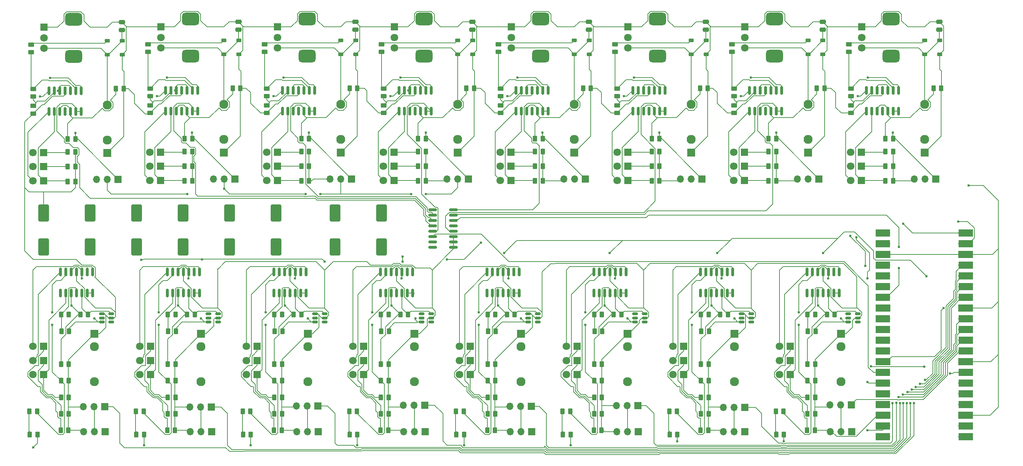
<source format=gbl>
G04 #@! TF.GenerationSoftware,KiCad,Pcbnew,9.0.0*
G04 #@! TF.CreationDate,2025-06-12T15:22:14-04:00*
G04 #@! TF.ProjectId,Oblique Palette 0.5.1 PCB Main,4f626c69-7175-4652-9050-616c65747465,rev?*
G04 #@! TF.SameCoordinates,Original*
G04 #@! TF.FileFunction,Copper,L2,Bot*
G04 #@! TF.FilePolarity,Positive*
%FSLAX46Y46*%
G04 Gerber Fmt 4.6, Leading zero omitted, Abs format (unit mm)*
G04 Created by KiCad (PCBNEW 9.0.0) date 2025-06-12 15:22:14*
%MOMM*%
%LPD*%
G01*
G04 APERTURE LIST*
G04 Aperture macros list*
%AMRoundRect*
0 Rectangle with rounded corners*
0 $1 Rounding radius*
0 $2 $3 $4 $5 $6 $7 $8 $9 X,Y pos of 4 corners*
0 Add a 4 corners polygon primitive as box body*
4,1,4,$2,$3,$4,$5,$6,$7,$8,$9,$2,$3,0*
0 Add four circle primitives for the rounded corners*
1,1,$1+$1,$2,$3*
1,1,$1+$1,$4,$5*
1,1,$1+$1,$6,$7*
1,1,$1+$1,$8,$9*
0 Add four rect primitives between the rounded corners*
20,1,$1+$1,$2,$3,$4,$5,0*
20,1,$1+$1,$4,$5,$6,$7,0*
20,1,$1+$1,$6,$7,$8,$9,0*
20,1,$1+$1,$8,$9,$2,$3,0*%
G04 Aperture macros list end*
G04 #@! TA.AperFunction,SMDPad,CuDef*
%ADD10RoundRect,0.150000X0.825000X0.150000X-0.825000X0.150000X-0.825000X-0.150000X0.825000X-0.150000X0*%
G04 #@! TD*
G04 #@! TA.AperFunction,ComponentPad*
%ADD11R,1.700000X1.700000*%
G04 #@! TD*
G04 #@! TA.AperFunction,ComponentPad*
%ADD12O,1.700000X1.700000*%
G04 #@! TD*
G04 #@! TA.AperFunction,ComponentPad*
%ADD13R,1.800000X1.800000*%
G04 #@! TD*
G04 #@! TA.AperFunction,ComponentPad*
%ADD14C,1.800000*%
G04 #@! TD*
G04 #@! TA.AperFunction,ComponentPad*
%ADD15RoundRect,0.750000X-1.250000X-0.750000X1.250000X-0.750000X1.250000X0.750000X-1.250000X0.750000X0*%
G04 #@! TD*
G04 #@! TA.AperFunction,ComponentPad*
%ADD16R,1.930000X1.830000*%
G04 #@! TD*
G04 #@! TA.AperFunction,ComponentPad*
%ADD17C,2.130000*%
G04 #@! TD*
G04 #@! TA.AperFunction,SMDPad,CuDef*
%ADD18RoundRect,0.250000X0.262500X0.450000X-0.262500X0.450000X-0.262500X-0.450000X0.262500X-0.450000X0*%
G04 #@! TD*
G04 #@! TA.AperFunction,SMDPad,CuDef*
%ADD19RoundRect,0.250000X0.450000X-0.262500X0.450000X0.262500X-0.450000X0.262500X-0.450000X-0.262500X0*%
G04 #@! TD*
G04 #@! TA.AperFunction,SMDPad,CuDef*
%ADD20RoundRect,0.250000X-0.262500X-0.450000X0.262500X-0.450000X0.262500X0.450000X-0.262500X0.450000X0*%
G04 #@! TD*
G04 #@! TA.AperFunction,SMDPad,CuDef*
%ADD21RoundRect,0.150000X0.512500X0.150000X-0.512500X0.150000X-0.512500X-0.150000X0.512500X-0.150000X0*%
G04 #@! TD*
G04 #@! TA.AperFunction,SMDPad,CuDef*
%ADD22RoundRect,0.225000X-0.375000X0.225000X-0.375000X-0.225000X0.375000X-0.225000X0.375000X0.225000X0*%
G04 #@! TD*
G04 #@! TA.AperFunction,SMDPad,CuDef*
%ADD23RoundRect,0.250000X1.000000X-1.750000X1.000000X1.750000X-1.000000X1.750000X-1.000000X-1.750000X0*%
G04 #@! TD*
G04 #@! TA.AperFunction,SMDPad,CuDef*
%ADD24RoundRect,0.150000X0.150000X-0.825000X0.150000X0.825000X-0.150000X0.825000X-0.150000X-0.825000X0*%
G04 #@! TD*
G04 #@! TA.AperFunction,SMDPad,CuDef*
%ADD25RoundRect,0.250000X0.475000X-0.250000X0.475000X0.250000X-0.475000X0.250000X-0.475000X-0.250000X0*%
G04 #@! TD*
G04 #@! TA.AperFunction,SMDPad,CuDef*
%ADD26R,3.500000X1.700000*%
G04 #@! TD*
G04 #@! TA.AperFunction,ViaPad*
%ADD27C,0.600000*%
G04 #@! TD*
G04 #@! TA.AperFunction,Conductor*
%ADD28C,0.200000*%
G04 #@! TD*
G04 APERTURE END LIST*
D10*
G04 #@! TO.P,U1,16,VDD*
G04 #@! TO.N,VCC*
X115050000Y-67640000D03*
G04 #@! TO.P,U1,15,X2*
G04 #@! TO.N,/Input 3/ANALOG_CHANNEL*
X115050000Y-68910000D03*
G04 #@! TO.P,U1,14,X1*
G04 #@! TO.N,/Input 2/ANALOG_CHANNEL*
X115050000Y-70180000D03*
G04 #@! TO.P,U1,13,X0*
G04 #@! TO.N,/Input 1/ANALOG_CHANNEL*
X115050000Y-71450000D03*
G04 #@! TO.P,U1,12,X3*
G04 #@! TO.N,/Input 4/ANALOG_CHANNEL*
X115050000Y-72720000D03*
G04 #@! TO.P,U1,11,A*
G04 #@! TO.N,Net-(U1-A)*
X115050000Y-73990000D03*
G04 #@! TO.P,U1,10,B*
G04 #@! TO.N,Net-(U1-B)*
X115050000Y-75260000D03*
G04 #@! TO.P,U1,9,C*
G04 #@! TO.N,Net-(U1-C)*
X115050000Y-76530000D03*
G04 #@! TO.P,U1,8,VSS*
G04 #@! TO.N,GNDREF*
X120000000Y-76530000D03*
G04 #@! TO.P,U1,7,VEE*
X120000000Y-75260000D03*
G04 #@! TO.P,U1,6,INH*
X120000000Y-73990000D03*
G04 #@! TO.P,U1,5,X5*
G04 #@! TO.N,/Input 6/ANALOG_CHANNEL*
X120000000Y-72720000D03*
G04 #@! TO.P,U1,4,X7*
G04 #@! TO.N,/Input 8/ANALOG_CHANNEL*
X120000000Y-71450000D03*
G04 #@! TO.P,U1,3,X*
G04 #@! TO.N,Net-(U1-X)*
X120000000Y-70180000D03*
G04 #@! TO.P,U1,2,X6*
G04 #@! TO.N,/Input 7/ANALOG_CHANNEL*
X120000000Y-68910000D03*
G04 #@! TO.P,U1,1,X4*
G04 #@! TO.N,/Input 5/ANALOG_CHANNEL*
X120000000Y-67640000D03*
G04 #@! TD*
D11*
G04 #@! TO.P,J56,1,Pin_1*
G04 #@! TO.N,Net-(J56-Pin_1)*
X138525000Y-120180000D03*
D12*
G04 #@! TO.P,J56,2,Pin_2*
G04 #@! TO.N,VCC*
X135985000Y-120180000D03*
G04 #@! TO.P,J56,3,Pin_3*
G04 #@! TO.N,GNDREF*
X133445000Y-120180000D03*
G04 #@! TD*
D11*
G04 #@! TO.P,J2,1,Pin_1*
G04 #@! TO.N,SERVO_1*
X37432763Y-114282794D03*
D12*
G04 #@! TO.P,J2,2,Pin_2*
G04 #@! TO.N,VCC*
X34892763Y-114282794D03*
G04 #@! TO.P,J2,3,Pin_3*
G04 #@! TO.N,GNDREF*
X32352763Y-114282794D03*
G04 #@! TD*
D13*
G04 #@! TO.P,RV2,1,1*
G04 #@! TO.N,GNDREF*
X50717000Y-24320000D03*
D14*
G04 #@! TO.P,RV2,2,2*
G04 #@! TO.N,Net-(J19-Pin_1)*
X50717000Y-26820000D03*
G04 #@! TO.P,RV2,3,3*
G04 #@! TO.N,Net-(D10-A)*
X50717000Y-29320000D03*
D15*
G04 #@! TO.P,RV2,MP,MountPin*
G04 #@! TO.N,unconnected-(RV2-MountPin-PadMP)*
X57717000Y-22420000D03*
G04 #@! TO.N,unconnected-(RV2-MountPin-PadMP)_1*
X57717000Y-31220000D03*
G04 #@! TD*
D13*
G04 #@! TO.P,D75,1,K*
G04 #@! TO.N,Net-(D75-K)*
X174500000Y-103350000D03*
D14*
G04 #@! TO.P,D75,2,A*
G04 #@! TO.N,Net-(D75-A)*
X171960000Y-103350000D03*
G04 #@! TD*
D13*
G04 #@! TO.P,D2,1,K*
G04 #@! TO.N,Net-(D2-K)*
X23000000Y-60760000D03*
D14*
G04 #@! TO.P,D2,2,A*
G04 #@! TO.N,Net-(D2-A)*
X20460000Y-60760000D03*
G04 #@! TD*
D13*
G04 #@! TO.P,RV3,1,1*
G04 #@! TO.N,GNDREF*
X78374000Y-24320000D03*
D14*
G04 #@! TO.P,RV3,2,2*
G04 #@! TO.N,Net-(J22-Pin_1)*
X78374000Y-26820000D03*
G04 #@! TO.P,RV3,3,3*
G04 #@! TO.N,Net-(D16-A)*
X78374000Y-29320000D03*
D15*
G04 #@! TO.P,RV3,MP,MountPin*
G04 #@! TO.N,unconnected-(RV3-MountPin-PadMP)_1*
X85374000Y-22420000D03*
G04 #@! TO.N,unconnected-(RV3-MountPin-PadMP)*
X85374000Y-31220000D03*
G04 #@! TD*
D16*
G04 #@! TO.P,J42,S*
G04 #@! TO.N,GNDREF*
X35000000Y-97000000D03*
D17*
G04 #@! TO.P,J42,T*
G04 #@! TO.N,Net-(J40-Pin_1)*
X35000000Y-108400000D03*
G04 #@! TO.P,J42,TN*
G04 #@! TO.N,unconnected-(J42-PadTN)*
X35000000Y-100100000D03*
G04 #@! TD*
D13*
G04 #@! TO.P,D67,1,K*
G04 #@! TO.N,Net-(D67-K)*
X124000000Y-103350000D03*
D14*
G04 #@! TO.P,D67,2,A*
G04 #@! TO.N,Net-(D67-A)*
X121460000Y-103350000D03*
G04 #@! TD*
D11*
G04 #@! TO.P,J16,1,Pin_1*
G04 #@! TO.N,Net-(J16-Pin_1)*
X40580000Y-60410000D03*
D12*
G04 #@! TO.P,J16,2,Pin_2*
G04 #@! TO.N,VCC*
X38040000Y-60410000D03*
G04 #@! TO.P,J16,3,Pin_3*
G04 #@! TO.N,GNDREF*
X35500000Y-60410000D03*
G04 #@! TD*
D13*
G04 #@! TO.P,D58,1,K*
G04 #@! TO.N,Net-(D58-K)*
X73500000Y-106700000D03*
D14*
G04 #@! TO.P,D58,2,A*
G04 #@! TO.N,Net-(D58-A)*
X70960000Y-106700000D03*
G04 #@! TD*
D13*
G04 #@! TO.P,D32,1,K*
G04 #@! TO.N,Net-(D32-K)*
X161285000Y-60670000D03*
D14*
G04 #@! TO.P,D32,2,A*
G04 #@! TO.N,Net-(D32-A)*
X158745000Y-60670000D03*
G04 #@! TD*
D13*
G04 #@! TO.P,D18,1,K*
G04 #@! TO.N,Net-(D18-K)*
X78314000Y-53970000D03*
D14*
G04 #@! TO.P,D18,2,A*
G04 #@! TO.N,Net-(D18-A)*
X75774000Y-53970000D03*
G04 #@! TD*
D13*
G04 #@! TO.P,D78,1,K*
G04 #@! TO.N,Net-(D78-K)*
X199750000Y-106700000D03*
D14*
G04 #@! TO.P,D78,2,A*
G04 #@! TO.N,Net-(D78-A)*
X197210000Y-106700000D03*
G04 #@! TD*
D13*
G04 #@! TO.P,D56,1,K*
G04 #@! TO.N,Net-(D56-K)*
X48250000Y-100000000D03*
D14*
G04 #@! TO.P,D56,2,A*
G04 #@! TO.N,Net-(D56-A)*
X45710000Y-100000000D03*
G04 #@! TD*
D13*
G04 #@! TO.P,RV8,1,1*
G04 #@! TO.N,GNDREF*
X216659000Y-24320000D03*
D14*
G04 #@! TO.P,RV8,2,2*
G04 #@! TO.N,Net-(J37-Pin_1)*
X216659000Y-26820000D03*
G04 #@! TO.P,RV8,3,3*
G04 #@! TO.N,Net-(D46-A)*
X216659000Y-29320000D03*
D15*
G04 #@! TO.P,RV8,MP,MountPin*
G04 #@! TO.N,unconnected-(RV8-MountPin-PadMP)_1*
X223659000Y-22420000D03*
G04 #@! TO.N,unconnected-(RV8-MountPin-PadMP)*
X223659000Y-31220000D03*
G04 #@! TD*
D13*
G04 #@! TO.P,D24,1,K*
G04 #@! TO.N,Net-(D24-K)*
X105971000Y-53970000D03*
D14*
G04 #@! TO.P,D24,2,A*
G04 #@! TO.N,Net-(D24-A)*
X103431000Y-53970000D03*
G04 #@! TD*
D16*
G04 #@! TO.P,J46,S*
G04 #@! TO.N,GNDREF*
X60250000Y-97000000D03*
D17*
G04 #@! TO.P,J46,T*
G04 #@! TO.N,Net-(J44-Pin_1)*
X60250000Y-108400000D03*
G04 #@! TO.P,J46,TN*
G04 #@! TO.N,unconnected-(J46-PadTN)*
X60250000Y-100100000D03*
G04 #@! TD*
D11*
G04 #@! TO.P,J44,1,Pin_1*
G04 #@! TO.N,Net-(J44-Pin_1)*
X62775000Y-120180000D03*
D12*
G04 #@! TO.P,J44,2,Pin_2*
G04 #@! TO.N,VCC*
X60235000Y-120180000D03*
G04 #@! TO.P,J44,3,Pin_3*
G04 #@! TO.N,GNDREF*
X57695000Y-120180000D03*
G04 #@! TD*
D13*
G04 #@! TO.P,D48,1,K*
G04 #@! TO.N,Net-(D48-K)*
X216599000Y-53970000D03*
D14*
G04 #@! TO.P,D48,2,A*
G04 #@! TO.N,Net-(D48-A)*
X214059000Y-53970000D03*
G04 #@! TD*
D13*
G04 #@! TO.P,D36,1,K*
G04 #@! TO.N,Net-(D36-K)*
X161285000Y-53970000D03*
D14*
G04 #@! TO.P,D36,2,A*
G04 #@! TO.N,Net-(D36-A)*
X158745000Y-53970000D03*
G04 #@! TD*
D11*
G04 #@! TO.P,J31,1,Pin_1*
G04 #@! TO.N,Net-(J31-Pin_1)*
X178865000Y-60320000D03*
D12*
G04 #@! TO.P,J31,2,Pin_2*
G04 #@! TO.N,VCC*
X176325000Y-60320000D03*
G04 #@! TO.P,J31,3,Pin_3*
G04 #@! TO.N,GNDREF*
X173785000Y-60320000D03*
G04 #@! TD*
D11*
G04 #@! TO.P,J7,1,Pin_1*
G04 #@! TO.N,SERVO_4*
X113193477Y-113958108D03*
D12*
G04 #@! TO.P,J7,2,Pin_2*
G04 #@! TO.N,VCC*
X110653477Y-113958108D03*
G04 #@! TO.P,J7,3,Pin_3*
G04 #@! TO.N,GNDREF*
X108113477Y-113958108D03*
G04 #@! TD*
D13*
G04 #@! TO.P,RV4,1,1*
G04 #@! TO.N,GNDREF*
X106031000Y-24320000D03*
D14*
G04 #@! TO.P,RV4,2,2*
G04 #@! TO.N,Net-(J25-Pin_1)*
X106031000Y-26820000D03*
G04 #@! TO.P,RV4,3,3*
G04 #@! TO.N,Net-(D22-A)*
X106031000Y-29320000D03*
D15*
G04 #@! TO.P,RV4,MP,MountPin*
G04 #@! TO.N,unconnected-(RV4-MountPin-PadMP)_1*
X113031000Y-22420000D03*
G04 #@! TO.N,unconnected-(RV4-MountPin-PadMP)*
X113031000Y-31220000D03*
G04 #@! TD*
D13*
G04 #@! TO.P,D38,1,K*
G04 #@! TO.N,Net-(D38-K)*
X188942000Y-60670000D03*
D14*
G04 #@! TO.P,D38,2,A*
G04 #@! TO.N,Net-(D38-A)*
X186402000Y-60670000D03*
G04 #@! TD*
D11*
G04 #@! TO.P,J13,1,Pin_1*
G04 #@! TO.N,SERVO_7*
X188954192Y-114445137D03*
D12*
G04 #@! TO.P,J13,2,Pin_2*
G04 #@! TO.N,VCC*
X186414192Y-114445137D03*
G04 #@! TO.P,J13,3,Pin_3*
G04 #@! TO.N,GNDREF*
X183874192Y-114445137D03*
G04 #@! TD*
D13*
G04 #@! TO.P,D76,1,K*
G04 #@! TO.N,Net-(D76-K)*
X174500000Y-100000000D03*
D14*
G04 #@! TO.P,D76,2,A*
G04 #@! TO.N,Net-(D76-A)*
X171960000Y-100000000D03*
G04 #@! TD*
D13*
G04 #@! TO.P,D66,1,K*
G04 #@! TO.N,Net-(D66-K)*
X124000000Y-106700000D03*
D14*
G04 #@! TO.P,D66,2,A*
G04 #@! TO.N,Net-(D66-A)*
X121460000Y-106700000D03*
G04 #@! TD*
D11*
G04 #@! TO.P,J11,1,Pin_1*
G04 #@! TO.N,SERVO_6*
X163700620Y-114039279D03*
D12*
G04 #@! TO.P,J11,2,Pin_2*
G04 #@! TO.N,VCC*
X161160620Y-114039279D03*
G04 #@! TO.P,J11,3,Pin_3*
G04 #@! TO.N,GNDREF*
X158620620Y-114039279D03*
G04 #@! TD*
D13*
G04 #@! TO.P,D64,1,K*
G04 #@! TO.N,Net-(D64-K)*
X98750000Y-100000000D03*
D14*
G04 #@! TO.P,D64,2,A*
G04 #@! TO.N,Net-(D64-A)*
X96210000Y-100000000D03*
G04 #@! TD*
D13*
G04 #@! TO.P,RV5,1,1*
G04 #@! TO.N,GNDREF*
X133688000Y-24320000D03*
D14*
G04 #@! TO.P,RV5,2,2*
G04 #@! TO.N,Net-(J28-Pin_1)*
X133688000Y-26820000D03*
G04 #@! TO.P,RV5,3,3*
G04 #@! TO.N,Net-(D28-A)*
X133688000Y-29320000D03*
D15*
G04 #@! TO.P,RV5,MP,MountPin*
G04 #@! TO.N,unconnected-(RV5-MountPin-PadMP)*
X140688000Y-22420000D03*
G04 #@! TO.N,unconnected-(RV5-MountPin-PadMP)_1*
X140688000Y-31220000D03*
G04 #@! TD*
D13*
G04 #@! TO.P,D8,1,K*
G04 #@! TO.N,Net-(D8-K)*
X50657000Y-60670000D03*
D14*
G04 #@! TO.P,D8,2,A*
G04 #@! TO.N,Net-(D8-A)*
X48117000Y-60670000D03*
G04 #@! TD*
D11*
G04 #@! TO.P,J4,1,Pin_1*
G04 #@! TO.N,SERVO_2*
X62686334Y-114363965D03*
D12*
G04 #@! TO.P,J4,2,Pin_2*
G04 #@! TO.N,VCC*
X60146334Y-114363965D03*
G04 #@! TO.P,J4,3,Pin_3*
G04 #@! TO.N,GNDREF*
X57606334Y-114363965D03*
G04 #@! TD*
D13*
G04 #@! TO.P,D71,1,K*
G04 #@! TO.N,Net-(D71-K)*
X149250000Y-103350000D03*
D14*
G04 #@! TO.P,D71,2,A*
G04 #@! TO.N,Net-(D71-A)*
X146710000Y-103350000D03*
G04 #@! TD*
D11*
G04 #@! TO.P,J25,1,Pin_1*
G04 #@! TO.N,Net-(J25-Pin_1)*
X123551000Y-60320000D03*
D12*
G04 #@! TO.P,J25,2,Pin_2*
G04 #@! TO.N,VCC*
X121011000Y-60320000D03*
G04 #@! TO.P,J25,3,Pin_3*
G04 #@! TO.N,GNDREF*
X118471000Y-60320000D03*
G04 #@! TD*
D11*
G04 #@! TO.P,J14,1,Pin_1*
G04 #@! TO.N,SERVO_8*
X214207763Y-113876936D03*
D12*
G04 #@! TO.P,J14,2,Pin_2*
G04 #@! TO.N,VCC*
X211667763Y-113876936D03*
G04 #@! TO.P,J14,3,Pin_3*
G04 #@! TO.N,GNDREF*
X209127763Y-113876936D03*
G04 #@! TD*
D16*
G04 #@! TO.P,J17,S*
G04 #@! TO.N,GNDREF*
X38000000Y-54190000D03*
D17*
G04 #@! TO.P,J17,T*
G04 #@! TO.N,Net-(D4-A)*
X38000000Y-42790000D03*
G04 #@! TO.P,J17,TN*
G04 #@! TO.N,VCC*
X38000000Y-51090000D03*
G04 #@! TD*
D13*
G04 #@! TO.P,D74,1,K*
G04 #@! TO.N,Net-(D74-K)*
X174500000Y-106700000D03*
D14*
G04 #@! TO.P,D74,2,A*
G04 #@! TO.N,Net-(D74-A)*
X171960000Y-106700000D03*
G04 #@! TD*
D13*
G04 #@! TO.P,D68,1,K*
G04 #@! TO.N,Net-(D68-K)*
X124000000Y-100000000D03*
D14*
G04 #@! TO.P,D68,2,A*
G04 #@! TO.N,Net-(D68-A)*
X121460000Y-100000000D03*
G04 #@! TD*
D16*
G04 #@! TO.P,J20,S*
G04 #@! TO.N,GNDREF*
X65657000Y-54100000D03*
D17*
G04 #@! TO.P,J20,T*
G04 #@! TO.N,Net-(D10-A)*
X65657000Y-42700000D03*
G04 #@! TO.P,J20,TN*
G04 #@! TO.N,VCC*
X65657000Y-51000000D03*
G04 #@! TD*
D11*
G04 #@! TO.P,J40,1,Pin_1*
G04 #@! TO.N,Net-(J40-Pin_1)*
X37525000Y-120180000D03*
D12*
G04 #@! TO.P,J40,2,Pin_2*
G04 #@! TO.N,VCC*
X34985000Y-120180000D03*
G04 #@! TO.P,J40,3,Pin_3*
G04 #@! TO.N,GNDREF*
X32445000Y-120180000D03*
G04 #@! TD*
D11*
G04 #@! TO.P,J9,1,Pin_1*
G04 #@! TO.N,SERVO_5*
X138447049Y-114201622D03*
D12*
G04 #@! TO.P,J9,2,Pin_2*
G04 #@! TO.N,VCC*
X135907049Y-114201622D03*
G04 #@! TO.P,J9,3,Pin_3*
G04 #@! TO.N,GNDREF*
X133367049Y-114201622D03*
G04 #@! TD*
D13*
G04 #@! TO.P,D80,1,K*
G04 #@! TO.N,Net-(D80-K)*
X199750000Y-100000000D03*
D14*
G04 #@! TO.P,D80,2,A*
G04 #@! TO.N,Net-(D80-A)*
X197210000Y-100000000D03*
G04 #@! TD*
D13*
G04 #@! TO.P,D3,1,K*
G04 #@! TO.N,Net-(D3-K)*
X23000000Y-57410000D03*
D14*
G04 #@! TO.P,D3,2,A*
G04 #@! TO.N,Net-(D3-A)*
X20460000Y-57410000D03*
G04 #@! TD*
D13*
G04 #@! TO.P,D62,1,K*
G04 #@! TO.N,Net-(D62-K)*
X98750000Y-106700000D03*
D14*
G04 #@! TO.P,D62,2,A*
G04 #@! TO.N,Net-(D62-A)*
X96210000Y-106700000D03*
G04 #@! TD*
D13*
G04 #@! TO.P,D50,1,K*
G04 #@! TO.N,Net-(D50-K)*
X23000000Y-106700000D03*
D14*
G04 #@! TO.P,D50,2,A*
G04 #@! TO.N,Net-(D50-A)*
X20460000Y-106700000D03*
G04 #@! TD*
D16*
G04 #@! TO.P,J32,S*
G04 #@! TO.N,GNDREF*
X176285000Y-54100000D03*
D17*
G04 #@! TO.P,J32,T*
G04 #@! TO.N,Net-(D34-A)*
X176285000Y-42700000D03*
G04 #@! TO.P,J32,TN*
G04 #@! TO.N,VCC*
X176285000Y-51000000D03*
G04 #@! TD*
D13*
G04 #@! TO.P,D15,1,K*
G04 #@! TO.N,Net-(D15-K)*
X78314000Y-57320000D03*
D14*
G04 #@! TO.P,D15,2,A*
G04 #@! TO.N,Net-(D15-A)*
X75774000Y-57320000D03*
G04 #@! TD*
D11*
G04 #@! TO.P,J22,1,Pin_1*
G04 #@! TO.N,Net-(J22-Pin_1)*
X95894000Y-60320000D03*
D12*
G04 #@! TO.P,J22,2,Pin_2*
G04 #@! TO.N,VCC*
X93354000Y-60320000D03*
G04 #@! TO.P,J22,3,Pin_3*
G04 #@! TO.N,GNDREF*
X90814000Y-60320000D03*
G04 #@! TD*
D16*
G04 #@! TO.P,J66,S*
G04 #@! TO.N,GNDREF*
X186500000Y-97000000D03*
D17*
G04 #@! TO.P,J66,T*
G04 #@! TO.N,Net-(J64-Pin_1)*
X186500000Y-108400000D03*
G04 #@! TO.P,J66,TN*
G04 #@! TO.N,unconnected-(J66-PadTN)*
X186500000Y-100100000D03*
G04 #@! TD*
D11*
G04 #@! TO.P,J28,1,Pin_1*
G04 #@! TO.N,Net-(J28-Pin_1)*
X151208000Y-60320000D03*
D12*
G04 #@! TO.P,J28,2,Pin_2*
G04 #@! TO.N,VCC*
X148668000Y-60320000D03*
G04 #@! TO.P,J28,3,Pin_3*
G04 #@! TO.N,GNDREF*
X146128000Y-60320000D03*
G04 #@! TD*
D13*
G04 #@! TO.P,D14,1,K*
G04 #@! TO.N,Net-(D14-K)*
X78314000Y-60670000D03*
D14*
G04 #@! TO.P,D14,2,A*
G04 #@! TO.N,Net-(D14-A)*
X75774000Y-60670000D03*
G04 #@! TD*
D13*
G04 #@! TO.P,RV6,1,1*
G04 #@! TO.N,GNDREF*
X161345000Y-24320000D03*
D14*
G04 #@! TO.P,RV6,2,2*
G04 #@! TO.N,Net-(J31-Pin_1)*
X161345000Y-26820000D03*
G04 #@! TO.P,RV6,3,3*
G04 #@! TO.N,Net-(D34-A)*
X161345000Y-29320000D03*
D15*
G04 #@! TO.P,RV6,MP,MountPin*
G04 #@! TO.N,unconnected-(RV6-MountPin-PadMP)*
X168345000Y-22420000D03*
G04 #@! TO.N,unconnected-(RV6-MountPin-PadMP)_1*
X168345000Y-31220000D03*
G04 #@! TD*
D13*
G04 #@! TO.P,D59,1,K*
G04 #@! TO.N,Net-(D59-K)*
X73500000Y-103350000D03*
D14*
G04 #@! TO.P,D59,2,A*
G04 #@! TO.N,Net-(D59-A)*
X70960000Y-103350000D03*
G04 #@! TD*
D16*
G04 #@! TO.P,J62,S*
G04 #@! TO.N,GNDREF*
X161250000Y-97000000D03*
D17*
G04 #@! TO.P,J62,T*
G04 #@! TO.N,Net-(J60-Pin_1)*
X161250000Y-108400000D03*
G04 #@! TO.P,J62,TN*
G04 #@! TO.N,unconnected-(J62-PadTN)*
X161250000Y-100100000D03*
G04 #@! TD*
D13*
G04 #@! TO.P,D60,1,K*
G04 #@! TO.N,Net-(D60-K)*
X73500000Y-100000000D03*
D14*
G04 #@! TO.P,D60,2,A*
G04 #@! TO.N,Net-(D60-A)*
X70960000Y-100000000D03*
G04 #@! TD*
D11*
G04 #@! TO.P,J19,1,Pin_1*
G04 #@! TO.N,Net-(J19-Pin_1)*
X68237000Y-60320000D03*
D12*
G04 #@! TO.P,J19,2,Pin_2*
G04 #@! TO.N,VCC*
X65697000Y-60320000D03*
G04 #@! TO.P,J19,3,Pin_3*
G04 #@! TO.N,GNDREF*
X63157000Y-60320000D03*
G04 #@! TD*
D13*
G04 #@! TO.P,D30,1,K*
G04 #@! TO.N,Net-(D30-K)*
X133628000Y-53970000D03*
D14*
G04 #@! TO.P,D30,2,A*
G04 #@! TO.N,Net-(D30-A)*
X131088000Y-53970000D03*
G04 #@! TD*
D13*
G04 #@! TO.P,D63,1,K*
G04 #@! TO.N,Net-(D63-K)*
X98750000Y-103350000D03*
D14*
G04 #@! TO.P,D63,2,A*
G04 #@! TO.N,Net-(D63-A)*
X96210000Y-103350000D03*
G04 #@! TD*
D11*
G04 #@! TO.P,J64,1,Pin_1*
G04 #@! TO.N,Net-(J64-Pin_1)*
X189025000Y-120180000D03*
D12*
G04 #@! TO.P,J64,2,Pin_2*
G04 #@! TO.N,VCC*
X186485000Y-120180000D03*
G04 #@! TO.P,J64,3,Pin_3*
G04 #@! TO.N,GNDREF*
X183945000Y-120180000D03*
G04 #@! TD*
D13*
G04 #@! TO.P,D42,1,K*
G04 #@! TO.N,Net-(D42-K)*
X188942000Y-53970000D03*
D14*
G04 #@! TO.P,D42,2,A*
G04 #@! TO.N,Net-(D42-A)*
X186402000Y-53970000D03*
G04 #@! TD*
D11*
G04 #@! TO.P,J34,1,Pin_1*
G04 #@! TO.N,Net-(J34-Pin_1)*
X206522000Y-60320000D03*
D12*
G04 #@! TO.P,J34,2,Pin_2*
G04 #@! TO.N,VCC*
X203982000Y-60320000D03*
G04 #@! TO.P,J34,3,Pin_3*
G04 #@! TO.N,GNDREF*
X201442000Y-60320000D03*
G04 #@! TD*
D16*
G04 #@! TO.P,J35,S*
G04 #@! TO.N,GNDREF*
X203942000Y-54100000D03*
D17*
G04 #@! TO.P,J35,T*
G04 #@! TO.N,Net-(D40-A)*
X203942000Y-42700000D03*
G04 #@! TO.P,J35,TN*
G04 #@! TO.N,VCC*
X203942000Y-51000000D03*
G04 #@! TD*
D16*
G04 #@! TO.P,J23,S*
G04 #@! TO.N,GNDREF*
X93314000Y-54100000D03*
D17*
G04 #@! TO.P,J23,T*
G04 #@! TO.N,Net-(D16-A)*
X93314000Y-42700000D03*
G04 #@! TO.P,J23,TN*
G04 #@! TO.N,VCC*
X93314000Y-51000000D03*
G04 #@! TD*
D11*
G04 #@! TO.P,J68,1,Pin_1*
G04 #@! TO.N,Net-(J68-Pin_1)*
X214275000Y-120180000D03*
D12*
G04 #@! TO.P,J68,2,Pin_2*
G04 #@! TO.N,VCC*
X211735000Y-120180000D03*
G04 #@! TO.P,J68,3,Pin_3*
G04 #@! TO.N,GNDREF*
X209195000Y-120180000D03*
G04 #@! TD*
D16*
G04 #@! TO.P,J29,S*
G04 #@! TO.N,GNDREF*
X148628000Y-54100000D03*
D17*
G04 #@! TO.P,J29,T*
G04 #@! TO.N,Net-(D28-A)*
X148628000Y-42700000D03*
G04 #@! TO.P,J29,TN*
G04 #@! TO.N,VCC*
X148628000Y-51000000D03*
G04 #@! TD*
D13*
G04 #@! TO.P,D26,1,K*
G04 #@! TO.N,Net-(D26-K)*
X133628000Y-60670000D03*
D14*
G04 #@! TO.P,D26,2,A*
G04 #@! TO.N,Net-(D26-A)*
X131088000Y-60670000D03*
G04 #@! TD*
D16*
G04 #@! TO.P,J58,S*
G04 #@! TO.N,GNDREF*
X136000000Y-97000000D03*
D17*
G04 #@! TO.P,J58,T*
G04 #@! TO.N,Net-(J56-Pin_1)*
X136000000Y-108400000D03*
G04 #@! TO.P,J58,TN*
G04 #@! TO.N,unconnected-(J58-PadTN)*
X136000000Y-100100000D03*
G04 #@! TD*
D13*
G04 #@! TO.P,D20,1,K*
G04 #@! TO.N,Net-(D20-K)*
X105971000Y-60670000D03*
D14*
G04 #@! TO.P,D20,2,A*
G04 #@! TO.N,Net-(D20-A)*
X103431000Y-60670000D03*
G04 #@! TD*
D13*
G04 #@! TO.P,RV1,1,1*
G04 #@! TO.N,GNDREF*
X23060000Y-24410000D03*
D14*
G04 #@! TO.P,RV1,2,2*
G04 #@! TO.N,Net-(J16-Pin_1)*
X23060000Y-26910000D03*
G04 #@! TO.P,RV1,3,3*
G04 #@! TO.N,Net-(D4-A)*
X23060000Y-29410000D03*
D15*
G04 #@! TO.P,RV1,MP,MountPin*
G04 #@! TO.N,unconnected-(RV1-MountPin-PadMP)_1*
X30060000Y-22510000D03*
G04 #@! TO.N,unconnected-(RV1-MountPin-PadMP)*
X30060000Y-31310000D03*
G04 #@! TD*
D16*
G04 #@! TO.P,J70,S*
G04 #@! TO.N,GNDREF*
X211750000Y-97000000D03*
D17*
G04 #@! TO.P,J70,T*
G04 #@! TO.N,Net-(J68-Pin_1)*
X211750000Y-108400000D03*
G04 #@! TO.P,J70,TN*
G04 #@! TO.N,unconnected-(J70-PadTN)*
X211750000Y-100100000D03*
G04 #@! TD*
D13*
G04 #@! TO.P,D21,1,K*
G04 #@! TO.N,Net-(D21-K)*
X105971000Y-57320000D03*
D14*
G04 #@! TO.P,D21,2,A*
G04 #@! TO.N,Net-(D21-A)*
X103431000Y-57320000D03*
G04 #@! TD*
D13*
G04 #@! TO.P,D45,1,K*
G04 #@! TO.N,Net-(D45-K)*
X216599000Y-57320000D03*
D14*
G04 #@! TO.P,D45,2,A*
G04 #@! TO.N,Net-(D45-A)*
X214059000Y-57320000D03*
G04 #@! TD*
D16*
G04 #@! TO.P,J26,S*
G04 #@! TO.N,GNDREF*
X120971000Y-54100000D03*
D17*
G04 #@! TO.P,J26,T*
G04 #@! TO.N,Net-(D22-A)*
X120971000Y-42700000D03*
G04 #@! TO.P,J26,TN*
G04 #@! TO.N,VCC*
X120971000Y-51000000D03*
G04 #@! TD*
D13*
G04 #@! TO.P,D72,1,K*
G04 #@! TO.N,Net-(D72-K)*
X149250000Y-100000000D03*
D14*
G04 #@! TO.P,D72,2,A*
G04 #@! TO.N,Net-(D72-A)*
X146710000Y-100000000D03*
G04 #@! TD*
D13*
G04 #@! TO.P,D44,1,K*
G04 #@! TO.N,Net-(D44-K)*
X216599000Y-60670000D03*
D14*
G04 #@! TO.P,D44,2,A*
G04 #@! TO.N,Net-(D44-A)*
X214059000Y-60670000D03*
G04 #@! TD*
D13*
G04 #@! TO.P,D55,1,K*
G04 #@! TO.N,Net-(D55-K)*
X48250000Y-103350000D03*
D14*
G04 #@! TO.P,D55,2,A*
G04 #@! TO.N,Net-(D55-A)*
X45710000Y-103350000D03*
G04 #@! TD*
D13*
G04 #@! TO.P,D39,1,K*
G04 #@! TO.N,Net-(D39-K)*
X188942000Y-57320000D03*
D14*
G04 #@! TO.P,D39,2,A*
G04 #@! TO.N,Net-(D39-A)*
X186402000Y-57320000D03*
G04 #@! TD*
D16*
G04 #@! TO.P,J38,S*
G04 #@! TO.N,GNDREF*
X231599000Y-54100000D03*
D17*
G04 #@! TO.P,J38,T*
G04 #@! TO.N,Net-(D46-A)*
X231599000Y-42700000D03*
G04 #@! TO.P,J38,TN*
G04 #@! TO.N,VCC*
X231599000Y-51000000D03*
G04 #@! TD*
D11*
G04 #@! TO.P,J37,1,Pin_1*
G04 #@! TO.N,Net-(J37-Pin_1)*
X234179000Y-60320000D03*
D12*
G04 #@! TO.P,J37,2,Pin_2*
G04 #@! TO.N,VCC*
X231639000Y-60320000D03*
G04 #@! TO.P,J37,3,Pin_3*
G04 #@! TO.N,GNDREF*
X229099000Y-60320000D03*
G04 #@! TD*
D13*
G04 #@! TO.P,D27,1,K*
G04 #@! TO.N,Net-(D27-K)*
X133628000Y-57320000D03*
D14*
G04 #@! TO.P,D27,2,A*
G04 #@! TO.N,Net-(D27-A)*
X131088000Y-57320000D03*
G04 #@! TD*
D13*
G04 #@! TO.P,D70,1,K*
G04 #@! TO.N,Net-(D70-K)*
X149250000Y-106700000D03*
D14*
G04 #@! TO.P,D70,2,A*
G04 #@! TO.N,Net-(D70-A)*
X146710000Y-106700000D03*
G04 #@! TD*
D11*
G04 #@! TO.P,J5,1,Pin_1*
G04 #@! TO.N,SERVO_3*
X87939906Y-114120451D03*
D12*
G04 #@! TO.P,J5,2,Pin_2*
G04 #@! TO.N,VCC*
X85399906Y-114120451D03*
G04 #@! TO.P,J5,3,Pin_3*
G04 #@! TO.N,GNDREF*
X82859906Y-114120451D03*
G04 #@! TD*
D16*
G04 #@! TO.P,J54,S*
G04 #@! TO.N,GNDREF*
X110750000Y-97000000D03*
D17*
G04 #@! TO.P,J54,T*
G04 #@! TO.N,Net-(J52-Pin_1)*
X110750000Y-108400000D03*
G04 #@! TO.P,J54,TN*
G04 #@! TO.N,unconnected-(J54-PadTN)*
X110750000Y-100100000D03*
G04 #@! TD*
D13*
G04 #@! TO.P,D54,1,K*
G04 #@! TO.N,Net-(D54-K)*
X48250000Y-106700000D03*
D14*
G04 #@! TO.P,D54,2,A*
G04 #@! TO.N,Net-(D54-A)*
X45710000Y-106700000D03*
G04 #@! TD*
D13*
G04 #@! TO.P,D52,1,K*
G04 #@! TO.N,Net-(D52-K)*
X23000000Y-100000000D03*
D14*
G04 #@! TO.P,D52,2,A*
G04 #@! TO.N,Net-(D52-A)*
X20460000Y-100000000D03*
G04 #@! TD*
D13*
G04 #@! TO.P,D6,1,K*
G04 #@! TO.N,Net-(D6-K)*
X23000000Y-54060000D03*
D14*
G04 #@! TO.P,D6,2,A*
G04 #@! TO.N,Net-(D6-A)*
X20460000Y-54060000D03*
G04 #@! TD*
D13*
G04 #@! TO.P,D12,1,K*
G04 #@! TO.N,Net-(D12-K)*
X50657000Y-53970000D03*
D14*
G04 #@! TO.P,D12,2,A*
G04 #@! TO.N,Net-(D12-A)*
X48117000Y-53970000D03*
G04 #@! TD*
D13*
G04 #@! TO.P,D9,1,K*
G04 #@! TO.N,Net-(D9-K)*
X50657000Y-57320000D03*
D14*
G04 #@! TO.P,D9,2,A*
G04 #@! TO.N,Net-(D9-A)*
X48117000Y-57320000D03*
G04 #@! TD*
D11*
G04 #@! TO.P,J48,1,Pin_1*
G04 #@! TO.N,Net-(J48-Pin_1)*
X88025000Y-120180000D03*
D12*
G04 #@! TO.P,J48,2,Pin_2*
G04 #@! TO.N,VCC*
X85485000Y-120180000D03*
G04 #@! TO.P,J48,3,Pin_3*
G04 #@! TO.N,GNDREF*
X82945000Y-120180000D03*
G04 #@! TD*
D13*
G04 #@! TO.P,D51,1,K*
G04 #@! TO.N,Net-(D51-K)*
X23000000Y-103350000D03*
D14*
G04 #@! TO.P,D51,2,A*
G04 #@! TO.N,Net-(D51-A)*
X20460000Y-103350000D03*
G04 #@! TD*
D13*
G04 #@! TO.P,D79,1,K*
G04 #@! TO.N,Net-(D79-K)*
X199750000Y-103350000D03*
D14*
G04 #@! TO.P,D79,2,A*
G04 #@! TO.N,Net-(D79-A)*
X197210000Y-103350000D03*
G04 #@! TD*
D13*
G04 #@! TO.P,RV7,1,1*
G04 #@! TO.N,GNDREF*
X189002000Y-24320000D03*
D14*
G04 #@! TO.P,RV7,2,2*
G04 #@! TO.N,Net-(J34-Pin_1)*
X189002000Y-26820000D03*
G04 #@! TO.P,RV7,3,3*
G04 #@! TO.N,Net-(D40-A)*
X189002000Y-29320000D03*
D15*
G04 #@! TO.P,RV7,MP,MountPin*
G04 #@! TO.N,unconnected-(RV7-MountPin-PadMP)_1*
X196002000Y-22420000D03*
G04 #@! TO.N,unconnected-(RV7-MountPin-PadMP)*
X196002000Y-31220000D03*
G04 #@! TD*
D13*
G04 #@! TO.P,D33,1,K*
G04 #@! TO.N,Net-(D33-K)*
X161285000Y-57320000D03*
D14*
G04 #@! TO.P,D33,2,A*
G04 #@! TO.N,Net-(D33-A)*
X158745000Y-57320000D03*
G04 #@! TD*
D11*
G04 #@! TO.P,J52,1,Pin_1*
G04 #@! TO.N,Net-(J52-Pin_1)*
X113275000Y-120180000D03*
D12*
G04 #@! TO.P,J52,2,Pin_2*
G04 #@! TO.N,VCC*
X110735000Y-120180000D03*
G04 #@! TO.P,J52,3,Pin_3*
G04 #@! TO.N,GNDREF*
X108195000Y-120180000D03*
G04 #@! TD*
D16*
G04 #@! TO.P,J50,S*
G04 #@! TO.N,GNDREF*
X85500000Y-97000000D03*
D17*
G04 #@! TO.P,J50,T*
G04 #@! TO.N,Net-(J48-Pin_1)*
X85500000Y-108400000D03*
G04 #@! TO.P,J50,TN*
G04 #@! TO.N,unconnected-(J50-PadTN)*
X85500000Y-100100000D03*
G04 #@! TD*
D11*
G04 #@! TO.P,J60,1,Pin_1*
G04 #@! TO.N,Net-(J60-Pin_1)*
X163775000Y-120180000D03*
D12*
G04 #@! TO.P,J60,2,Pin_2*
G04 #@! TO.N,VCC*
X161235000Y-120180000D03*
G04 #@! TO.P,J60,3,Pin_3*
G04 #@! TO.N,GNDREF*
X158695000Y-120180000D03*
G04 #@! TD*
D18*
G04 #@! TO.P,R116,1*
G04 #@! TO.N,GNDREF*
X54162500Y-104195700D03*
G04 #@! TO.P,R116,2*
G04 #@! TO.N,Net-(U14B-+)*
X52337500Y-104195700D03*
G04 #@! TD*
D19*
G04 #@! TO.P,R22,1*
G04 #@! TO.N,Net-(U5C--)*
X75814000Y-40732500D03*
G04 #@! TO.P,R22,2*
G04 #@! TO.N,Net-(U5D--)*
X75814000Y-38907500D03*
G04 #@! TD*
D20*
G04 #@! TO.P,R161,1*
G04 #@! TO.N,Net-(U4A-+)*
X67744500Y-38820000D03*
G04 #@! TO.P,R161,2*
G04 #@! TO.N,GNDREF*
X69569500Y-38820000D03*
G04 #@! TD*
G04 #@! TO.P,R31,1*
G04 #@! TO.N,Net-(D24-K)*
X111646000Y-53820000D03*
G04 #@! TO.P,R31,2*
G04 #@! TO.N,GNDREF*
X113471000Y-53820000D03*
G04 #@! TD*
G04 #@! TO.P,R152,1*
G04 #@! TO.N,Net-(D80-K)*
X203750000Y-119910000D03*
G04 #@! TO.P,R152,2*
G04 #@! TO.N,GNDREF*
X205575000Y-119910000D03*
G04 #@! TD*
D18*
G04 #@! TO.P,R101,1*
G04 #@! TO.N,Net-(J34-Pin_1)*
X196442000Y-50820000D03*
G04 #@! TO.P,R101,2*
G04 #@! TO.N,Net-(U9A-+)*
X194617000Y-50820000D03*
G04 #@! TD*
D20*
G04 #@! TO.P,R136,1*
G04 #@! TO.N,Net-(U24D--)*
X171087500Y-115410000D03*
G04 #@! TO.P,R136,2*
G04 #@! TO.N,Net-(U24C--)*
X172912500Y-115410000D03*
G04 #@! TD*
G04 #@! TO.P,R97,1*
G04 #@! TO.N,Net-(D60-K)*
X77500000Y-119910000D03*
G04 #@! TO.P,R97,2*
G04 #@! TO.N,GNDREF*
X79325000Y-119910000D03*
G04 #@! TD*
D18*
G04 #@! TO.P,R94,1*
G04 #@! TO.N,Net-(J31-Pin_1)*
X168785000Y-50820000D03*
G04 #@! TO.P,R94,2*
G04 #@! TO.N,Net-(U8A-+)*
X166960000Y-50820000D03*
G04 #@! TD*
D20*
G04 #@! TO.P,R114,1*
G04 #@! TO.N,Net-(U20D--)*
X120587500Y-115410000D03*
G04 #@! TO.P,R114,2*
G04 #@! TO.N,Net-(U20C--)*
X122412500Y-115410000D03*
G04 #@! TD*
G04 #@! TO.P,R117,1*
G04 #@! TO.N,Net-(D66-K)*
X128087500Y-112052900D03*
G04 #@! TO.P,R117,2*
G04 #@! TO.N,GNDREF*
X129912500Y-112052900D03*
G04 #@! TD*
D19*
G04 #@! TO.P,R4,1*
G04 #@! TO.N,GNDREF*
X20500000Y-44822500D03*
G04 #@! TO.P,R4,2*
G04 #@! TO.N,Net-(U3C--)*
X20500000Y-42997500D03*
G04 #@! TD*
D18*
G04 #@! TO.P,R123,1*
G04 #@! TO.N,GNDREF*
X79412500Y-104195700D03*
G04 #@! TO.P,R123,2*
G04 #@! TO.N,Net-(U16B-+)*
X77587500Y-104195700D03*
G04 #@! TD*
D21*
G04 #@! TO.P,U11,1,VOUT*
G04 #@! TO.N,Net-(U11-VOUT)*
X39000000Y-92310000D03*
G04 #@! TO.P,U11,2,VSS*
G04 #@! TO.N,GNDREF*
X39000000Y-93260000D03*
G04 #@! TO.P,U11,3,VDD*
G04 #@! TO.N,VCC*
X39000000Y-94210000D03*
G04 #@! TO.P,U11,4,SDA*
G04 #@! TO.N,SDA_0*
X36725000Y-94210000D03*
G04 #@! TO.P,U11,5,SCL*
G04 #@! TO.N,SCL_0*
X36725000Y-93260000D03*
G04 #@! TO.P,U11,6,A0*
G04 #@! TO.N,GNDREF*
X36725000Y-92310000D03*
G04 #@! TD*
D20*
G04 #@! TO.P,R74,1*
G04 #@! TO.N,Net-(D51-K)*
X27087500Y-115981400D03*
G04 #@! TO.P,R74,2*
G04 #@! TO.N,GNDREF*
X28912500Y-115981400D03*
G04 #@! TD*
D18*
G04 #@! TO.P,R79,1*
G04 #@! TO.N,Net-(J22-Pin_1)*
X85814000Y-50820000D03*
G04 #@! TO.P,R79,2*
G04 #@! TO.N,Net-(U5A-+)*
X83989000Y-50820000D03*
G04 #@! TD*
D20*
G04 #@! TO.P,R53,1*
G04 #@! TO.N,Net-(D39-K)*
X194617000Y-57320000D03*
G04 #@! TO.P,R53,2*
G04 #@! TO.N,GNDREF*
X196442000Y-57320000D03*
G04 #@! TD*
D22*
G04 #@! TO.P,D41,1,K*
G04 #@! TO.N,Net-(D40-A)*
X207492000Y-27520000D03*
G04 #@! TO.P,D41,2,A*
G04 #@! TO.N,GNDREF*
X207492000Y-30820000D03*
G04 #@! TD*
D20*
G04 #@! TO.P,R61,1*
G04 #@! TO.N,Net-(D45-K)*
X222274000Y-57320000D03*
G04 #@! TO.P,R61,2*
G04 #@! TO.N,GNDREF*
X224099000Y-57320000D03*
G04 #@! TD*
D19*
G04 #@! TO.P,R52,1*
G04 #@! TO.N,GNDREF*
X186442000Y-44732500D03*
G04 #@! TO.P,R52,2*
G04 #@! TO.N,Net-(U9C--)*
X186442000Y-42907500D03*
G04 #@! TD*
G04 #@! TO.P,R12,1*
G04 #@! TO.N,GNDREF*
X48157000Y-44732500D03*
G04 #@! TO.P,R12,2*
G04 #@! TO.N,Net-(U4C--)*
X48157000Y-42907500D03*
G04 #@! TD*
D18*
G04 #@! TO.P,R98,1*
G04 #@! TO.N,SCL_0*
X104662500Y-92410000D03*
G04 #@! TO.P,R98,2*
G04 #@! TO.N,VCC*
X102837500Y-92410000D03*
G04 #@! TD*
D23*
G04 #@! TO.P,C4,1*
G04 #@! TO.N,VCC*
X45000000Y-76410000D03*
G04 #@! TO.P,C4,2*
G04 #@! TO.N,GNDREF*
X45000000Y-68410000D03*
G04 #@! TD*
D20*
G04 #@! TO.P,R27,1*
G04 #@! TO.N,Net-(D20-K)*
X111646000Y-60820000D03*
G04 #@! TO.P,R27,2*
G04 #@! TO.N,GNDREF*
X113471000Y-60820000D03*
G04 #@! TD*
D22*
G04 #@! TO.P,D29,1,K*
G04 #@! TO.N,Net-(D28-A)*
X152178000Y-27520000D03*
G04 #@! TO.P,D29,2,A*
G04 #@! TO.N,GNDREF*
X152178000Y-30820000D03*
G04 #@! TD*
D23*
G04 #@! TO.P,C2,1*
G04 #@! TO.N,VCC*
X56000000Y-76410000D03*
G04 #@! TO.P,C2,2*
G04 #@! TO.N,GNDREF*
X56000000Y-68410000D03*
G04 #@! TD*
D20*
G04 #@! TO.P,R81,1*
G04 #@! TO.N,Net-(U14D--)*
X44837500Y-115410000D03*
G04 #@! TO.P,R81,2*
G04 #@! TO.N,Net-(U14C--)*
X46662500Y-115410000D03*
G04 #@! TD*
D18*
G04 #@! TO.P,R100,1*
G04 #@! TO.N,SDA_0*
X104750000Y-96410000D03*
G04 #@! TO.P,R100,2*
G04 #@! TO.N,VCC*
X102925000Y-96410000D03*
G04 #@! TD*
D19*
G04 #@! TO.P,R16,1*
G04 #@! TO.N,Net-(U4D--)*
X47657000Y-30232500D03*
G04 #@! TO.P,R16,2*
G04 #@! TO.N,VCC*
X47657000Y-28407500D03*
G04 #@! TD*
D24*
G04 #@! TO.P,U4,1*
G04 #@! TO.N,/Input 2/ANALOG_CHANNEL*
X59467000Y-44270000D03*
G04 #@! TO.P,U4,2,-*
X58197000Y-44270000D03*
G04 #@! TO.P,U4,3,+*
G04 #@! TO.N,Net-(U4A-+)*
X56927000Y-44270000D03*
G04 #@! TO.P,U4,4,V+*
G04 #@! TO.N,+3.3V*
X55657000Y-44270000D03*
G04 #@! TO.P,U4,5,+*
G04 #@! TO.N,Net-(U4A-+)*
X54387000Y-44270000D03*
G04 #@! TO.P,U4,6,-*
G04 #@! TO.N,Net-(D8-K)*
X53117000Y-44270000D03*
G04 #@! TO.P,U4,7*
G04 #@! TO.N,Net-(D8-A)*
X51847000Y-44270000D03*
G04 #@! TO.P,U4,8*
G04 #@! TO.N,Net-(D9-A)*
X51847000Y-39320000D03*
G04 #@! TO.P,U4,9,-*
G04 #@! TO.N,Net-(U4C--)*
X53117000Y-39320000D03*
G04 #@! TO.P,U4,10,+*
G04 #@! TO.N,Net-(J19-Pin_1)*
X54387000Y-39320000D03*
G04 #@! TO.P,U4,11,V-*
G04 #@! TO.N,GNDREF*
X55657000Y-39320000D03*
G04 #@! TO.P,U4,12,+*
G04 #@! TO.N,Net-(J19-Pin_1)*
X56927000Y-39320000D03*
G04 #@! TO.P,U4,13,-*
G04 #@! TO.N,Net-(U4D--)*
X58197000Y-39320000D03*
G04 #@! TO.P,U4,14*
G04 #@! TO.N,Net-(D12-A)*
X59467000Y-39320000D03*
G04 #@! TD*
D25*
G04 #@! TO.P,C14,1*
G04 #@! TO.N,Net-(D34-A)*
X179756000Y-24995700D03*
G04 #@! TO.P,C14,2*
G04 #@! TO.N,GNDREF*
X179756000Y-23095700D03*
G04 #@! TD*
D18*
G04 #@! TO.P,R138,1*
G04 #@! TO.N,GNDREF*
X155162500Y-104195700D03*
G04 #@! TO.P,R138,2*
G04 #@! TO.N,Net-(U22B-+)*
X153337500Y-104195700D03*
G04 #@! TD*
D19*
G04 #@! TO.P,R30,1*
G04 #@! TO.N,Net-(U6C--)*
X103471000Y-40732500D03*
G04 #@! TO.P,R30,2*
G04 #@! TO.N,Net-(U6D--)*
X103471000Y-38907500D03*
G04 #@! TD*
D20*
G04 #@! TO.P,R141,1*
G04 #@! TO.N,Net-(D76-K)*
X178500000Y-119910000D03*
G04 #@! TO.P,R141,2*
G04 #@! TO.N,GNDREF*
X180325000Y-119910000D03*
G04 #@! TD*
D24*
G04 #@! TO.P,U9,1*
G04 #@! TO.N,/Input 7/ANALOG_CHANNEL*
X197752000Y-44270000D03*
G04 #@! TO.P,U9,2,-*
X196482000Y-44270000D03*
G04 #@! TO.P,U9,3,+*
G04 #@! TO.N,Net-(U9A-+)*
X195212000Y-44270000D03*
G04 #@! TO.P,U9,4,V+*
G04 #@! TO.N,+3.3V*
X193942000Y-44270000D03*
G04 #@! TO.P,U9,5,+*
G04 #@! TO.N,Net-(U9A-+)*
X192672000Y-44270000D03*
G04 #@! TO.P,U9,6,-*
G04 #@! TO.N,Net-(D38-K)*
X191402000Y-44270000D03*
G04 #@! TO.P,U9,7*
G04 #@! TO.N,Net-(D38-A)*
X190132000Y-44270000D03*
G04 #@! TO.P,U9,8*
G04 #@! TO.N,Net-(D39-A)*
X190132000Y-39320000D03*
G04 #@! TO.P,U9,9,-*
G04 #@! TO.N,Net-(U9C--)*
X191402000Y-39320000D03*
G04 #@! TO.P,U9,10,+*
G04 #@! TO.N,Net-(J34-Pin_1)*
X192672000Y-39320000D03*
G04 #@! TO.P,U9,11,V-*
G04 #@! TO.N,GNDREF*
X193942000Y-39320000D03*
G04 #@! TO.P,U9,12,+*
G04 #@! TO.N,Net-(J34-Pin_1)*
X195212000Y-39320000D03*
G04 #@! TO.P,U9,13,-*
G04 #@! TO.N,Net-(U9D--)*
X196482000Y-39320000D03*
G04 #@! TO.P,U9,14*
G04 #@! TO.N,Net-(D42-A)*
X197752000Y-39320000D03*
G04 #@! TD*
G04 #@! TO.P,U7,1*
G04 #@! TO.N,/Input 5/ANALOG_CHANNEL*
X142438000Y-44270000D03*
G04 #@! TO.P,U7,2,-*
X141168000Y-44270000D03*
G04 #@! TO.P,U7,3,+*
G04 #@! TO.N,Net-(U7A-+)*
X139898000Y-44270000D03*
G04 #@! TO.P,U7,4,V+*
G04 #@! TO.N,+3.3V*
X138628000Y-44270000D03*
G04 #@! TO.P,U7,5,+*
G04 #@! TO.N,Net-(U7A-+)*
X137358000Y-44270000D03*
G04 #@! TO.P,U7,6,-*
G04 #@! TO.N,Net-(D26-K)*
X136088000Y-44270000D03*
G04 #@! TO.P,U7,7*
G04 #@! TO.N,Net-(D26-A)*
X134818000Y-44270000D03*
G04 #@! TO.P,U7,8*
G04 #@! TO.N,Net-(D27-A)*
X134818000Y-39320000D03*
G04 #@! TO.P,U7,9,-*
G04 #@! TO.N,Net-(U7C--)*
X136088000Y-39320000D03*
G04 #@! TO.P,U7,10,+*
G04 #@! TO.N,Net-(J28-Pin_1)*
X137358000Y-39320000D03*
G04 #@! TO.P,U7,11,V-*
G04 #@! TO.N,GNDREF*
X138628000Y-39320000D03*
G04 #@! TO.P,U7,12,+*
G04 #@! TO.N,Net-(J28-Pin_1)*
X139898000Y-39320000D03*
G04 #@! TO.P,U7,13,-*
G04 #@! TO.N,Net-(U7D--)*
X141168000Y-39320000D03*
G04 #@! TO.P,U7,14*
G04 #@! TO.N,Net-(D30-A)*
X142438000Y-39320000D03*
G04 #@! TD*
D20*
G04 #@! TO.P,R73,1*
G04 #@! TO.N,Net-(D50-K)*
X27087500Y-112052900D03*
G04 #@! TO.P,R73,2*
G04 #@! TO.N,GNDREF*
X28912500Y-112052900D03*
G04 #@! TD*
G04 #@! TO.P,R129,1*
G04 #@! TO.N,Net-(D71-K)*
X153337500Y-115981400D03*
G04 #@! TO.P,R129,2*
G04 #@! TO.N,GNDREF*
X155162500Y-115981400D03*
G04 #@! TD*
D19*
G04 #@! TO.P,R46,1*
G04 #@! TO.N,Net-(U8C--)*
X158785000Y-40732500D03*
G04 #@! TO.P,R46,2*
G04 #@! TO.N,Net-(U8D--)*
X158785000Y-38907500D03*
G04 #@! TD*
D20*
G04 #@! TO.P,R125,1*
G04 #@! TO.N,Net-(U22D--)*
X145837500Y-115410000D03*
G04 #@! TO.P,R125,2*
G04 #@! TO.N,Net-(U22C--)*
X147662500Y-115410000D03*
G04 #@! TD*
G04 #@! TO.P,R147,1*
G04 #@! TO.N,Net-(U26D--)*
X196337500Y-115410000D03*
G04 #@! TO.P,R147,2*
G04 #@! TO.N,Net-(U26C--)*
X198162500Y-115410000D03*
G04 #@! TD*
G04 #@! TO.P,R139,1*
G04 #@! TO.N,Net-(D74-K)*
X178587500Y-112052900D03*
G04 #@! TO.P,R139,2*
G04 #@! TO.N,GNDREF*
X180412500Y-112052900D03*
G04 #@! TD*
G04 #@! TO.P,R11,1*
G04 #@! TO.N,Net-(D8-K)*
X56332000Y-60820000D03*
G04 #@! TO.P,R11,2*
G04 #@! TO.N,GNDREF*
X58157000Y-60820000D03*
G04 #@! TD*
G04 #@! TO.P,R84,1*
G04 #@! TO.N,Net-(D54-K)*
X52337500Y-112052900D03*
G04 #@! TO.P,R84,2*
G04 #@! TO.N,GNDREF*
X54162500Y-112052900D03*
G04 #@! TD*
G04 #@! TO.P,R21,1*
G04 #@! TO.N,Net-(D15-K)*
X83989000Y-57320000D03*
G04 #@! TO.P,R21,2*
G04 #@! TO.N,GNDREF*
X85814000Y-57320000D03*
G04 #@! TD*
G04 #@! TO.P,R63,1*
G04 #@! TO.N,Net-(D48-K)*
X222274000Y-53820000D03*
G04 #@! TO.P,R63,2*
G04 #@! TO.N,GNDREF*
X224099000Y-53820000D03*
G04 #@! TD*
D24*
G04 #@! TO.P,U3,1*
G04 #@! TO.N,/Input 1/ANALOG_CHANNEL*
X31810000Y-44360000D03*
G04 #@! TO.P,U3,2,-*
X30540000Y-44360000D03*
G04 #@! TO.P,U3,3,+*
G04 #@! TO.N,Net-(U3A-+)*
X29270000Y-44360000D03*
G04 #@! TO.P,U3,4,V+*
G04 #@! TO.N,+3.3V*
X28000000Y-44360000D03*
G04 #@! TO.P,U3,5,+*
G04 #@! TO.N,Net-(U3A-+)*
X26730000Y-44360000D03*
G04 #@! TO.P,U3,6,-*
G04 #@! TO.N,Net-(D2-K)*
X25460000Y-44360000D03*
G04 #@! TO.P,U3,7*
G04 #@! TO.N,Net-(D2-A)*
X24190000Y-44360000D03*
G04 #@! TO.P,U3,8*
G04 #@! TO.N,Net-(D3-A)*
X24190000Y-39410000D03*
G04 #@! TO.P,U3,9,-*
G04 #@! TO.N,Net-(U3C--)*
X25460000Y-39410000D03*
G04 #@! TO.P,U3,10,+*
G04 #@! TO.N,Net-(J16-Pin_1)*
X26730000Y-39410000D03*
G04 #@! TO.P,U3,11,V-*
G04 #@! TO.N,GNDREF*
X28000000Y-39410000D03*
G04 #@! TO.P,U3,12,+*
G04 #@! TO.N,Net-(J16-Pin_1)*
X29270000Y-39410000D03*
G04 #@! TO.P,U3,13,-*
G04 #@! TO.N,Net-(U3D--)*
X30540000Y-39410000D03*
G04 #@! TO.P,U3,14*
G04 #@! TO.N,Net-(D6-A)*
X31810000Y-39410000D03*
G04 #@! TD*
D21*
G04 #@! TO.P,U23,1,VOUT*
G04 #@! TO.N,Net-(U23-VOUT)*
X190500000Y-92310000D03*
G04 #@! TO.P,U23,2,VSS*
G04 #@! TO.N,GNDREF*
X190500000Y-93260000D03*
G04 #@! TO.P,U23,3,VDD*
G04 #@! TO.N,VCC*
X190500000Y-94210000D03*
G04 #@! TO.P,U23,4,SDA*
G04 #@! TO.N,SCL_1*
X188225000Y-94210000D03*
G04 #@! TO.P,U23,5,SCL*
G04 #@! TO.N,SDA_1*
X188225000Y-93260000D03*
G04 #@! TO.P,U23,6,A0*
G04 #@! TO.N,GNDREF*
X188225000Y-92310000D03*
G04 #@! TD*
D20*
G04 #@! TO.P,R19,1*
G04 #@! TO.N,Net-(D14-K)*
X83989000Y-60820000D03*
G04 #@! TO.P,R19,2*
G04 #@! TO.N,GNDREF*
X85814000Y-60820000D03*
G04 #@! TD*
D24*
G04 #@! TO.P,U5,1*
G04 #@! TO.N,/Input 3/ANALOG_CHANNEL*
X87124000Y-44270000D03*
G04 #@! TO.P,U5,2,-*
X85854000Y-44270000D03*
G04 #@! TO.P,U5,3,+*
G04 #@! TO.N,Net-(U5A-+)*
X84584000Y-44270000D03*
G04 #@! TO.P,U5,4,V+*
G04 #@! TO.N,+3.3V*
X83314000Y-44270000D03*
G04 #@! TO.P,U5,5,+*
G04 #@! TO.N,Net-(U5A-+)*
X82044000Y-44270000D03*
G04 #@! TO.P,U5,6,-*
G04 #@! TO.N,Net-(D14-K)*
X80774000Y-44270000D03*
G04 #@! TO.P,U5,7*
G04 #@! TO.N,Net-(D14-A)*
X79504000Y-44270000D03*
G04 #@! TO.P,U5,8*
G04 #@! TO.N,Net-(D15-A)*
X79504000Y-39320000D03*
G04 #@! TO.P,U5,9,-*
G04 #@! TO.N,Net-(U5C--)*
X80774000Y-39320000D03*
G04 #@! TO.P,U5,10,+*
G04 #@! TO.N,Net-(J22-Pin_1)*
X82044000Y-39320000D03*
G04 #@! TO.P,U5,11,V-*
G04 #@! TO.N,GNDREF*
X83314000Y-39320000D03*
G04 #@! TO.P,U5,12,+*
G04 #@! TO.N,Net-(J22-Pin_1)*
X84584000Y-39320000D03*
G04 #@! TO.P,U5,13,-*
G04 #@! TO.N,Net-(U5D--)*
X85854000Y-39320000D03*
G04 #@! TO.P,U5,14*
G04 #@! TO.N,Net-(D18-A)*
X87124000Y-39320000D03*
G04 #@! TD*
D20*
G04 #@! TO.P,R168,1*
G04 #@! TO.N,Net-(U26B-+)*
X208425000Y-92410000D03*
G04 #@! TO.P,R168,2*
G04 #@! TO.N,Net-(U25-VOUT)*
X210250000Y-92410000D03*
G04 #@! TD*
D21*
G04 #@! TO.P,U13,1,VOUT*
G04 #@! TO.N,Net-(U13-VOUT)*
X64250000Y-92310000D03*
G04 #@! TO.P,U13,2,VSS*
G04 #@! TO.N,GNDREF*
X64250000Y-93260000D03*
G04 #@! TO.P,U13,3,VDD*
G04 #@! TO.N,VCC*
X64250000Y-94210000D03*
G04 #@! TO.P,U13,4,SDA*
G04 #@! TO.N,SDA_0*
X61975000Y-94210000D03*
G04 #@! TO.P,U13,5,SCL*
G04 #@! TO.N,SCL_0*
X61975000Y-93260000D03*
G04 #@! TO.P,U13,6,A0*
G04 #@! TO.N,VCC*
X61975000Y-92310000D03*
G04 #@! TD*
D18*
G04 #@! TO.P,R122,1*
G04 #@! TO.N,SCL_1*
X155250000Y-96410000D03*
G04 #@! TO.P,R122,2*
G04 #@! TO.N,VCC*
X153425000Y-96410000D03*
G04 #@! TD*
D23*
G04 #@! TO.P,C5,1*
G04 #@! TO.N,VCC*
X78000000Y-76410000D03*
G04 #@! TO.P,C5,2*
G04 #@! TO.N,GNDREF*
X78000000Y-68410000D03*
G04 #@! TD*
D20*
G04 #@! TO.P,R164,1*
G04 #@! TO.N,Net-(U7A-+)*
X150715500Y-38820000D03*
G04 #@! TO.P,R164,2*
G04 #@! TO.N,GNDREF*
X152540500Y-38820000D03*
G04 #@! TD*
D25*
G04 #@! TO.P,C16,1*
G04 #@! TO.N,Net-(D46-A)*
X235070000Y-24995700D03*
G04 #@! TO.P,C16,2*
G04 #@! TO.N,GNDREF*
X235070000Y-23095700D03*
G04 #@! TD*
D20*
G04 #@! TO.P,R45,1*
G04 #@! TO.N,Net-(D33-K)*
X166960000Y-57320000D03*
G04 #@! TO.P,R45,2*
G04 #@! TO.N,GNDREF*
X168785000Y-57320000D03*
G04 #@! TD*
D19*
G04 #@! TO.P,R40,1*
G04 #@! TO.N,Net-(U7D--)*
X130628000Y-30232500D03*
G04 #@! TO.P,R40,2*
G04 #@! TO.N,VCC*
X130628000Y-28407500D03*
G04 #@! TD*
G04 #@! TO.P,R62,1*
G04 #@! TO.N,Net-(U10C--)*
X214099000Y-40732500D03*
G04 #@! TO.P,R62,2*
G04 #@! TO.N,Net-(U10D--)*
X214099000Y-38907500D03*
G04 #@! TD*
D20*
G04 #@! TO.P,R154,1*
G04 #@! TO.N,Net-(U14B-+)*
X56925000Y-92410000D03*
G04 #@! TO.P,R154,2*
G04 #@! TO.N,Net-(U13-VOUT)*
X58750000Y-92410000D03*
G04 #@! TD*
G04 #@! TO.P,R153,1*
G04 #@! TO.N,Net-(U12B-+)*
X31675000Y-92410000D03*
G04 #@! TO.P,R153,2*
G04 #@! TO.N,Net-(U11-VOUT)*
X33500000Y-92410000D03*
G04 #@! TD*
D18*
G04 #@! TO.P,R111,1*
G04 #@! TO.N,SCL_1*
X130000000Y-96410000D03*
G04 #@! TO.P,R111,2*
G04 #@! TO.N,VCC*
X128175000Y-96410000D03*
G04 #@! TD*
G04 #@! TO.P,R68,1*
G04 #@! TO.N,Net-(J16-Pin_1)*
X30500000Y-50910000D03*
G04 #@! TO.P,R68,2*
G04 #@! TO.N,Net-(U3A-+)*
X28675000Y-50910000D03*
G04 #@! TD*
D20*
G04 #@! TO.P,R107,1*
G04 #@! TO.N,Net-(D63-K)*
X102837500Y-115981400D03*
G04 #@! TO.P,R107,2*
G04 #@! TO.N,GNDREF*
X104662500Y-115981400D03*
G04 #@! TD*
D18*
G04 #@! TO.P,R131,1*
G04 #@! TO.N,SDA_1*
X180412500Y-92410000D03*
G04 #@! TO.P,R131,2*
G04 #@! TO.N,VCC*
X178587500Y-92410000D03*
G04 #@! TD*
D20*
G04 #@! TO.P,R140,1*
G04 #@! TO.N,Net-(D75-K)*
X178587500Y-115981400D03*
G04 #@! TO.P,R140,2*
G04 #@! TO.N,GNDREF*
X180412500Y-115981400D03*
G04 #@! TD*
D24*
G04 #@! TO.P,U18,1*
G04 #@! TO.N,Net-(J52-Pin_1)*
X110350000Y-87360000D03*
G04 #@! TO.P,U18,2,-*
X109080000Y-87360000D03*
G04 #@! TO.P,U18,3,+*
G04 #@! TO.N,Net-(U17-VOUT)*
X107810000Y-87360000D03*
G04 #@! TO.P,U18,4,V+*
G04 #@! TO.N,VCC*
X106540000Y-87360000D03*
G04 #@! TO.P,U18,5,+*
G04 #@! TO.N,Net-(U18B-+)*
X105270000Y-87360000D03*
G04 #@! TO.P,U18,6,-*
G04 #@! TO.N,Net-(D62-K)*
X104000000Y-87360000D03*
G04 #@! TO.P,U18,7*
G04 #@! TO.N,Net-(D62-A)*
X102730000Y-87360000D03*
G04 #@! TO.P,U18,8*
G04 #@! TO.N,Net-(D63-A)*
X102730000Y-82410000D03*
G04 #@! TO.P,U18,9,-*
G04 #@! TO.N,Net-(U18C--)*
X104000000Y-82410000D03*
G04 #@! TO.P,U18,10,+*
G04 #@! TO.N,Net-(U18B-+)*
X105270000Y-82410000D03*
G04 #@! TO.P,U18,11,V-*
G04 #@! TO.N,GNDREF*
X106540000Y-82410000D03*
G04 #@! TO.P,U18,12,+*
G04 #@! TO.N,Net-(U18B-+)*
X107810000Y-82410000D03*
G04 #@! TO.P,U18,13,-*
G04 #@! TO.N,Net-(U18D--)*
X109080000Y-82410000D03*
G04 #@! TO.P,U18,14*
G04 #@! TO.N,Net-(D64-A)*
X110350000Y-82410000D03*
G04 #@! TD*
D22*
G04 #@! TO.P,D46,1,K*
G04 #@! TO.N,VCC*
X231599000Y-27520000D03*
G04 #@! TO.P,D46,2,A*
G04 #@! TO.N,Net-(D46-A)*
X231599000Y-30820000D03*
G04 #@! TD*
D20*
G04 #@! TO.P,R135,1*
G04 #@! TO.N,Net-(U24C--)*
X178587500Y-108124300D03*
G04 #@! TO.P,R135,2*
G04 #@! TO.N,GNDREF*
X180412500Y-108124300D03*
G04 #@! TD*
D22*
G04 #@! TO.P,D47,1,K*
G04 #@! TO.N,Net-(D46-A)*
X235149000Y-27520000D03*
G04 #@! TO.P,D47,2,A*
G04 #@! TO.N,GNDREF*
X235149000Y-30820000D03*
G04 #@! TD*
D18*
G04 #@! TO.P,R93,1*
G04 #@! TO.N,+3.3V*
X72000000Y-120910000D03*
G04 #@! TO.P,R93,2*
G04 #@! TO.N,Net-(U16D--)*
X70175000Y-120910000D03*
G04 #@! TD*
D22*
G04 #@! TO.P,D4,1,K*
G04 #@! TO.N,VCC*
X38000000Y-27610000D03*
G04 #@! TO.P,D4,2,A*
G04 #@! TO.N,Net-(D4-A)*
X38000000Y-30910000D03*
G04 #@! TD*
D19*
G04 #@! TO.P,R38,1*
G04 #@! TO.N,Net-(U7C--)*
X131128000Y-40732500D03*
G04 #@! TO.P,R38,2*
G04 #@! TO.N,Net-(U7D--)*
X131128000Y-38907500D03*
G04 #@! TD*
D20*
G04 #@! TO.P,R118,1*
G04 #@! TO.N,Net-(D67-K)*
X128087500Y-115981400D03*
G04 #@! TO.P,R118,2*
G04 #@! TO.N,GNDREF*
X129912500Y-115981400D03*
G04 #@! TD*
D23*
G04 #@! TO.P,C6,1*
G04 #@! TO.N,VCC*
X34000000Y-76410000D03*
G04 #@! TO.P,C6,2*
G04 #@! TO.N,GNDREF*
X34000000Y-68410000D03*
G04 #@! TD*
D21*
G04 #@! TO.P,U25,1,VOUT*
G04 #@! TO.N,Net-(U25-VOUT)*
X215750000Y-92310000D03*
G04 #@! TO.P,U25,2,VSS*
G04 #@! TO.N,GNDREF*
X215750000Y-93260000D03*
G04 #@! TO.P,U25,3,VDD*
G04 #@! TO.N,VCC*
X215750000Y-94210000D03*
G04 #@! TO.P,U25,4,SDA*
G04 #@! TO.N,SCL_1*
X213475000Y-94210000D03*
G04 #@! TO.P,U25,5,SCL*
G04 #@! TO.N,SDA_1*
X213475000Y-93260000D03*
G04 #@! TO.P,U25,6,A0*
G04 #@! TO.N,VCC*
X213475000Y-92310000D03*
G04 #@! TD*
D20*
G04 #@! TO.P,R160,1*
G04 #@! TO.N,Net-(U3A-+)*
X40087500Y-38910000D03*
G04 #@! TO.P,R160,2*
G04 #@! TO.N,GNDREF*
X41912500Y-38910000D03*
G04 #@! TD*
G04 #@! TO.P,R70,1*
G04 #@! TO.N,Net-(U12D--)*
X19587500Y-115410000D03*
G04 #@! TO.P,R70,2*
G04 #@! TO.N,Net-(U12C--)*
X21412500Y-115410000D03*
G04 #@! TD*
D18*
G04 #@! TO.P,R149,1*
G04 #@! TO.N,GNDREF*
X205662500Y-104195700D03*
G04 #@! TO.P,R149,2*
G04 #@! TO.N,Net-(U26B-+)*
X203837500Y-104195700D03*
G04 #@! TD*
D19*
G04 #@! TO.P,R56,1*
G04 #@! TO.N,Net-(U9D--)*
X185942000Y-30232500D03*
G04 #@! TO.P,R56,2*
G04 #@! TO.N,VCC*
X185942000Y-28407500D03*
G04 #@! TD*
D20*
G04 #@! TO.P,R7,1*
G04 #@! TO.N,Net-(D6-K)*
X28675000Y-53910000D03*
G04 #@! TO.P,R7,2*
G04 #@! TO.N,GNDREF*
X30500000Y-53910000D03*
G04 #@! TD*
G04 #@! TO.P,R5,1*
G04 #@! TO.N,Net-(D3-K)*
X28675000Y-57410000D03*
G04 #@! TO.P,R5,2*
G04 #@! TO.N,GNDREF*
X30500000Y-57410000D03*
G04 #@! TD*
D18*
G04 #@! TO.P,R145,1*
G04 #@! TO.N,GNDREF*
X180412500Y-104195700D03*
G04 #@! TO.P,R145,2*
G04 #@! TO.N,Net-(U24B-+)*
X178587500Y-104195700D03*
G04 #@! TD*
D23*
G04 #@! TO.P,C1,1*
G04 #@! TO.N,VCC*
X103000000Y-76410000D03*
G04 #@! TO.P,C1,2*
G04 #@! TO.N,GNDREF*
X103000000Y-68410000D03*
G04 #@! TD*
D21*
G04 #@! TO.P,U19,1,VOUT*
G04 #@! TO.N,Net-(U19-VOUT)*
X140000000Y-92310000D03*
G04 #@! TO.P,U19,2,VSS*
G04 #@! TO.N,GNDREF*
X140000000Y-93260000D03*
G04 #@! TO.P,U19,3,VDD*
G04 #@! TO.N,VCC*
X140000000Y-94210000D03*
G04 #@! TO.P,U19,4,SDA*
G04 #@! TO.N,SCL_1*
X137725000Y-94210000D03*
G04 #@! TO.P,U19,5,SCL*
G04 #@! TO.N,SDA_1*
X137725000Y-93260000D03*
G04 #@! TO.P,U19,6,A0*
G04 #@! TO.N,GNDREF*
X137725000Y-92310000D03*
G04 #@! TD*
D20*
G04 #@! TO.P,R39,1*
G04 #@! TO.N,Net-(D30-K)*
X139303000Y-53820000D03*
G04 #@! TO.P,R39,2*
G04 #@! TO.N,GNDREF*
X141128000Y-53820000D03*
G04 #@! TD*
G04 #@! TO.P,R157,1*
G04 #@! TO.N,Net-(U20B-+)*
X132675000Y-92410000D03*
G04 #@! TO.P,R157,2*
G04 #@! TO.N,Net-(U19-VOUT)*
X134500000Y-92410000D03*
G04 #@! TD*
G04 #@! TO.P,R43,1*
G04 #@! TO.N,Net-(D32-K)*
X166960000Y-60820000D03*
G04 #@! TO.P,R43,2*
G04 #@! TO.N,GNDREF*
X168785000Y-60820000D03*
G04 #@! TD*
D18*
G04 #@! TO.P,R148,1*
G04 #@! TO.N,+3.3V*
X198250000Y-120910000D03*
G04 #@! TO.P,R148,2*
G04 #@! TO.N,Net-(U26D--)*
X196425000Y-120910000D03*
G04 #@! TD*
D20*
G04 #@! TO.P,R128,1*
G04 #@! TO.N,Net-(D70-K)*
X153337500Y-112052900D03*
G04 #@! TO.P,R128,2*
G04 #@! TO.N,GNDREF*
X155162500Y-112052900D03*
G04 #@! TD*
D24*
G04 #@! TO.P,U20,1*
G04 #@! TO.N,Net-(J56-Pin_1)*
X135600000Y-87360000D03*
G04 #@! TO.P,U20,2,-*
X134330000Y-87360000D03*
G04 #@! TO.P,U20,3,+*
G04 #@! TO.N,Net-(U19-VOUT)*
X133060000Y-87360000D03*
G04 #@! TO.P,U20,4,V+*
G04 #@! TO.N,VCC*
X131790000Y-87360000D03*
G04 #@! TO.P,U20,5,+*
G04 #@! TO.N,Net-(U20B-+)*
X130520000Y-87360000D03*
G04 #@! TO.P,U20,6,-*
G04 #@! TO.N,Net-(D66-K)*
X129250000Y-87360000D03*
G04 #@! TO.P,U20,7*
G04 #@! TO.N,Net-(D66-A)*
X127980000Y-87360000D03*
G04 #@! TO.P,U20,8*
G04 #@! TO.N,Net-(D67-A)*
X127980000Y-82410000D03*
G04 #@! TO.P,U20,9,-*
G04 #@! TO.N,Net-(U20C--)*
X129250000Y-82410000D03*
G04 #@! TO.P,U20,10,+*
G04 #@! TO.N,Net-(U20B-+)*
X130520000Y-82410000D03*
G04 #@! TO.P,U20,11,V-*
G04 #@! TO.N,GNDREF*
X131790000Y-82410000D03*
G04 #@! TO.P,U20,12,+*
G04 #@! TO.N,Net-(U20B-+)*
X133060000Y-82410000D03*
G04 #@! TO.P,U20,13,-*
G04 #@! TO.N,Net-(U20D--)*
X134330000Y-82410000D03*
G04 #@! TO.P,U20,14*
G04 #@! TO.N,Net-(D68-A)*
X135600000Y-82410000D03*
G04 #@! TD*
G04 #@! TO.P,U22,1*
G04 #@! TO.N,Net-(J60-Pin_1)*
X160850000Y-87360000D03*
G04 #@! TO.P,U22,2,-*
X159580000Y-87360000D03*
G04 #@! TO.P,U22,3,+*
G04 #@! TO.N,Net-(U21-VOUT)*
X158310000Y-87360000D03*
G04 #@! TO.P,U22,4,V+*
G04 #@! TO.N,VCC*
X157040000Y-87360000D03*
G04 #@! TO.P,U22,5,+*
G04 #@! TO.N,Net-(U22B-+)*
X155770000Y-87360000D03*
G04 #@! TO.P,U22,6,-*
G04 #@! TO.N,Net-(D70-K)*
X154500000Y-87360000D03*
G04 #@! TO.P,U22,7*
G04 #@! TO.N,Net-(D70-A)*
X153230000Y-87360000D03*
G04 #@! TO.P,U22,8*
G04 #@! TO.N,Net-(D71-A)*
X153230000Y-82410000D03*
G04 #@! TO.P,U22,9,-*
G04 #@! TO.N,Net-(U22C--)*
X154500000Y-82410000D03*
G04 #@! TO.P,U22,10,+*
G04 #@! TO.N,Net-(U22B-+)*
X155770000Y-82410000D03*
G04 #@! TO.P,U22,11,V-*
G04 #@! TO.N,GNDREF*
X157040000Y-82410000D03*
G04 #@! TO.P,U22,12,+*
G04 #@! TO.N,Net-(U22B-+)*
X158310000Y-82410000D03*
G04 #@! TO.P,U22,13,-*
G04 #@! TO.N,Net-(U22D--)*
X159580000Y-82410000D03*
G04 #@! TO.P,U22,14*
G04 #@! TO.N,Net-(D72-A)*
X160850000Y-82410000D03*
G04 #@! TD*
D21*
G04 #@! TO.P,U21,1,VOUT*
G04 #@! TO.N,Net-(U21-VOUT)*
X165250000Y-92310000D03*
G04 #@! TO.P,U21,2,VSS*
G04 #@! TO.N,GNDREF*
X165250000Y-93260000D03*
G04 #@! TO.P,U21,3,VDD*
G04 #@! TO.N,VCC*
X165250000Y-94210000D03*
G04 #@! TO.P,U21,4,SDA*
G04 #@! TO.N,SCL_1*
X162975000Y-94210000D03*
G04 #@! TO.P,U21,5,SCL*
G04 #@! TO.N,SDA_1*
X162975000Y-93260000D03*
G04 #@! TO.P,U21,6,A0*
G04 #@! TO.N,VCC*
X162975000Y-92310000D03*
G04 #@! TD*
D20*
G04 #@! TO.P,R158,1*
G04 #@! TO.N,Net-(U22B-+)*
X157925000Y-92410000D03*
G04 #@! TO.P,R158,2*
G04 #@! TO.N,Net-(U21-VOUT)*
X159750000Y-92410000D03*
G04 #@! TD*
G04 #@! TO.P,R95,1*
G04 #@! TO.N,Net-(D58-K)*
X77587500Y-112052900D03*
G04 #@! TO.P,R95,2*
G04 #@! TO.N,GNDREF*
X79412500Y-112052900D03*
G04 #@! TD*
D12*
G04 #@! TO.P,U2,1,GPIO0*
G04 #@! TO.N,SDA_0*
X240390000Y-73150000D03*
D26*
X241290000Y-73150000D03*
D12*
G04 #@! TO.P,U2,2,GPIO1*
G04 #@! TO.N,SCL_0*
X240390000Y-75690000D03*
D26*
X241290000Y-75690000D03*
D11*
G04 #@! TO.P,U2,3,GND*
G04 #@! TO.N,GNDREF*
X240390000Y-78230000D03*
D26*
X241290000Y-78230000D03*
D12*
G04 #@! TO.P,U2,4,GPIO2*
G04 #@! TO.N,SERVO_1*
X240390000Y-80770000D03*
D26*
X241290000Y-80770000D03*
D12*
G04 #@! TO.P,U2,5,GPIO3*
G04 #@! TO.N,SERVO_2*
X240390000Y-83310000D03*
D26*
X241290000Y-83310000D03*
D12*
G04 #@! TO.P,U2,6,GPIO4*
G04 #@! TO.N,SERVO_3*
X240390000Y-85850000D03*
D26*
X241290000Y-85850000D03*
D12*
G04 #@! TO.P,U2,7,GPIO5*
G04 #@! TO.N,SERVO_4*
X240390000Y-88390000D03*
D26*
X241290000Y-88390000D03*
D11*
G04 #@! TO.P,U2,8,GND*
G04 #@! TO.N,GNDREF*
X240390000Y-90930000D03*
D26*
X241290000Y-90930000D03*
D12*
G04 #@! TO.P,U2,9,GPIO6*
G04 #@! TO.N,SERVO_5*
X240390000Y-93470000D03*
D26*
X241290000Y-93470000D03*
D12*
G04 #@! TO.P,U2,10,GPIO7*
G04 #@! TO.N,SERVO_6*
X240390000Y-96010000D03*
D26*
X241290000Y-96010000D03*
D12*
G04 #@! TO.P,U2,11,GPIO8*
G04 #@! TO.N,SERVO_7*
X240390000Y-98550000D03*
D26*
X241290000Y-98550000D03*
D12*
G04 #@! TO.P,U2,12,GPIO9*
G04 #@! TO.N,SERVO_8*
X240390000Y-101090000D03*
D26*
X241290000Y-101090000D03*
D11*
G04 #@! TO.P,U2,13,GND*
G04 #@! TO.N,GNDREF*
X240390000Y-103630000D03*
D26*
X241290000Y-103630000D03*
D12*
G04 #@! TO.P,U2,14,GPIO10*
G04 #@! TO.N,SDA_1*
X240390000Y-106170000D03*
D26*
X241290000Y-106170000D03*
D12*
G04 #@! TO.P,U2,15,GPIO11*
G04 #@! TO.N,SCL_1*
X240390000Y-108710000D03*
D26*
X241290000Y-108710000D03*
D12*
G04 #@! TO.P,U2,16,GPIO12*
G04 #@! TO.N,unconnected-(U2-GPIO12-Pad16)_1*
X240390000Y-111250000D03*
D26*
G04 #@! TO.N,unconnected-(U2-GPIO12-Pad16)*
X241290000Y-111250000D03*
D12*
G04 #@! TO.P,U2,17,GPIO13*
G04 #@! TO.N,unconnected-(U2-GPIO13-Pad17)*
X240390000Y-113790000D03*
D26*
G04 #@! TO.N,unconnected-(U2-GPIO13-Pad17)_1*
X241290000Y-113790000D03*
D11*
G04 #@! TO.P,U2,18,GND*
G04 #@! TO.N,GNDREF*
X240390000Y-116330000D03*
D26*
X241290000Y-116330000D03*
D12*
G04 #@! TO.P,U2,19,GPIO14*
G04 #@! TO.N,unconnected-(U2-GPIO14-Pad19)*
X240390000Y-118870000D03*
D26*
G04 #@! TO.N,unconnected-(U2-GPIO14-Pad19)_1*
X241290000Y-118870000D03*
D12*
G04 #@! TO.P,U2,20,GPIO15*
G04 #@! TO.N,unconnected-(U2-GPIO15-Pad20)*
X240390000Y-121410000D03*
D26*
G04 #@! TO.N,unconnected-(U2-GPIO15-Pad20)_1*
X241290000Y-121410000D03*
D12*
G04 #@! TO.P,U2,21,GPIO16*
G04 #@! TO.N,unconnected-(U2-GPIO16-Pad21)*
X222610000Y-121410000D03*
D26*
G04 #@! TO.N,unconnected-(U2-GPIO16-Pad21)_1*
X221710000Y-121410000D03*
D12*
G04 #@! TO.P,U2,22,GPIO17*
G04 #@! TO.N,Net-(U1-C)*
X222610000Y-118870000D03*
D26*
X221710000Y-118870000D03*
D11*
G04 #@! TO.P,U2,23,GND*
G04 #@! TO.N,GNDREF*
X222610000Y-116330000D03*
D26*
X221710000Y-116330000D03*
D12*
G04 #@! TO.P,U2,24,GPIO18*
G04 #@! TO.N,unconnected-(U2-GPIO18-Pad24)*
X222610000Y-113790000D03*
D26*
G04 #@! TO.N,unconnected-(U2-GPIO18-Pad24)_1*
X221710000Y-113790000D03*
D12*
G04 #@! TO.P,U2,25,GPIO19*
G04 #@! TO.N,unconnected-(U2-GPIO19-Pad25)*
X222610000Y-111250000D03*
D26*
G04 #@! TO.N,unconnected-(U2-GPIO19-Pad25)_1*
X221710000Y-111250000D03*
D12*
G04 #@! TO.P,U2,26,GPIO20*
G04 #@! TO.N,Net-(U1-B)*
X222610000Y-108710000D03*
D26*
X221710000Y-108710000D03*
D12*
G04 #@! TO.P,U2,27,GPIO21*
G04 #@! TO.N,Net-(U1-A)*
X222610000Y-106170000D03*
D26*
X221710000Y-106170000D03*
D11*
G04 #@! TO.P,U2,28,GND*
G04 #@! TO.N,GNDREF*
X222610000Y-103630000D03*
D26*
X221710000Y-103630000D03*
D12*
G04 #@! TO.P,U2,29,GPIO22*
G04 #@! TO.N,unconnected-(U2-GPIO22-Pad29)*
X222610000Y-101090000D03*
D26*
G04 #@! TO.N,unconnected-(U2-GPIO22-Pad29)_1*
X221710000Y-101090000D03*
D12*
G04 #@! TO.P,U2,30,RUN*
G04 #@! TO.N,unconnected-(U2-RUN-Pad30)*
X222610000Y-98550000D03*
D26*
G04 #@! TO.N,unconnected-(U2-RUN-Pad30)_1*
X221710000Y-98550000D03*
D12*
G04 #@! TO.P,U2,31,GPIO26_ADC0*
G04 #@! TO.N,unconnected-(U2-GPIO26_ADC0-Pad31)*
X222610000Y-96010000D03*
D26*
G04 #@! TO.N,unconnected-(U2-GPIO26_ADC0-Pad31)_1*
X221710000Y-96010000D03*
D12*
G04 #@! TO.P,U2,32,GPIO27_ADC1*
G04 #@! TO.N,unconnected-(U2-GPIO27_ADC1-Pad32)_1*
X222610000Y-93470000D03*
D26*
G04 #@! TO.N,unconnected-(U2-GPIO27_ADC1-Pad32)*
X221710000Y-93470000D03*
D11*
G04 #@! TO.P,U2,33,AGND*
G04 #@! TO.N,unconnected-(U2-AGND-Pad33)*
X222610000Y-90930000D03*
D26*
G04 #@! TO.N,unconnected-(U2-AGND-Pad33)_1*
X221710000Y-90930000D03*
D12*
G04 #@! TO.P,U2,34,GPIO28_ADC2*
G04 #@! TO.N,Net-(U1-X)*
X222610000Y-88390000D03*
D26*
X221710000Y-88390000D03*
D12*
G04 #@! TO.P,U2,35,ADC_VREF*
G04 #@! TO.N,unconnected-(U2-ADC_VREF-Pad35)*
X222610000Y-85850000D03*
D26*
G04 #@! TO.N,unconnected-(U2-ADC_VREF-Pad35)_1*
X221710000Y-85850000D03*
D12*
G04 #@! TO.P,U2,36,3V3*
G04 #@! TO.N,+3.3V*
X222610000Y-83310000D03*
D26*
X221710000Y-83310000D03*
D12*
G04 #@! TO.P,U2,37,3V3_EN*
G04 #@! TO.N,unconnected-(U2-3V3_EN-Pad37)*
X222610000Y-80770000D03*
D26*
G04 #@! TO.N,unconnected-(U2-3V3_EN-Pad37)_1*
X221710000Y-80770000D03*
D11*
G04 #@! TO.P,U2,38,GND*
G04 #@! TO.N,GNDREF*
X222610000Y-78230000D03*
D26*
X221710000Y-78230000D03*
D12*
G04 #@! TO.P,U2,39,VSYS*
G04 #@! TO.N,unconnected-(U2-VSYS-Pad39)*
X222610000Y-75690000D03*
D26*
G04 #@! TO.N,unconnected-(U2-VSYS-Pad39)_1*
X221710000Y-75690000D03*
D12*
G04 #@! TO.P,U2,40,VBUS*
G04 #@! TO.N,VCC*
X222610000Y-73150000D03*
D26*
X221710000Y-73150000D03*
G04 #@! TD*
D22*
G04 #@! TO.P,D5,1,K*
G04 #@! TO.N,Net-(D4-A)*
X41550000Y-27610000D03*
G04 #@! TO.P,D5,2,A*
G04 #@! TO.N,GNDREF*
X41550000Y-30910000D03*
G04 #@! TD*
D20*
G04 #@! TO.P,R163,1*
G04 #@! TO.N,Net-(U6A-+)*
X123058500Y-38820000D03*
G04 #@! TO.P,R163,2*
G04 #@! TO.N,GNDREF*
X124883500Y-38820000D03*
G04 #@! TD*
D18*
G04 #@! TO.P,R90,1*
G04 #@! TO.N,Net-(J28-Pin_1)*
X141128000Y-50820000D03*
G04 #@! TO.P,R90,2*
G04 #@! TO.N,Net-(U7A-+)*
X139303000Y-50820000D03*
G04 #@! TD*
D20*
G04 #@! TO.P,R59,1*
G04 #@! TO.N,Net-(D44-K)*
X222274000Y-60820000D03*
G04 #@! TO.P,R59,2*
G04 #@! TO.N,GNDREF*
X224099000Y-60820000D03*
G04 #@! TD*
D19*
G04 #@! TO.P,R20,1*
G04 #@! TO.N,GNDREF*
X75814000Y-44732500D03*
G04 #@! TO.P,R20,2*
G04 #@! TO.N,Net-(U5C--)*
X75814000Y-42907500D03*
G04 #@! TD*
G04 #@! TO.P,R8,1*
G04 #@! TO.N,Net-(U3D--)*
X20000000Y-30322500D03*
G04 #@! TO.P,R8,2*
G04 #@! TO.N,VCC*
X20000000Y-28497500D03*
G04 #@! TD*
D20*
G04 #@! TO.P,R155,1*
G04 #@! TO.N,Net-(U16B-+)*
X82175000Y-92410000D03*
G04 #@! TO.P,R155,2*
G04 #@! TO.N,Net-(U15-VOUT)*
X84000000Y-92410000D03*
G04 #@! TD*
G04 #@! TO.P,R124,1*
G04 #@! TO.N,Net-(U22C--)*
X153337500Y-108124300D03*
G04 #@! TO.P,R124,2*
G04 #@! TO.N,GNDREF*
X155162500Y-108124300D03*
G04 #@! TD*
G04 #@! TO.P,R80,1*
G04 #@! TO.N,Net-(U14C--)*
X52337500Y-108124300D03*
G04 #@! TO.P,R80,2*
G04 #@! TO.N,GNDREF*
X54162500Y-108124300D03*
G04 #@! TD*
D22*
G04 #@! TO.P,D10,1,K*
G04 #@! TO.N,VCC*
X65657000Y-27520000D03*
G04 #@! TO.P,D10,2,A*
G04 #@! TO.N,Net-(D10-A)*
X65657000Y-30820000D03*
G04 #@! TD*
D20*
G04 #@! TO.P,R96,1*
G04 #@! TO.N,Net-(D59-K)*
X77587500Y-115981400D03*
G04 #@! TO.P,R96,2*
G04 #@! TO.N,GNDREF*
X79412500Y-115981400D03*
G04 #@! TD*
G04 #@! TO.P,R55,1*
G04 #@! TO.N,Net-(D42-K)*
X194617000Y-53820000D03*
G04 #@! TO.P,R55,2*
G04 #@! TO.N,GNDREF*
X196442000Y-53820000D03*
G04 #@! TD*
G04 #@! TO.P,R75,1*
G04 #@! TO.N,Net-(D52-K)*
X27000000Y-119910000D03*
G04 #@! TO.P,R75,2*
G04 #@! TO.N,GNDREF*
X28825000Y-119910000D03*
G04 #@! TD*
G04 #@! TO.P,R35,1*
G04 #@! TO.N,Net-(D26-K)*
X139303000Y-60820000D03*
G04 #@! TO.P,R35,2*
G04 #@! TO.N,GNDREF*
X141128000Y-60820000D03*
G04 #@! TD*
G04 #@! TO.P,R165,1*
G04 #@! TO.N,Net-(U8A-+)*
X178372500Y-38820000D03*
G04 #@! TO.P,R165,2*
G04 #@! TO.N,GNDREF*
X180197500Y-38820000D03*
G04 #@! TD*
D22*
G04 #@! TO.P,D28,1,K*
G04 #@! TO.N,VCC*
X148628000Y-27520000D03*
G04 #@! TO.P,D28,2,A*
G04 #@! TO.N,Net-(D28-A)*
X148628000Y-30820000D03*
G04 #@! TD*
D25*
G04 #@! TO.P,C12,1*
G04 #@! TO.N,Net-(D22-A)*
X124442000Y-24995700D03*
G04 #@! TO.P,C12,2*
G04 #@! TO.N,GNDREF*
X124442000Y-23095700D03*
G04 #@! TD*
D19*
G04 #@! TO.P,R64,1*
G04 #@! TO.N,Net-(U10D--)*
X213599000Y-30232500D03*
G04 #@! TO.P,R64,2*
G04 #@! TO.N,VCC*
X213599000Y-28407500D03*
G04 #@! TD*
D18*
G04 #@! TO.P,R83,1*
G04 #@! TO.N,Net-(J25-Pin_1)*
X113471000Y-50820000D03*
G04 #@! TO.P,R83,2*
G04 #@! TO.N,Net-(U6A-+)*
X111646000Y-50820000D03*
G04 #@! TD*
D22*
G04 #@! TO.P,D35,1,K*
G04 #@! TO.N,Net-(D34-A)*
X179835000Y-27520000D03*
G04 #@! TO.P,D35,2,A*
G04 #@! TO.N,GNDREF*
X179835000Y-30820000D03*
G04 #@! TD*
D25*
G04 #@! TO.P,C15,1*
G04 #@! TO.N,Net-(D40-A)*
X207413000Y-24995700D03*
G04 #@! TO.P,C15,2*
G04 #@! TO.N,GNDREF*
X207413000Y-23095700D03*
G04 #@! TD*
D18*
G04 #@! TO.P,R133,1*
G04 #@! TO.N,SCL_1*
X180500000Y-96410000D03*
G04 #@! TO.P,R133,2*
G04 #@! TO.N,VCC*
X178675000Y-96410000D03*
G04 #@! TD*
D20*
G04 #@! TO.P,R85,1*
G04 #@! TO.N,Net-(D55-K)*
X52337500Y-115981400D03*
G04 #@! TO.P,R85,2*
G04 #@! TO.N,GNDREF*
X54162500Y-115981400D03*
G04 #@! TD*
D19*
G04 #@! TO.P,R32,1*
G04 #@! TO.N,Net-(U6D--)*
X102971000Y-30232500D03*
G04 #@! TO.P,R32,2*
G04 #@! TO.N,VCC*
X102971000Y-28407500D03*
G04 #@! TD*
D24*
G04 #@! TO.P,U10,1*
G04 #@! TO.N,/Input 8/ANALOG_CHANNEL*
X225409000Y-44270000D03*
G04 #@! TO.P,U10,2,-*
X224139000Y-44270000D03*
G04 #@! TO.P,U10,3,+*
G04 #@! TO.N,Net-(U10A-+)*
X222869000Y-44270000D03*
G04 #@! TO.P,U10,4,V+*
G04 #@! TO.N,+3.3V*
X221599000Y-44270000D03*
G04 #@! TO.P,U10,5,+*
G04 #@! TO.N,Net-(U10A-+)*
X220329000Y-44270000D03*
G04 #@! TO.P,U10,6,-*
G04 #@! TO.N,Net-(D44-K)*
X219059000Y-44270000D03*
G04 #@! TO.P,U10,7*
G04 #@! TO.N,Net-(D44-A)*
X217789000Y-44270000D03*
G04 #@! TO.P,U10,8*
G04 #@! TO.N,Net-(D45-A)*
X217789000Y-39320000D03*
G04 #@! TO.P,U10,9,-*
G04 #@! TO.N,Net-(U10C--)*
X219059000Y-39320000D03*
G04 #@! TO.P,U10,10,+*
G04 #@! TO.N,Net-(J37-Pin_1)*
X220329000Y-39320000D03*
G04 #@! TO.P,U10,11,V-*
G04 #@! TO.N,GNDREF*
X221599000Y-39320000D03*
G04 #@! TO.P,U10,12,+*
G04 #@! TO.N,Net-(J37-Pin_1)*
X222869000Y-39320000D03*
G04 #@! TO.P,U10,13,-*
G04 #@! TO.N,Net-(U10D--)*
X224139000Y-39320000D03*
G04 #@! TO.P,U10,14*
G04 #@! TO.N,Net-(D48-A)*
X225409000Y-39320000D03*
G04 #@! TD*
D19*
G04 #@! TO.P,R54,1*
G04 #@! TO.N,Net-(U9C--)*
X186442000Y-40732500D03*
G04 #@! TO.P,R54,2*
G04 #@! TO.N,Net-(U9D--)*
X186442000Y-38907500D03*
G04 #@! TD*
D20*
G04 #@! TO.P,R37,1*
G04 #@! TO.N,Net-(D27-K)*
X139303000Y-57320000D03*
G04 #@! TO.P,R37,2*
G04 #@! TO.N,GNDREF*
X141128000Y-57320000D03*
G04 #@! TD*
G04 #@! TO.P,R69,1*
G04 #@! TO.N,Net-(U12C--)*
X27087500Y-108124300D03*
G04 #@! TO.P,R69,2*
G04 #@! TO.N,GNDREF*
X28912500Y-108124300D03*
G04 #@! TD*
G04 #@! TO.P,R108,1*
G04 #@! TO.N,Net-(D64-K)*
X102750000Y-119910000D03*
G04 #@! TO.P,R108,2*
G04 #@! TO.N,GNDREF*
X104575000Y-119910000D03*
G04 #@! TD*
D24*
G04 #@! TO.P,U26,1*
G04 #@! TO.N,Net-(J68-Pin_1)*
X211350000Y-87360000D03*
G04 #@! TO.P,U26,2,-*
X210080000Y-87360000D03*
G04 #@! TO.P,U26,3,+*
G04 #@! TO.N,Net-(U25-VOUT)*
X208810000Y-87360000D03*
G04 #@! TO.P,U26,4,V+*
G04 #@! TO.N,VCC*
X207540000Y-87360000D03*
G04 #@! TO.P,U26,5,+*
G04 #@! TO.N,Net-(U26B-+)*
X206270000Y-87360000D03*
G04 #@! TO.P,U26,6,-*
G04 #@! TO.N,Net-(D78-K)*
X205000000Y-87360000D03*
G04 #@! TO.P,U26,7*
G04 #@! TO.N,Net-(D78-A)*
X203730000Y-87360000D03*
G04 #@! TO.P,U26,8*
G04 #@! TO.N,Net-(D79-A)*
X203730000Y-82410000D03*
G04 #@! TO.P,U26,9,-*
G04 #@! TO.N,Net-(U26C--)*
X205000000Y-82410000D03*
G04 #@! TO.P,U26,10,+*
G04 #@! TO.N,Net-(U26B-+)*
X206270000Y-82410000D03*
G04 #@! TO.P,U26,11,V-*
G04 #@! TO.N,GNDREF*
X207540000Y-82410000D03*
G04 #@! TO.P,U26,12,+*
G04 #@! TO.N,Net-(U26B-+)*
X208810000Y-82410000D03*
G04 #@! TO.P,U26,13,-*
G04 #@! TO.N,Net-(U26D--)*
X210080000Y-82410000D03*
G04 #@! TO.P,U26,14*
G04 #@! TO.N,Net-(D80-A)*
X211350000Y-82410000D03*
G04 #@! TD*
D19*
G04 #@! TO.P,R28,1*
G04 #@! TO.N,GNDREF*
X103471000Y-44732500D03*
G04 #@! TO.P,R28,2*
G04 #@! TO.N,Net-(U6C--)*
X103471000Y-42907500D03*
G04 #@! TD*
D20*
G04 #@! TO.P,R156,1*
G04 #@! TO.N,Net-(U18B-+)*
X107425000Y-92410000D03*
G04 #@! TO.P,R156,2*
G04 #@! TO.N,Net-(U17-VOUT)*
X109250000Y-92410000D03*
G04 #@! TD*
D22*
G04 #@! TO.P,D16,1,K*
G04 #@! TO.N,VCC*
X93314000Y-27520000D03*
G04 #@! TO.P,D16,2,A*
G04 #@! TO.N,Net-(D16-A)*
X93314000Y-30820000D03*
G04 #@! TD*
D20*
G04 #@! TO.P,R150,1*
G04 #@! TO.N,Net-(D78-K)*
X203837500Y-112052900D03*
G04 #@! TO.P,R150,2*
G04 #@! TO.N,GNDREF*
X205662500Y-112052900D03*
G04 #@! TD*
D21*
G04 #@! TO.P,U15,1,VOUT*
G04 #@! TO.N,Net-(U15-VOUT)*
X89500000Y-92310000D03*
G04 #@! TO.P,U15,2,VSS*
G04 #@! TO.N,GNDREF*
X89500000Y-93260000D03*
G04 #@! TO.P,U15,3,VDD*
G04 #@! TO.N,VCC*
X89500000Y-94210000D03*
G04 #@! TO.P,U15,4,SDA*
G04 #@! TO.N,SDA_0*
X87225000Y-94210000D03*
G04 #@! TO.P,U15,5,SCL*
G04 #@! TO.N,SCL_0*
X87225000Y-93260000D03*
G04 #@! TO.P,U15,6,A0*
G04 #@! TO.N,GNDREF*
X87225000Y-92310000D03*
G04 #@! TD*
D18*
G04 #@! TO.P,R109,1*
G04 #@! TO.N,SDA_1*
X129912500Y-92410000D03*
G04 #@! TO.P,R109,2*
G04 #@! TO.N,VCC*
X128087500Y-92410000D03*
G04 #@! TD*
D23*
G04 #@! TO.P,C8,1*
G04 #@! TO.N,VCC*
X23000000Y-76410000D03*
G04 #@! TO.P,C8,2*
G04 #@! TO.N,GNDREF*
X23000000Y-68410000D03*
G04 #@! TD*
D20*
G04 #@! TO.P,R106,1*
G04 #@! TO.N,Net-(D62-K)*
X102837500Y-112052900D03*
G04 #@! TO.P,R106,2*
G04 #@! TO.N,GNDREF*
X104662500Y-112052900D03*
G04 #@! TD*
G04 #@! TO.P,R15,1*
G04 #@! TO.N,Net-(D12-K)*
X56332000Y-53820000D03*
G04 #@! TO.P,R15,2*
G04 #@! TO.N,GNDREF*
X58157000Y-53820000D03*
G04 #@! TD*
D23*
G04 #@! TO.P,C3,1*
G04 #@! TO.N,VCC*
X92000000Y-76410000D03*
G04 #@! TO.P,C3,2*
G04 #@! TO.N,GNDREF*
X92000000Y-68410000D03*
G04 #@! TD*
D25*
G04 #@! TO.P,C10,1*
G04 #@! TO.N,Net-(D10-A)*
X69128000Y-24995700D03*
G04 #@! TO.P,C10,2*
G04 #@! TO.N,GNDREF*
X69128000Y-23095700D03*
G04 #@! TD*
D18*
G04 #@! TO.P,R127,1*
G04 #@! TO.N,GNDREF*
X104662500Y-104195700D03*
G04 #@! TO.P,R127,2*
G04 #@! TO.N,Net-(U18B-+)*
X102837500Y-104195700D03*
G04 #@! TD*
D20*
G04 #@! TO.P,R103,1*
G04 #@! TO.N,Net-(U18D--)*
X95337500Y-115410000D03*
G04 #@! TO.P,R103,2*
G04 #@! TO.N,Net-(U18C--)*
X97162500Y-115410000D03*
G04 #@! TD*
D19*
G04 #@! TO.P,R36,1*
G04 #@! TO.N,GNDREF*
X131128000Y-44732500D03*
G04 #@! TO.P,R36,2*
G04 #@! TO.N,Net-(U7C--)*
X131128000Y-42907500D03*
G04 #@! TD*
D25*
G04 #@! TO.P,C11,1*
G04 #@! TO.N,Net-(D16-A)*
X96785000Y-24995700D03*
G04 #@! TO.P,C11,2*
G04 #@! TO.N,GNDREF*
X96785000Y-23095700D03*
G04 #@! TD*
D18*
G04 #@! TO.P,R78,1*
G04 #@! TO.N,SDA_0*
X54250000Y-96410000D03*
G04 #@! TO.P,R78,2*
G04 #@! TO.N,VCC*
X52425000Y-96410000D03*
G04 #@! TD*
G04 #@! TO.P,R134,1*
G04 #@! TO.N,GNDREF*
X129912500Y-104195700D03*
G04 #@! TO.P,R134,2*
G04 #@! TO.N,Net-(U20B-+)*
X128087500Y-104195700D03*
G04 #@! TD*
D20*
G04 #@! TO.P,R146,1*
G04 #@! TO.N,Net-(U26C--)*
X203837500Y-108124300D03*
G04 #@! TO.P,R146,2*
G04 #@! TO.N,GNDREF*
X205662500Y-108124300D03*
G04 #@! TD*
D18*
G04 #@! TO.P,R126,1*
G04 #@! TO.N,+3.3V*
X147750000Y-120910000D03*
G04 #@! TO.P,R126,2*
G04 #@! TO.N,Net-(U22D--)*
X145925000Y-120910000D03*
G04 #@! TD*
D25*
G04 #@! TO.P,C9,1*
G04 #@! TO.N,Net-(D4-A)*
X41471000Y-25085700D03*
G04 #@! TO.P,C9,2*
G04 #@! TO.N,GNDREF*
X41471000Y-23185700D03*
G04 #@! TD*
D24*
G04 #@! TO.P,U24,1*
G04 #@! TO.N,Net-(J64-Pin_1)*
X186100000Y-87360000D03*
G04 #@! TO.P,U24,2,-*
X184830000Y-87360000D03*
G04 #@! TO.P,U24,3,+*
G04 #@! TO.N,Net-(U23-VOUT)*
X183560000Y-87360000D03*
G04 #@! TO.P,U24,4,V+*
G04 #@! TO.N,VCC*
X182290000Y-87360000D03*
G04 #@! TO.P,U24,5,+*
G04 #@! TO.N,Net-(U24B-+)*
X181020000Y-87360000D03*
G04 #@! TO.P,U24,6,-*
G04 #@! TO.N,Net-(D74-K)*
X179750000Y-87360000D03*
G04 #@! TO.P,U24,7*
G04 #@! TO.N,Net-(D74-A)*
X178480000Y-87360000D03*
G04 #@! TO.P,U24,8*
G04 #@! TO.N,Net-(D75-A)*
X178480000Y-82410000D03*
G04 #@! TO.P,U24,9,-*
G04 #@! TO.N,Net-(U24C--)*
X179750000Y-82410000D03*
G04 #@! TO.P,U24,10,+*
G04 #@! TO.N,Net-(U24B-+)*
X181020000Y-82410000D03*
G04 #@! TO.P,U24,11,V-*
G04 #@! TO.N,GNDREF*
X182290000Y-82410000D03*
G04 #@! TO.P,U24,12,+*
G04 #@! TO.N,Net-(U24B-+)*
X183560000Y-82410000D03*
G04 #@! TO.P,U24,13,-*
G04 #@! TO.N,Net-(U24D--)*
X184830000Y-82410000D03*
G04 #@! TO.P,U24,14*
G04 #@! TO.N,Net-(D76-A)*
X186100000Y-82410000D03*
G04 #@! TD*
D18*
G04 #@! TO.P,R76,1*
G04 #@! TO.N,SCL_0*
X54162500Y-92410000D03*
G04 #@! TO.P,R76,2*
G04 #@! TO.N,VCC*
X52337500Y-92410000D03*
G04 #@! TD*
D20*
G04 #@! TO.P,R23,1*
G04 #@! TO.N,Net-(D18-K)*
X83989000Y-53820000D03*
G04 #@! TO.P,R23,2*
G04 #@! TO.N,GNDREF*
X85814000Y-53820000D03*
G04 #@! TD*
D19*
G04 #@! TO.P,R24,1*
G04 #@! TO.N,Net-(U5D--)*
X75314000Y-30232500D03*
G04 #@! TO.P,R24,2*
G04 #@! TO.N,VCC*
X75314000Y-28407500D03*
G04 #@! TD*
D20*
G04 #@! TO.P,R3,1*
G04 #@! TO.N,Net-(D2-K)*
X28675000Y-60910000D03*
G04 #@! TO.P,R3,2*
G04 #@! TO.N,GNDREF*
X30500000Y-60910000D03*
G04 #@! TD*
G04 #@! TO.P,R86,1*
G04 #@! TO.N,Net-(D56-K)*
X52250000Y-119910000D03*
G04 #@! TO.P,R86,2*
G04 #@! TO.N,GNDREF*
X54075000Y-119910000D03*
G04 #@! TD*
D25*
G04 #@! TO.P,C13,1*
G04 #@! TO.N,Net-(D28-A)*
X152099000Y-24995700D03*
G04 #@! TO.P,C13,2*
G04 #@! TO.N,GNDREF*
X152099000Y-23095700D03*
G04 #@! TD*
D19*
G04 #@! TO.P,R60,1*
G04 #@! TO.N,GNDREF*
X214099000Y-44732500D03*
G04 #@! TO.P,R60,2*
G04 #@! TO.N,Net-(U10C--)*
X214099000Y-42907500D03*
G04 #@! TD*
D20*
G04 #@! TO.P,R119,1*
G04 #@! TO.N,Net-(D68-K)*
X128000000Y-119910000D03*
G04 #@! TO.P,R119,2*
G04 #@! TO.N,GNDREF*
X129825000Y-119910000D03*
G04 #@! TD*
G04 #@! TO.P,R166,1*
G04 #@! TO.N,Net-(U9A-+)*
X206029500Y-38820000D03*
G04 #@! TO.P,R166,2*
G04 #@! TO.N,GNDREF*
X207854500Y-38820000D03*
G04 #@! TD*
D18*
G04 #@! TO.P,R67,1*
G04 #@! TO.N,SDA_0*
X29000000Y-96410000D03*
G04 #@! TO.P,R67,2*
G04 #@! TO.N,VCC*
X27175000Y-96410000D03*
G04 #@! TD*
D23*
G04 #@! TO.P,C7,1*
G04 #@! TO.N,VCC*
X67000000Y-76410000D03*
G04 #@! TO.P,C7,2*
G04 #@! TO.N,GNDREF*
X67000000Y-68410000D03*
G04 #@! TD*
D20*
G04 #@! TO.P,R159,1*
G04 #@! TO.N,Net-(U24B-+)*
X183175000Y-92410000D03*
G04 #@! TO.P,R159,2*
G04 #@! TO.N,Net-(U23-VOUT)*
X185000000Y-92410000D03*
G04 #@! TD*
D22*
G04 #@! TO.P,D23,1,K*
G04 #@! TO.N,Net-(D22-A)*
X124521000Y-27520000D03*
G04 #@! TO.P,D23,2,A*
G04 #@! TO.N,GNDREF*
X124521000Y-30820000D03*
G04 #@! TD*
D20*
G04 #@! TO.P,R29,1*
G04 #@! TO.N,Net-(D21-K)*
X111646000Y-57320000D03*
G04 #@! TO.P,R29,2*
G04 #@! TO.N,GNDREF*
X113471000Y-57320000D03*
G04 #@! TD*
D22*
G04 #@! TO.P,D17,1,K*
G04 #@! TO.N,Net-(D16-A)*
X96864000Y-27520000D03*
G04 #@! TO.P,D17,2,A*
G04 #@! TO.N,GNDREF*
X96864000Y-30820000D03*
G04 #@! TD*
G04 #@! TO.P,D22,1,K*
G04 #@! TO.N,VCC*
X120971000Y-27520000D03*
G04 #@! TO.P,D22,2,A*
G04 #@! TO.N,Net-(D22-A)*
X120971000Y-30820000D03*
G04 #@! TD*
D24*
G04 #@! TO.P,U14,1*
G04 #@! TO.N,Net-(J44-Pin_1)*
X59850000Y-87360000D03*
G04 #@! TO.P,U14,2,-*
X58580000Y-87360000D03*
G04 #@! TO.P,U14,3,+*
G04 #@! TO.N,Net-(U13-VOUT)*
X57310000Y-87360000D03*
G04 #@! TO.P,U14,4,V+*
G04 #@! TO.N,VCC*
X56040000Y-87360000D03*
G04 #@! TO.P,U14,5,+*
G04 #@! TO.N,Net-(U14B-+)*
X54770000Y-87360000D03*
G04 #@! TO.P,U14,6,-*
G04 #@! TO.N,Net-(D54-K)*
X53500000Y-87360000D03*
G04 #@! TO.P,U14,7*
G04 #@! TO.N,Net-(D54-A)*
X52230000Y-87360000D03*
G04 #@! TO.P,U14,8*
G04 #@! TO.N,Net-(D55-A)*
X52230000Y-82410000D03*
G04 #@! TO.P,U14,9,-*
G04 #@! TO.N,Net-(U14C--)*
X53500000Y-82410000D03*
G04 #@! TO.P,U14,10,+*
G04 #@! TO.N,Net-(U14B-+)*
X54770000Y-82410000D03*
G04 #@! TO.P,U14,11,V-*
G04 #@! TO.N,GNDREF*
X56040000Y-82410000D03*
G04 #@! TO.P,U14,12,+*
G04 #@! TO.N,Net-(U14B-+)*
X57310000Y-82410000D03*
G04 #@! TO.P,U14,13,-*
G04 #@! TO.N,Net-(U14D--)*
X58580000Y-82410000D03*
G04 #@! TO.P,U14,14*
G04 #@! TO.N,Net-(D56-A)*
X59850000Y-82410000D03*
G04 #@! TD*
D19*
G04 #@! TO.P,R44,1*
G04 #@! TO.N,GNDREF*
X158785000Y-44732500D03*
G04 #@! TO.P,R44,2*
G04 #@! TO.N,Net-(U8C--)*
X158785000Y-42907500D03*
G04 #@! TD*
D24*
G04 #@! TO.P,U8,1*
G04 #@! TO.N,/Input 6/ANALOG_CHANNEL*
X170095000Y-44270000D03*
G04 #@! TO.P,U8,2,-*
X168825000Y-44270000D03*
G04 #@! TO.P,U8,3,+*
G04 #@! TO.N,Net-(U8A-+)*
X167555000Y-44270000D03*
G04 #@! TO.P,U8,4,V+*
G04 #@! TO.N,+3.3V*
X166285000Y-44270000D03*
G04 #@! TO.P,U8,5,+*
G04 #@! TO.N,Net-(U8A-+)*
X165015000Y-44270000D03*
G04 #@! TO.P,U8,6,-*
G04 #@! TO.N,Net-(D32-K)*
X163745000Y-44270000D03*
G04 #@! TO.P,U8,7*
G04 #@! TO.N,Net-(D32-A)*
X162475000Y-44270000D03*
G04 #@! TO.P,U8,8*
G04 #@! TO.N,Net-(D33-A)*
X162475000Y-39320000D03*
G04 #@! TO.P,U8,9,-*
G04 #@! TO.N,Net-(U8C--)*
X163745000Y-39320000D03*
G04 #@! TO.P,U8,10,+*
G04 #@! TO.N,Net-(J31-Pin_1)*
X165015000Y-39320000D03*
G04 #@! TO.P,U8,11,V-*
G04 #@! TO.N,GNDREF*
X166285000Y-39320000D03*
G04 #@! TO.P,U8,12,+*
G04 #@! TO.N,Net-(J31-Pin_1)*
X167555000Y-39320000D03*
G04 #@! TO.P,U8,13,-*
G04 #@! TO.N,Net-(U8D--)*
X168825000Y-39320000D03*
G04 #@! TO.P,U8,14*
G04 #@! TO.N,Net-(D36-A)*
X170095000Y-39320000D03*
G04 #@! TD*
D20*
G04 #@! TO.P,R130,1*
G04 #@! TO.N,Net-(D72-K)*
X153250000Y-119910000D03*
G04 #@! TO.P,R130,2*
G04 #@! TO.N,GNDREF*
X155075000Y-119910000D03*
G04 #@! TD*
D18*
G04 #@! TO.P,R144,1*
G04 #@! TO.N,SCL_1*
X205750000Y-96410000D03*
G04 #@! TO.P,R144,2*
G04 #@! TO.N,VCC*
X203925000Y-96410000D03*
G04 #@! TD*
G04 #@! TO.P,R137,1*
G04 #@! TO.N,+3.3V*
X173000000Y-120910000D03*
G04 #@! TO.P,R137,2*
G04 #@! TO.N,Net-(U24D--)*
X171175000Y-120910000D03*
G04 #@! TD*
D22*
G04 #@! TO.P,D34,1,K*
G04 #@! TO.N,VCC*
X176285000Y-27520000D03*
G04 #@! TO.P,D34,2,A*
G04 #@! TO.N,Net-(D34-A)*
X176285000Y-30820000D03*
G04 #@! TD*
D20*
G04 #@! TO.P,R102,1*
G04 #@! TO.N,Net-(U18C--)*
X102837500Y-108124300D03*
G04 #@! TO.P,R102,2*
G04 #@! TO.N,GNDREF*
X104662500Y-108124300D03*
G04 #@! TD*
D18*
G04 #@! TO.P,R72,1*
G04 #@! TO.N,Net-(J19-Pin_1)*
X58157000Y-50820000D03*
G04 #@! TO.P,R72,2*
G04 #@! TO.N,Net-(U4A-+)*
X56332000Y-50820000D03*
G04 #@! TD*
D20*
G04 #@! TO.P,R162,1*
G04 #@! TO.N,Net-(U5A-+)*
X95401500Y-38820000D03*
G04 #@! TO.P,R162,2*
G04 #@! TO.N,GNDREF*
X97226500Y-38820000D03*
G04 #@! TD*
D18*
G04 #@! TO.P,R105,1*
G04 #@! TO.N,Net-(J37-Pin_1)*
X224099000Y-50820000D03*
G04 #@! TO.P,R105,2*
G04 #@! TO.N,Net-(U10A-+)*
X222274000Y-50820000D03*
G04 #@! TD*
D19*
G04 #@! TO.P,R48,1*
G04 #@! TO.N,Net-(U8D--)*
X158285000Y-30232500D03*
G04 #@! TO.P,R48,2*
G04 #@! TO.N,VCC*
X158285000Y-28407500D03*
G04 #@! TD*
D20*
G04 #@! TO.P,R13,1*
G04 #@! TO.N,Net-(D9-K)*
X56332000Y-57320000D03*
G04 #@! TO.P,R13,2*
G04 #@! TO.N,GNDREF*
X58157000Y-57320000D03*
G04 #@! TD*
G04 #@! TO.P,R151,1*
G04 #@! TO.N,Net-(D79-K)*
X203837500Y-115981400D03*
G04 #@! TO.P,R151,2*
G04 #@! TO.N,GNDREF*
X205662500Y-115981400D03*
G04 #@! TD*
G04 #@! TO.P,R113,1*
G04 #@! TO.N,Net-(U20C--)*
X128087500Y-108124300D03*
G04 #@! TO.P,R113,2*
G04 #@! TO.N,GNDREF*
X129912500Y-108124300D03*
G04 #@! TD*
D18*
G04 #@! TO.P,R71,1*
G04 #@! TO.N,+3.3V*
X21500000Y-120910000D03*
G04 #@! TO.P,R71,2*
G04 #@! TO.N,Net-(U12D--)*
X19675000Y-120910000D03*
G04 #@! TD*
G04 #@! TO.P,R112,1*
G04 #@! TO.N,GNDREF*
X28912500Y-104195700D03*
G04 #@! TO.P,R112,2*
G04 #@! TO.N,Net-(U12B-+)*
X27087500Y-104195700D03*
G04 #@! TD*
D22*
G04 #@! TO.P,D11,1,K*
G04 #@! TO.N,Net-(D10-A)*
X69207000Y-27520000D03*
G04 #@! TO.P,D11,2,A*
G04 #@! TO.N,GNDREF*
X69207000Y-30820000D03*
G04 #@! TD*
D20*
G04 #@! TO.P,R167,1*
G04 #@! TO.N,Net-(U10A-+)*
X233686500Y-38820000D03*
G04 #@! TO.P,R167,2*
G04 #@! TO.N,GNDREF*
X235511500Y-38820000D03*
G04 #@! TD*
D18*
G04 #@! TO.P,R115,1*
G04 #@! TO.N,+3.3V*
X122500000Y-120910000D03*
G04 #@! TO.P,R115,2*
G04 #@! TO.N,Net-(U20D--)*
X120675000Y-120910000D03*
G04 #@! TD*
D24*
G04 #@! TO.P,U6,1*
G04 #@! TO.N,/Input 4/ANALOG_CHANNEL*
X114781000Y-44270000D03*
G04 #@! TO.P,U6,2,-*
X113511000Y-44270000D03*
G04 #@! TO.P,U6,3,+*
G04 #@! TO.N,Net-(U6A-+)*
X112241000Y-44270000D03*
G04 #@! TO.P,U6,4,V+*
G04 #@! TO.N,+3.3V*
X110971000Y-44270000D03*
G04 #@! TO.P,U6,5,+*
G04 #@! TO.N,Net-(U6A-+)*
X109701000Y-44270000D03*
G04 #@! TO.P,U6,6,-*
G04 #@! TO.N,Net-(D20-K)*
X108431000Y-44270000D03*
G04 #@! TO.P,U6,7*
G04 #@! TO.N,Net-(D20-A)*
X107161000Y-44270000D03*
G04 #@! TO.P,U6,8*
G04 #@! TO.N,Net-(D21-A)*
X107161000Y-39320000D03*
G04 #@! TO.P,U6,9,-*
G04 #@! TO.N,Net-(U6C--)*
X108431000Y-39320000D03*
G04 #@! TO.P,U6,10,+*
G04 #@! TO.N,Net-(J25-Pin_1)*
X109701000Y-39320000D03*
G04 #@! TO.P,U6,11,V-*
G04 #@! TO.N,GNDREF*
X110971000Y-39320000D03*
G04 #@! TO.P,U6,12,+*
G04 #@! TO.N,Net-(J25-Pin_1)*
X112241000Y-39320000D03*
G04 #@! TO.P,U6,13,-*
G04 #@! TO.N,Net-(U6D--)*
X113511000Y-39320000D03*
G04 #@! TO.P,U6,14*
G04 #@! TO.N,Net-(D24-A)*
X114781000Y-39320000D03*
G04 #@! TD*
G04 #@! TO.P,U12,1*
G04 #@! TO.N,Net-(J40-Pin_1)*
X34600000Y-87360000D03*
G04 #@! TO.P,U12,2,-*
X33330000Y-87360000D03*
G04 #@! TO.P,U12,3,+*
G04 #@! TO.N,Net-(U11-VOUT)*
X32060000Y-87360000D03*
G04 #@! TO.P,U12,4,V+*
G04 #@! TO.N,VCC*
X30790000Y-87360000D03*
G04 #@! TO.P,U12,5,+*
G04 #@! TO.N,Net-(U12B-+)*
X29520000Y-87360000D03*
G04 #@! TO.P,U12,6,-*
G04 #@! TO.N,Net-(D50-K)*
X28250000Y-87360000D03*
G04 #@! TO.P,U12,7*
G04 #@! TO.N,Net-(D50-A)*
X26980000Y-87360000D03*
G04 #@! TO.P,U12,8*
G04 #@! TO.N,Net-(D51-A)*
X26980000Y-82410000D03*
G04 #@! TO.P,U12,9,-*
G04 #@! TO.N,Net-(U12C--)*
X28250000Y-82410000D03*
G04 #@! TO.P,U12,10,+*
G04 #@! TO.N,Net-(U12B-+)*
X29520000Y-82410000D03*
G04 #@! TO.P,U12,11,V-*
G04 #@! TO.N,GNDREF*
X30790000Y-82410000D03*
G04 #@! TO.P,U12,12,+*
G04 #@! TO.N,Net-(U12B-+)*
X32060000Y-82410000D03*
G04 #@! TO.P,U12,13,-*
G04 #@! TO.N,Net-(U12D--)*
X33330000Y-82410000D03*
G04 #@! TO.P,U12,14*
G04 #@! TO.N,Net-(D52-A)*
X34600000Y-82410000D03*
G04 #@! TD*
D18*
G04 #@! TO.P,R82,1*
G04 #@! TO.N,+3.3V*
X46750000Y-120910000D03*
G04 #@! TO.P,R82,2*
G04 #@! TO.N,Net-(U14D--)*
X44925000Y-120910000D03*
G04 #@! TD*
D20*
G04 #@! TO.P,R91,1*
G04 #@! TO.N,Net-(U16C--)*
X77587500Y-108124300D03*
G04 #@! TO.P,R91,2*
G04 #@! TO.N,GNDREF*
X79412500Y-108124300D03*
G04 #@! TD*
D21*
G04 #@! TO.P,U17,1,VOUT*
G04 #@! TO.N,Net-(U17-VOUT)*
X114750000Y-92310000D03*
G04 #@! TO.P,U17,2,VSS*
G04 #@! TO.N,GNDREF*
X114750000Y-93260000D03*
G04 #@! TO.P,U17,3,VDD*
G04 #@! TO.N,VCC*
X114750000Y-94210000D03*
G04 #@! TO.P,U17,4,SDA*
G04 #@! TO.N,SDA_0*
X112475000Y-94210000D03*
G04 #@! TO.P,U17,5,SCL*
G04 #@! TO.N,SCL_0*
X112475000Y-93260000D03*
G04 #@! TO.P,U17,6,A0*
G04 #@! TO.N,VCC*
X112475000Y-92310000D03*
G04 #@! TD*
D18*
G04 #@! TO.P,R87,1*
G04 #@! TO.N,SCL_0*
X79412500Y-92410000D03*
G04 #@! TO.P,R87,2*
G04 #@! TO.N,VCC*
X77587500Y-92410000D03*
G04 #@! TD*
D24*
G04 #@! TO.P,U16,1*
G04 #@! TO.N,Net-(J48-Pin_1)*
X85100000Y-87360000D03*
G04 #@! TO.P,U16,2,-*
X83830000Y-87360000D03*
G04 #@! TO.P,U16,3,+*
G04 #@! TO.N,Net-(U15-VOUT)*
X82560000Y-87360000D03*
G04 #@! TO.P,U16,4,V+*
G04 #@! TO.N,VCC*
X81290000Y-87360000D03*
G04 #@! TO.P,U16,5,+*
G04 #@! TO.N,Net-(U16B-+)*
X80020000Y-87360000D03*
G04 #@! TO.P,U16,6,-*
G04 #@! TO.N,Net-(D58-K)*
X78750000Y-87360000D03*
G04 #@! TO.P,U16,7*
G04 #@! TO.N,Net-(D58-A)*
X77480000Y-87360000D03*
G04 #@! TO.P,U16,8*
G04 #@! TO.N,Net-(D59-A)*
X77480000Y-82410000D03*
G04 #@! TO.P,U16,9,-*
G04 #@! TO.N,Net-(U16C--)*
X78750000Y-82410000D03*
G04 #@! TO.P,U16,10,+*
G04 #@! TO.N,Net-(U16B-+)*
X80020000Y-82410000D03*
G04 #@! TO.P,U16,11,V-*
G04 #@! TO.N,GNDREF*
X81290000Y-82410000D03*
G04 #@! TO.P,U16,12,+*
G04 #@! TO.N,Net-(U16B-+)*
X82560000Y-82410000D03*
G04 #@! TO.P,U16,13,-*
G04 #@! TO.N,Net-(U16D--)*
X83830000Y-82410000D03*
G04 #@! TO.P,U16,14*
G04 #@! TO.N,Net-(D60-A)*
X85100000Y-82410000D03*
G04 #@! TD*
D18*
G04 #@! TO.P,R89,1*
G04 #@! TO.N,SDA_0*
X79500000Y-96410000D03*
G04 #@! TO.P,R89,2*
G04 #@! TO.N,VCC*
X77675000Y-96410000D03*
G04 #@! TD*
G04 #@! TO.P,R104,1*
G04 #@! TO.N,+3.3V*
X97250000Y-120910000D03*
G04 #@! TO.P,R104,2*
G04 #@! TO.N,Net-(U18D--)*
X95425000Y-120910000D03*
G04 #@! TD*
D20*
G04 #@! TO.P,R92,1*
G04 #@! TO.N,Net-(U16D--)*
X70087500Y-115410000D03*
G04 #@! TO.P,R92,2*
G04 #@! TO.N,Net-(U16C--)*
X71912500Y-115410000D03*
G04 #@! TD*
D22*
G04 #@! TO.P,D40,1,K*
G04 #@! TO.N,VCC*
X203942000Y-27520000D03*
G04 #@! TO.P,D40,2,A*
G04 #@! TO.N,Net-(D40-A)*
X203942000Y-30820000D03*
G04 #@! TD*
D19*
G04 #@! TO.P,R14,1*
G04 #@! TO.N,Net-(U4C--)*
X48157000Y-40732500D03*
G04 #@! TO.P,R14,2*
G04 #@! TO.N,Net-(U4D--)*
X48157000Y-38907500D03*
G04 #@! TD*
D20*
G04 #@! TO.P,R47,1*
G04 #@! TO.N,Net-(D36-K)*
X166960000Y-53820000D03*
G04 #@! TO.P,R47,2*
G04 #@! TO.N,GNDREF*
X168785000Y-53820000D03*
G04 #@! TD*
D18*
G04 #@! TO.P,R65,1*
G04 #@! TO.N,SCL_0*
X28912500Y-92410000D03*
G04 #@! TO.P,R65,2*
G04 #@! TO.N,VCC*
X27087500Y-92410000D03*
G04 #@! TD*
D19*
G04 #@! TO.P,R6,1*
G04 #@! TO.N,Net-(U3C--)*
X20500000Y-40822500D03*
G04 #@! TO.P,R6,2*
G04 #@! TO.N,Net-(U3D--)*
X20500000Y-38997500D03*
G04 #@! TD*
D18*
G04 #@! TO.P,R142,1*
G04 #@! TO.N,SDA_1*
X205662500Y-92410000D03*
G04 #@! TO.P,R142,2*
G04 #@! TO.N,VCC*
X203837500Y-92410000D03*
G04 #@! TD*
G04 #@! TO.P,R120,1*
G04 #@! TO.N,SDA_1*
X155162500Y-92410000D03*
G04 #@! TO.P,R120,2*
G04 #@! TO.N,VCC*
X153337500Y-92410000D03*
G04 #@! TD*
D20*
G04 #@! TO.P,R51,1*
G04 #@! TO.N,Net-(D38-K)*
X194617000Y-60820000D03*
G04 #@! TO.P,R51,2*
G04 #@! TO.N,GNDREF*
X196442000Y-60820000D03*
G04 #@! TD*
D27*
G04 #@! TO.N,Net-(J52-Pin_1)*
X110500000Y-87410000D03*
G04 #@! TO.N,GNDREF*
X30500000Y-60910000D03*
X236096350Y-90910000D03*
X242000000Y-61910000D03*
X58157000Y-60820000D03*
X224099000Y-60820000D03*
G04 #@! TO.N,Net-(J40-Pin_1)*
X34600000Y-87360000D03*
G04 #@! TO.N,Net-(J44-Pin_1)*
X59850000Y-87360000D03*
G04 #@! TO.N,Net-(J48-Pin_1)*
X85100000Y-87360000D03*
G04 #@! TO.N,Net-(J56-Pin_1)*
X135600000Y-87360000D03*
G04 #@! TO.N,Net-(D3-A)*
X22124640Y-40800844D03*
G04 #@! TO.N,Net-(J60-Pin_1)*
X160850000Y-87360000D03*
G04 #@! TO.N,Net-(J64-Pin_1)*
X186100000Y-87360000D03*
G04 #@! TO.N,Net-(J68-Pin_1)*
X211350000Y-87360000D03*
G04 #@! TO.N,Net-(D6-A)*
X24500000Y-36410000D03*
G04 #@! TO.N,Net-(D66-A)*
X127980000Y-87360000D03*
G04 #@! TO.N,Net-(J16-Pin_1)*
X30467155Y-49410000D03*
X26350000Y-39410000D03*
G04 #@! TO.N,+3.3V*
X173000000Y-122545000D03*
X72000000Y-123410000D03*
X221599000Y-44270000D03*
X110971000Y-44270000D03*
X166285000Y-44270000D03*
X138628000Y-44270000D03*
X20500000Y-123910000D03*
X193942000Y-44270000D03*
X55657000Y-44270000D03*
X147750000Y-123410000D03*
X97250000Y-123410000D03*
X46750000Y-123410000D03*
X122500000Y-123410000D03*
X83314000Y-44270000D03*
X198250000Y-122510000D03*
X28000000Y-44360000D03*
G04 #@! TO.N,Net-(U18D--)*
X95337500Y-115410000D03*
X109080000Y-82410000D03*
G04 #@! TO.N,Net-(U18C--)*
X100750000Y-94910000D03*
X100750000Y-91910000D03*
G04 #@! TO.N,Net-(J19-Pin_1)*
X58124155Y-49320000D03*
X54078804Y-39320000D03*
G04 #@! TO.N,Net-(J22-Pin_1)*
X82044000Y-39320000D03*
X85781155Y-49320000D03*
G04 #@! TO.N,Net-(J25-Pin_1)*
X109328172Y-39320000D03*
X113438155Y-49320000D03*
G04 #@! TO.N,Net-(J28-Pin_1)*
X141095155Y-49320000D03*
X137358000Y-39320000D03*
G04 #@! TO.N,Net-(D70-A)*
X153230000Y-87360000D03*
G04 #@! TO.N,Net-(J31-Pin_1)*
X165015000Y-39320000D03*
X168752155Y-49320000D03*
G04 #@! TO.N,Net-(J34-Pin_1)*
X192672000Y-39320000D03*
X196409155Y-49320000D03*
G04 #@! TO.N,Net-(J37-Pin_1)*
X224066155Y-49320000D03*
X220329000Y-39320000D03*
G04 #@! TO.N,Net-(U12B-+)*
X32000000Y-83910000D03*
X29587500Y-90322500D03*
G04 #@! TO.N,Net-(U14B-+)*
X54837500Y-90322500D03*
X57250000Y-83910000D03*
G04 #@! TO.N,Net-(U16B-+)*
X80087500Y-90322500D03*
X82500000Y-83910000D03*
G04 #@! TO.N,Net-(U18B-+)*
X107750000Y-83910000D03*
X105337500Y-90322500D03*
G04 #@! TO.N,Net-(U20B-+)*
X133000000Y-83910000D03*
X130587500Y-90322500D03*
G04 #@! TO.N,Net-(U22B-+)*
X155837500Y-90322500D03*
X158250000Y-83910000D03*
G04 #@! TO.N,Net-(U24B-+)*
X183500000Y-83910000D03*
X181087500Y-90322500D03*
G04 #@! TO.N,Net-(U26B-+)*
X206337500Y-90322500D03*
X208750000Y-83910000D03*
G04 #@! TO.N,Net-(D74-A)*
X178480000Y-87360000D03*
G04 #@! TO.N,Net-(D39-A)*
X188066640Y-40710844D03*
G04 #@! TO.N,Net-(D33-A)*
X160409640Y-40710844D03*
G04 #@! TO.N,Net-(D36-A)*
X162785000Y-36320000D03*
G04 #@! TO.N,Net-(D27-A)*
X132752640Y-40710844D03*
G04 #@! TO.N,Net-(D9-A)*
X49781640Y-40710844D03*
G04 #@! TO.N,Net-(D12-A)*
X52157000Y-36320000D03*
G04 #@! TO.N,Net-(D15-A)*
X77438640Y-40710844D03*
G04 #@! TO.N,Net-(D78-A)*
X203730000Y-87360000D03*
G04 #@! TO.N,Net-(D18-A)*
X79814000Y-36320000D03*
G04 #@! TO.N,Net-(D48-A)*
X218099000Y-36320000D03*
G04 #@! TO.N,Net-(D45-A)*
X215723640Y-40710844D03*
G04 #@! TO.N,Net-(D62-A)*
X102730000Y-87360000D03*
G04 #@! TO.N,Net-(U1-C)*
X218000000Y-119910000D03*
X217500000Y-80910000D03*
X115050000Y-76530000D03*
X214000000Y-73844604D03*
G04 #@! TO.N,Net-(D24-A)*
X107471000Y-36320000D03*
G04 #@! TO.N,Net-(D21-A)*
X105095640Y-40710844D03*
G04 #@! TO.N,Net-(D30-A)*
X135128000Y-36320000D03*
G04 #@! TO.N,Net-(D42-A)*
X190442000Y-36320000D03*
G04 #@! TO.N,Net-(D50-A)*
X26980000Y-87360000D03*
G04 #@! TO.N,Net-(U1-B)*
X217999000Y-83910000D03*
X215375735Y-74134265D03*
X218000000Y-108410000D03*
X115050000Y-75260000D03*
G04 #@! TO.N,Net-(D54-A)*
X52230000Y-87360000D03*
G04 #@! TO.N,Net-(U1-X)*
X225500000Y-76410000D03*
X225500000Y-81410000D03*
G04 #@! TO.N,Net-(D58-A)*
X77480000Y-87360000D03*
G04 #@! TO.N,SERVO_1*
X231627218Y-107967130D03*
X229022794Y-113432794D03*
G04 #@! TO.N,Net-(U16C--)*
X75500000Y-91910000D03*
X75500000Y-94910000D03*
G04 #@! TO.N,Net-(U16D--)*
X70087500Y-115410000D03*
X83830000Y-82410000D03*
G04 #@! TO.N,SERVO_2*
X228162628Y-113444431D03*
X230500000Y-108910000D03*
G04 #@! TO.N,SERVO_3*
X229500000Y-109639000D03*
X227324266Y-113434263D03*
G04 #@! TO.N,SERVO_4*
X226500000Y-113410000D03*
X228500000Y-110239000D03*
G04 #@! TO.N,SERVO_6*
X226450000Y-111439000D03*
X224864198Y-113394332D03*
G04 #@! TO.N,SERVO_7*
X225371000Y-112039000D03*
X224000000Y-113410000D03*
G04 #@! TO.N,SCL_0*
X60500000Y-79410000D03*
X118500000Y-79410000D03*
X89500000Y-79910000D03*
X54162500Y-92410000D03*
X239500000Y-70410000D03*
X61975000Y-93260000D03*
X79412500Y-92410000D03*
X126500000Y-75410000D03*
X87225000Y-93260000D03*
X46053684Y-79509000D03*
X36725000Y-93260000D03*
X112475000Y-93260000D03*
X28912500Y-92410000D03*
X104662500Y-92410000D03*
G04 #@! TO.N,SDA_0*
X111000000Y-93410000D03*
X226500000Y-70910000D03*
X85500000Y-93410000D03*
X108000000Y-78709000D03*
X108000000Y-79910000D03*
X60250000Y-93410000D03*
X35000000Y-93410000D03*
G04 #@! TO.N,Net-(U12C--)*
X25000000Y-94910000D03*
X25000000Y-91910000D03*
G04 #@! TO.N,Net-(U12D--)*
X33330000Y-82410000D03*
X19587500Y-115410000D03*
G04 #@! TO.N,Net-(U14C--)*
X50250000Y-91910000D03*
X50250000Y-94910000D03*
G04 #@! TO.N,Net-(U14D--)*
X44837500Y-115410000D03*
X58580000Y-82410000D03*
G04 #@! TO.N,SDA_1*
X129912500Y-92410000D03*
X237600000Y-106410000D03*
X213475000Y-93260000D03*
X188225000Y-93260000D03*
X218840235Y-104721235D03*
X155162500Y-92410000D03*
X231500000Y-104781000D03*
X137725000Y-93260000D03*
X162975000Y-93260000D03*
X180412500Y-92410000D03*
X205662500Y-92410000D03*
G04 #@! TO.N,SCL_1*
X211750000Y-93410000D03*
X157000000Y-77910000D03*
X232000000Y-83410000D03*
X207500000Y-77910000D03*
X136000000Y-93410000D03*
X132000000Y-77910000D03*
X182500000Y-77910000D03*
X186500000Y-93410000D03*
X161250000Y-93410000D03*
G04 #@! TO.N,Net-(U20C--)*
X126000000Y-91910000D03*
X126000000Y-94910000D03*
G04 #@! TO.N,Net-(U20D--)*
X120587500Y-115410000D03*
X134330000Y-82410000D03*
G04 #@! TO.N,Net-(U22C--)*
X151250000Y-91910000D03*
X151250000Y-94910000D03*
G04 #@! TO.N,Net-(U22D--)*
X145837500Y-115410000D03*
X159580000Y-82410000D03*
G04 #@! TO.N,Net-(U24C--)*
X176500000Y-91910000D03*
X176500000Y-94910000D03*
G04 #@! TO.N,Net-(U24D--)*
X171087500Y-115410000D03*
X184830000Y-82410000D03*
G04 #@! TO.N,Net-(U26C--)*
X201750000Y-91910000D03*
X201750000Y-94910000D03*
G04 #@! TO.N,Net-(U26D--)*
X196337500Y-115410000D03*
X210080000Y-82410000D03*
G04 #@! TO.N,SERVO_5*
X225700006Y-113407052D03*
X227501000Y-110839000D03*
G04 #@! TO.N,VCC*
X231599000Y-27520000D03*
X110000000Y-63910000D03*
X93314000Y-27520000D03*
X57000000Y-63910000D03*
X190500000Y-94210000D03*
X176285000Y-27520000D03*
X112475000Y-92310000D03*
X61975000Y-92310000D03*
X178675000Y-96410000D03*
X65697000Y-62607000D03*
X77675000Y-96410000D03*
X215750000Y-94210000D03*
X203942000Y-27520000D03*
X85000000Y-63910000D03*
X56040000Y-87360000D03*
X157040000Y-87360000D03*
X203925000Y-96410000D03*
X213475000Y-92310000D03*
X148628000Y-27520000D03*
X81290000Y-87360000D03*
X165250000Y-94210000D03*
X64250000Y-94210000D03*
X38000000Y-27610000D03*
X27175000Y-96410000D03*
X140000000Y-94210000D03*
X182290000Y-87360000D03*
X52425000Y-96410000D03*
X128175000Y-96410000D03*
X89500000Y-94210000D03*
X207540000Y-87360000D03*
X102925000Y-96410000D03*
X65657000Y-27520000D03*
X30790000Y-87360000D03*
X114750000Y-94210000D03*
X88500000Y-63910000D03*
X153425000Y-96410000D03*
X113500000Y-63910000D03*
X131790000Y-87360000D03*
X106540000Y-87360000D03*
X39000000Y-94210000D03*
X115050000Y-67640000D03*
X120971000Y-27520000D03*
G04 #@! TD*
D28*
G04 #@! TO.N,SCL_0*
X46401000Y-79509000D02*
X46053684Y-79509000D01*
X89500000Y-79910000D02*
X88900000Y-79310000D01*
X88900000Y-79310000D02*
X46600000Y-79310000D01*
X46600000Y-79310000D02*
X46401000Y-79509000D01*
G04 #@! TO.N,Net-(U1-X)*
X120000000Y-70180000D02*
X120268000Y-69912000D01*
X120849868Y-69912000D02*
X121182068Y-69912000D01*
X165599300Y-69512000D02*
X166201300Y-68910000D01*
X121182068Y-69912000D02*
X121582068Y-69512000D01*
X121582068Y-69512000D02*
X165599300Y-69512000D01*
X120268000Y-69912000D02*
X120849868Y-69912000D01*
X222500000Y-68910000D02*
X225500000Y-71910000D01*
X225500000Y-71910000D02*
X225500000Y-76410000D01*
X166201300Y-68910000D02*
X222500000Y-68910000D01*
G04 #@! TO.N,/Input 7/ANALOG_CHANNEL*
X120000000Y-68910000D02*
X120200000Y-68710000D01*
X192071000Y-43254032D02*
X192906032Y-42419000D01*
X120200000Y-68710000D02*
X165267100Y-68710000D01*
X165267100Y-68710000D02*
X166067100Y-67910000D01*
X195628500Y-66281500D02*
X195628500Y-52506500D01*
X195628500Y-52506500D02*
X194943000Y-51821000D01*
X166067100Y-67910000D02*
X194000000Y-67910000D01*
X194000000Y-67910000D02*
X195628500Y-66281500D01*
X194943000Y-51821000D02*
X194119340Y-51821000D01*
X194119340Y-51821000D02*
X193803500Y-51505160D01*
X193803500Y-51505160D02*
X193803500Y-50681500D01*
X193803500Y-50681500D02*
X192071000Y-48949000D01*
X192071000Y-48949000D02*
X192071000Y-43254032D01*
X192906032Y-42419000D02*
X195605999Y-42419000D01*
X195605999Y-42419000D02*
X196482000Y-43295001D01*
X196482000Y-43295001D02*
X196482000Y-44270000D01*
G04 #@! TO.N,GNDREF*
X105867246Y-80333000D02*
X107212753Y-80333000D01*
X105467246Y-80733000D02*
X105867246Y-80333000D01*
X107612753Y-80733000D02*
X110215099Y-80733000D01*
X110215099Y-80733000D02*
X110616099Y-81134000D01*
G04 #@! TO.N,Net-(U1-C)*
X214000000Y-73977100D02*
X217500000Y-77477100D01*
G04 #@! TO.N,SCL_1*
X186000000Y-74410000D02*
X211000000Y-74410000D01*
G04 #@! TO.N,GNDREF*
X107212753Y-80333000D02*
X107612753Y-80733000D01*
X42497000Y-24211700D02*
X42497000Y-29963000D01*
X48157000Y-44732500D02*
X50269500Y-42620000D01*
X110616099Y-81134000D02*
X110690968Y-81134000D01*
X110951000Y-81410000D02*
X114500000Y-81410000D01*
X52753653Y-40596000D02*
X55355999Y-40596000D01*
X28374660Y-20709000D02*
X31799000Y-20709000D01*
X155075000Y-116335000D02*
X155075000Y-119910000D01*
X35201000Y-81394032D02*
X34940968Y-81134000D01*
X96864000Y-30820000D02*
X96864000Y-34370000D01*
X153910000Y-38820000D02*
X152540500Y-38820000D01*
X166659660Y-20619000D02*
X170084000Y-20619000D01*
X55657000Y-40294999D02*
X55657000Y-39320000D01*
X32010835Y-80733000D02*
X30687835Y-79410000D01*
X224099000Y-60820000D02*
X224099000Y-54486700D01*
X120000000Y-76530000D02*
X120000000Y-76909768D01*
X152099000Y-23095700D02*
X153125000Y-24121700D01*
X39952234Y-88362234D02*
X35108484Y-83518484D01*
X106031000Y-24320000D02*
X109230000Y-24320000D01*
X249000000Y-101910000D02*
X249000000Y-89410000D01*
X193640999Y-40596000D02*
X193942000Y-40294999D01*
X97226500Y-38820000D02*
X98910000Y-38820000D01*
X247680000Y-78230000D02*
X240390000Y-78230000D01*
X89500000Y-90910000D02*
X89452234Y-90957766D01*
X65657000Y-24320000D02*
X66881300Y-23095700D01*
X104575000Y-119910000D02*
X104575000Y-114410000D01*
X113471000Y-60820000D02*
X113471000Y-54486700D01*
X210747000Y-121331000D02*
X209596000Y-120180000D01*
X181410000Y-38820000D02*
X180197500Y-38820000D01*
X155075000Y-119910000D02*
X155500000Y-119910000D01*
X32420000Y-114410000D02*
X28825000Y-114410000D01*
X41550000Y-30910000D02*
X41550000Y-34460000D01*
X155162500Y-116247500D02*
X155075000Y-116335000D01*
X110971000Y-40294999D02*
X110971000Y-39320000D01*
X166044000Y-22820000D02*
X166044000Y-21234660D01*
X196442000Y-60820000D02*
X200942000Y-60820000D01*
X41550000Y-34460000D02*
X42000000Y-34910000D01*
X227599000Y-24320000D02*
X231599000Y-24320000D01*
X205575000Y-119910000D02*
X205575000Y-104283200D01*
X97314000Y-34820000D02*
X97314000Y-38670000D01*
X69207000Y-34370000D02*
X69657000Y-34820000D01*
X207540000Y-82410000D02*
X207540000Y-84473032D01*
X89314000Y-24320000D02*
X93314000Y-24320000D01*
X26259000Y-24410000D02*
X27759000Y-22910000D01*
X249000000Y-89410000D02*
X249000000Y-76910000D01*
X179835000Y-34370000D02*
X180285000Y-34820000D01*
X66881300Y-23095700D02*
X69128000Y-23095700D01*
X111012916Y-90909884D02*
X114500000Y-90909884D01*
X148628000Y-54100000D02*
X152540500Y-50187500D01*
X197741000Y-20619000D02*
X198442000Y-21320000D01*
X85814000Y-60820000D02*
X86410000Y-60820000D01*
X192201000Y-24320000D02*
X193701000Y-22820000D01*
X50269500Y-42620000D02*
X50729654Y-42620000D01*
X161512916Y-90909884D02*
X165000000Y-90909884D01*
X102322500Y-44732500D02*
X103471000Y-44732500D01*
X87113000Y-20619000D02*
X87814000Y-21320000D01*
X236096000Y-29873000D02*
X235149000Y-30820000D01*
X97226500Y-50187500D02*
X97226500Y-38820000D01*
X180197500Y-50187500D02*
X180197500Y-38820000D01*
X41912500Y-50277500D02*
X41912500Y-38910000D01*
X233963150Y-102410000D02*
X235500000Y-100873150D01*
X127500000Y-39910000D02*
X126410000Y-38820000D01*
X133700654Y-42620000D02*
X135724653Y-40596000D01*
X99500000Y-41910000D02*
X102322500Y-44732500D01*
X245500000Y-61910000D02*
X249000000Y-65410000D01*
X196442000Y-60820000D02*
X196442000Y-54486700D01*
X199942000Y-24320000D02*
X203942000Y-24320000D01*
X70910000Y-38820000D02*
X69569500Y-38820000D01*
X141000000Y-92922499D02*
X141000000Y-92005532D01*
X161489468Y-97000000D02*
X161250000Y-97000000D01*
X124521000Y-30820000D02*
X124521000Y-34370000D01*
X54075000Y-119910000D02*
X54075000Y-104283200D01*
X104575000Y-119910000D02*
X104575000Y-104283200D01*
X55416000Y-21234660D02*
X56031660Y-20619000D01*
X30500000Y-62410000D02*
X30500000Y-60910000D01*
X28000000Y-40384999D02*
X28000000Y-39410000D01*
X165000000Y-90909884D02*
X165154352Y-90909884D01*
X189014654Y-42620000D02*
X191038653Y-40596000D01*
X83314000Y-40294999D02*
X83314000Y-39320000D01*
X232823300Y-23095700D02*
X235070000Y-23095700D01*
X87500000Y-79910000D02*
X89500000Y-81910000D01*
X32500000Y-22910000D02*
X34000000Y-24410000D01*
X221358000Y-22820000D02*
X221358000Y-21234660D01*
X34866099Y-81134000D02*
X34465099Y-80733000D01*
X163401000Y-80311000D02*
X165000000Y-81910000D01*
X97811000Y-29873000D02*
X96864000Y-30820000D01*
X80410653Y-40596000D02*
X83012999Y-40596000D01*
X30500000Y-60910000D02*
X30500000Y-54576700D01*
X44500000Y-42410000D02*
X44500000Y-40410000D01*
X180980300Y-24320000D02*
X180782000Y-24121700D01*
X218695653Y-40596000D02*
X221297999Y-40596000D01*
X39963500Y-92958999D02*
X39662499Y-93260000D01*
X247280000Y-103630000D02*
X249000000Y-101910000D01*
X100323000Y-80733000D02*
X105467246Y-80733000D01*
X47000000Y-44910000D02*
X44500000Y-42410000D01*
X83012999Y-40596000D02*
X83314000Y-40294999D01*
X97811000Y-24121700D02*
X97811000Y-29873000D01*
X215500000Y-83477100D02*
X215500000Y-90909884D01*
X126410000Y-38820000D02*
X124883500Y-38820000D01*
X105583500Y-42620000D02*
X106043654Y-42620000D01*
X90463500Y-91969032D02*
X89452234Y-90957766D01*
X216659000Y-24320000D02*
X219858000Y-24320000D01*
X35108484Y-83518484D02*
X35201000Y-83425968D01*
X98009300Y-24320000D02*
X97549650Y-23860350D01*
X240390000Y-103630000D02*
X247280000Y-103630000D01*
X180285000Y-34820000D02*
X180285000Y-38670000D01*
X161250000Y-97000000D02*
X155162500Y-103087500D01*
X143000000Y-80410000D02*
X144000000Y-80410000D01*
X75814000Y-44732500D02*
X74322500Y-44732500D01*
X120000000Y-73990000D02*
X120000000Y-76530000D01*
X20500000Y-44822500D02*
X22612500Y-42710000D01*
X19500000Y-63410000D02*
X23000000Y-63410000D01*
X50717000Y-24320000D02*
X42605300Y-24320000D01*
X216659000Y-24320000D02*
X208637300Y-24320000D01*
X205166300Y-23095700D02*
X207413000Y-23095700D01*
X93314000Y-54100000D02*
X97226500Y-50187500D01*
X43000000Y-38910000D02*
X41912500Y-38910000D01*
X41471000Y-23185700D02*
X42497000Y-24211700D01*
X216671654Y-42620000D02*
X218695653Y-40596000D01*
X104575000Y-114410000D02*
X104575000Y-104283200D01*
X54075000Y-114410000D02*
X54075000Y-104283200D01*
X164000000Y-94489468D02*
X161489468Y-97000000D01*
X34940968Y-81134000D02*
X34866099Y-81134000D01*
X60157000Y-22820000D02*
X61657000Y-24320000D01*
X96785000Y-23095700D02*
X97549650Y-23860350D01*
X38904352Y-90909884D02*
X39952234Y-91957766D01*
X207942000Y-34820000D02*
X207942000Y-38670000D01*
X115104468Y-93260000D02*
X115713500Y-92650968D01*
X104575000Y-119910000D02*
X107925000Y-119910000D01*
X42497000Y-29963000D02*
X41550000Y-30910000D01*
X110669999Y-40596000D02*
X110971000Y-40294999D01*
X176285000Y-54100000D02*
X180197500Y-50187500D01*
X37688500Y-92611001D02*
X37688500Y-95476500D01*
X226099000Y-22820000D02*
X227599000Y-24320000D01*
X114500000Y-90909884D02*
X114654352Y-90909884D01*
X168785000Y-60820000D02*
X173285000Y-60820000D01*
X122195300Y-23095700D02*
X124442000Y-23095700D01*
X186442000Y-44732500D02*
X184822500Y-44732500D01*
X207854500Y-50187500D02*
X207854500Y-38820000D01*
X104662500Y-103087500D02*
X110750000Y-97000000D01*
X210500000Y-43410000D02*
X210500000Y-39910000D01*
X83688660Y-20619000D02*
X87113000Y-20619000D01*
X109230000Y-24320000D02*
X110730000Y-22820000D01*
X27759000Y-21324660D02*
X28374660Y-20709000D01*
X18500000Y-46822500D02*
X20500000Y-44822500D01*
X120000000Y-76909768D02*
X114999884Y-81909884D01*
X214099000Y-44732500D02*
X211822500Y-44732500D01*
X115713500Y-92650968D02*
X115713500Y-91623500D01*
X209170000Y-114410000D02*
X205575000Y-114410000D01*
X104662500Y-104195700D02*
X104662500Y-103087500D01*
X29500000Y-63410000D02*
X30500000Y-62410000D01*
X209411000Y-86344032D02*
X209411000Y-88307968D01*
X165250000Y-93260000D02*
X164587501Y-93260000D01*
X85814000Y-60820000D02*
X85814000Y-54486700D01*
X205575000Y-119910000D02*
X205575000Y-114410000D01*
X111915000Y-97000000D02*
X110750000Y-97000000D01*
X242000000Y-61910000D02*
X245500000Y-61910000D01*
X64154352Y-81755648D02*
X66000000Y-79910000D01*
X37688500Y-95476500D02*
X36165000Y-97000000D01*
X182500000Y-39910000D02*
X181410000Y-38820000D01*
X164544000Y-24320000D02*
X166044000Y-22820000D01*
X108170000Y-114410000D02*
X104575000Y-114410000D01*
X125468000Y-24121700D02*
X125468000Y-29873000D01*
X212012916Y-90909884D02*
X215500000Y-90909884D01*
X47979500Y-44910000D02*
X47000000Y-44910000D01*
X63286500Y-95128500D02*
X63286500Y-93561001D01*
X69207000Y-30820000D02*
X69207000Y-34370000D01*
X120971000Y-54100000D02*
X124883500Y-50187500D01*
X158911000Y-86344032D02*
X158911000Y-88307968D01*
X59456000Y-20619000D02*
X60157000Y-21320000D01*
X20500000Y-79410000D02*
X18500000Y-77410000D01*
X235500000Y-100873150D02*
X235500000Y-91506350D01*
X141000000Y-92005532D02*
X140952234Y-91957766D01*
X23000000Y-68410000D02*
X23000000Y-63410000D01*
X23072654Y-42710000D02*
X25096653Y-40686000D01*
X207492000Y-30820000D02*
X207492000Y-34370000D01*
X236096000Y-24121700D02*
X236096000Y-29873000D01*
X165000000Y-81910000D02*
X166577000Y-80333000D01*
X115471000Y-22820000D02*
X116971000Y-24320000D01*
X205662500Y-104195700D02*
X205662500Y-103087500D01*
X19500000Y-63410000D02*
X18500000Y-62410000D01*
X180325000Y-119910000D02*
X180325000Y-114410000D01*
X180782000Y-29873000D02*
X179835000Y-30820000D01*
X133420000Y-114410000D02*
X129825000Y-114410000D01*
X28825000Y-119910000D02*
X28825000Y-114410000D01*
X247480000Y-90930000D02*
X249000000Y-89410000D01*
X140952234Y-91957766D02*
X140952234Y-82410000D01*
X23000000Y-63410000D02*
X29500000Y-63410000D01*
X63286500Y-93561001D02*
X63587501Y-93260000D01*
X60157000Y-21320000D02*
X60157000Y-22820000D01*
X38000000Y-54190000D02*
X41912500Y-50277500D01*
X166044000Y-21234660D02*
X166659660Y-20619000D01*
X214099000Y-44732500D02*
X216211500Y-42620000D01*
X110730000Y-21234660D02*
X111345660Y-20619000D01*
X207413000Y-23095700D02*
X208113650Y-23796350D01*
X155500000Y-119910000D02*
X155770000Y-120180000D01*
X69657000Y-34820000D02*
X69657000Y-38670000D01*
X216713500Y-92650968D02*
X216713500Y-91969032D01*
X210500000Y-39910000D02*
X209410000Y-38820000D01*
X99500000Y-79910000D02*
X100323000Y-80733000D01*
X38000000Y-24410000D02*
X39224300Y-23185700D01*
X198442000Y-22820000D02*
X199942000Y-24320000D01*
X108067653Y-40596000D02*
X110669999Y-40596000D01*
X211822500Y-44732500D02*
X210500000Y-43410000D01*
X141128000Y-60820000D02*
X141128000Y-54486700D01*
X124883500Y-50187500D02*
X124883500Y-38820000D01*
X152178000Y-30820000D02*
X152178000Y-34370000D01*
X70154000Y-24121700D02*
X70154000Y-29873000D01*
X129825000Y-119910000D02*
X129825000Y-114410000D01*
X65213500Y-92958999D02*
X64912499Y-93260000D01*
X86910000Y-60320000D02*
X90814000Y-60320000D01*
X152628000Y-34820000D02*
X152628000Y-38670000D01*
X165000000Y-81910000D02*
X165000000Y-90909884D01*
X235149000Y-34370000D02*
X235599000Y-34820000D01*
X189002000Y-24320000D02*
X192201000Y-24320000D01*
X35201000Y-83425968D02*
X35201000Y-81394032D01*
X207540000Y-84473032D02*
X209411000Y-86344032D01*
X28912500Y-103087500D02*
X35000000Y-97000000D01*
X189188500Y-95476500D02*
X187665000Y-97000000D01*
X207492000Y-34370000D02*
X207942000Y-34820000D01*
X129822500Y-44732500D02*
X127500000Y-42410000D01*
X215426000Y-121331000D02*
X210747000Y-121331000D01*
X161345000Y-24320000D02*
X164544000Y-24320000D01*
X34465099Y-80733000D02*
X32010835Y-80733000D01*
X82920000Y-114410000D02*
X79325000Y-114410000D01*
X125666300Y-24320000D02*
X124442000Y-23095700D01*
X42000000Y-34910000D02*
X42000000Y-38760000D01*
X191162499Y-93260000D02*
X191500000Y-92922499D01*
X170785000Y-21320000D02*
X170785000Y-22820000D01*
X115713500Y-91623500D02*
X114999884Y-90909884D01*
X56031660Y-20619000D02*
X59456000Y-20619000D01*
X138387000Y-22820000D02*
X138387000Y-21234660D01*
X32500000Y-21410000D02*
X32500000Y-22910000D01*
X231599000Y-24320000D02*
X232823300Y-23095700D01*
X70352300Y-24320000D02*
X69971150Y-23938850D01*
X61415000Y-97000000D02*
X63286500Y-95128500D01*
X212012916Y-90909884D02*
X215654352Y-90909884D01*
X65213500Y-91969032D02*
X65213500Y-92958999D01*
X155162500Y-104195700D02*
X155162500Y-113910000D01*
X140662499Y-93260000D02*
X141000000Y-92922499D01*
X27698999Y-40686000D02*
X28000000Y-40384999D01*
X221297999Y-40596000D02*
X221599000Y-40294999D01*
X166213500Y-92958999D02*
X165912499Y-93260000D01*
X216211500Y-42620000D02*
X216671654Y-42620000D01*
X89500000Y-81910000D02*
X91500000Y-79910000D01*
X142427000Y-20619000D02*
X143128000Y-21320000D01*
X93314000Y-24320000D02*
X94538300Y-23095700D01*
X124521000Y-34370000D02*
X124971000Y-34820000D01*
X143128000Y-22820000D02*
X144628000Y-24320000D01*
X39662499Y-93260000D02*
X39000000Y-93260000D01*
X87814000Y-21320000D02*
X87814000Y-22820000D01*
X115471000Y-21320000D02*
X115471000Y-22820000D01*
X131128000Y-44732500D02*
X133240500Y-42620000D01*
X91500000Y-79910000D02*
X99500000Y-79910000D01*
X161357654Y-42620000D02*
X163381653Y-40596000D01*
X160897500Y-42620000D02*
X161357654Y-42620000D01*
X83073000Y-22820000D02*
X83073000Y-21234660D01*
X193701000Y-21234660D02*
X194316660Y-20619000D01*
X182500000Y-42410000D02*
X182500000Y-39910000D01*
X116971000Y-24320000D02*
X120971000Y-24320000D01*
X27759000Y-22910000D02*
X27759000Y-21324660D01*
X203942000Y-54100000D02*
X207854500Y-50187500D01*
X69971150Y-23938850D02*
X70154000Y-24121700D01*
X165154352Y-90909884D02*
X166213500Y-91969032D01*
X249000000Y-114410000D02*
X249000000Y-101910000D01*
X235070000Y-23095700D02*
X236096000Y-24121700D01*
X214438500Y-93909001D02*
X214438500Y-95476500D01*
X127500000Y-42410000D02*
X127500000Y-39910000D01*
X158620620Y-114039279D02*
X155291779Y-114039279D01*
X180325000Y-114410000D02*
X180325000Y-104283200D01*
X138628000Y-40294999D02*
X138628000Y-39320000D01*
X148628000Y-24320000D02*
X149852300Y-23095700D01*
X103471000Y-44732500D02*
X105583500Y-42620000D01*
X152540500Y-50187500D02*
X152540500Y-38820000D01*
X138326999Y-40596000D02*
X138628000Y-40294999D01*
X225398000Y-20619000D02*
X226099000Y-21320000D01*
X78374000Y-24320000D02*
X70352300Y-24320000D01*
X221973660Y-20619000D02*
X225398000Y-20619000D01*
X158785000Y-44732500D02*
X160897500Y-42620000D01*
X140952234Y-82410000D02*
X141000000Y-82410000D01*
X74322500Y-44732500D02*
X72000000Y-42410000D01*
X231599000Y-54100000D02*
X235511500Y-50187500D01*
X186762916Y-90909884D02*
X190404352Y-90909884D01*
X177509300Y-23095700D02*
X179756000Y-23095700D01*
X30687835Y-79410000D02*
X20500000Y-79410000D01*
X209410000Y-38820000D02*
X207854500Y-38820000D01*
X108411000Y-88307968D02*
X111012916Y-90909884D01*
X106540000Y-82410000D02*
X106540000Y-84473032D01*
X106540000Y-84473032D02*
X108411000Y-86344032D01*
X247080000Y-116330000D02*
X249000000Y-114410000D01*
X85762916Y-90909884D02*
X89404352Y-90909884D01*
X63587501Y-93260000D02*
X64250000Y-93260000D01*
X186442000Y-44732500D02*
X188554500Y-42620000D01*
X161512916Y-90909884D02*
X165154352Y-90909884D01*
X135724653Y-40596000D02*
X138326999Y-40596000D01*
X22612500Y-42710000D02*
X23072654Y-42710000D01*
X194316660Y-20619000D02*
X197741000Y-20619000D01*
X18500000Y-77410000D02*
X18500000Y-62410000D01*
X190500000Y-90814236D02*
X190404352Y-90909884D01*
X168785000Y-60820000D02*
X168785000Y-54486700D01*
X144000000Y-80410000D02*
X144099000Y-80311000D01*
X133688000Y-24320000D02*
X125666300Y-24320000D01*
X190500000Y-81910000D02*
X190500000Y-90814236D01*
X215500000Y-90909884D02*
X215654352Y-90909884D01*
X79325000Y-119910000D02*
X79325000Y-104283200D01*
X212915000Y-97000000D02*
X211750000Y-97000000D01*
X61415000Y-97000000D02*
X60250000Y-97000000D01*
X38337501Y-93260000D02*
X37387499Y-92310000D01*
X18500000Y-62410000D02*
X18500000Y-46822500D01*
X114500000Y-81410000D02*
X114999884Y-81909884D01*
X165983999Y-40596000D02*
X166285000Y-40294999D01*
X77926500Y-42620000D02*
X78386654Y-42620000D01*
X111345660Y-20619000D02*
X114770000Y-20619000D01*
X90463500Y-92650968D02*
X90463500Y-91969032D01*
X235500000Y-91506350D02*
X236096350Y-90910000D01*
X191500000Y-92922499D02*
X191500000Y-92005532D01*
X54075000Y-119910000D02*
X54075000Y-114410000D01*
X165912499Y-93260000D02*
X165250000Y-93260000D01*
X124442000Y-23095700D02*
X125468000Y-24121700D01*
X25096653Y-40686000D02*
X27698999Y-40686000D01*
X157040000Y-82410000D02*
X157040000Y-84473032D01*
X65657000Y-54100000D02*
X69569500Y-50187500D01*
X143128000Y-21320000D02*
X143128000Y-22820000D01*
X140000000Y-93260000D02*
X139337501Y-93260000D01*
X78374000Y-24320000D02*
X81573000Y-24320000D01*
X113786500Y-93561001D02*
X114087501Y-93260000D01*
X240390000Y-116330000D02*
X247080000Y-116330000D01*
X214438500Y-95476500D02*
X212915000Y-97000000D01*
X87887499Y-92310000D02*
X88188500Y-92611001D01*
X79325000Y-114410000D02*
X79325000Y-104283200D01*
X144628000Y-24320000D02*
X148628000Y-24320000D01*
X131128000Y-44732500D02*
X129822500Y-44732500D01*
X42605300Y-24320000D02*
X41471000Y-23185700D01*
X72000000Y-39910000D02*
X70910000Y-38820000D01*
X39000000Y-93260000D02*
X38337501Y-93260000D01*
X110730000Y-22820000D02*
X110730000Y-21234660D01*
X193942000Y-40294999D02*
X193942000Y-39320000D01*
X219858000Y-24320000D02*
X221358000Y-22820000D01*
X79325000Y-119910000D02*
X82675000Y-119910000D01*
X114999884Y-90909884D02*
X114500000Y-90909884D01*
X188554500Y-42620000D02*
X189014654Y-42620000D01*
X188887499Y-92310000D02*
X188225000Y-92310000D01*
X190500000Y-93260000D02*
X189837501Y-93260000D01*
X203942000Y-24320000D02*
X205166300Y-23095700D01*
X129912500Y-103087500D02*
X136000000Y-97000000D01*
X249000000Y-65410000D02*
X249000000Y-76910000D01*
X155291779Y-114039279D02*
X155162500Y-113910000D01*
X87814000Y-22820000D02*
X89314000Y-24320000D01*
X114770000Y-20619000D02*
X115471000Y-21320000D01*
X35262916Y-90909884D02*
X38904352Y-90909884D01*
X64154352Y-90909884D02*
X64154352Y-84064352D01*
X98910000Y-38820000D02*
X99500000Y-39410000D01*
X144099000Y-80311000D02*
X163401000Y-80311000D01*
X60512916Y-90909884D02*
X64154352Y-90909884D01*
X205575000Y-119910000D02*
X208925000Y-119910000D01*
X124971000Y-34820000D02*
X124971000Y-38670000D01*
X96864000Y-34370000D02*
X97314000Y-34820000D01*
X172285000Y-24320000D02*
X176285000Y-24320000D01*
X153125000Y-24121700D02*
X153125000Y-29873000D01*
X54162500Y-103087500D02*
X60250000Y-97000000D01*
X153323300Y-24320000D02*
X153125000Y-24121700D01*
X155000000Y-42410000D02*
X155000000Y-39910000D01*
X141000000Y-82410000D02*
X143000000Y-80410000D01*
X170084000Y-20619000D02*
X170785000Y-21320000D01*
X152178000Y-34370000D02*
X152628000Y-34820000D01*
X113786500Y-95128500D02*
X113786500Y-93561001D01*
X176285000Y-24320000D02*
X177509300Y-23095700D01*
X54075000Y-119910000D02*
X57425000Y-119910000D01*
X161345000Y-24320000D02*
X153323300Y-24320000D01*
X34000000Y-24410000D02*
X38000000Y-24410000D01*
X83161000Y-88307968D02*
X85762916Y-90909884D01*
X32661000Y-86344032D02*
X32661000Y-88307968D01*
X89500000Y-90910000D02*
X89500000Y-81910000D01*
X223830000Y-102410000D02*
X233963150Y-102410000D01*
X110690968Y-81134000D02*
X110951000Y-81394032D01*
X69569500Y-50187500D02*
X69569500Y-38820000D01*
X166285000Y-40294999D02*
X166285000Y-39320000D01*
X153125000Y-29873000D02*
X152178000Y-30820000D01*
X81290000Y-84473032D02*
X83161000Y-86344032D01*
X133688000Y-24320000D02*
X136887000Y-24320000D01*
X66000000Y-79910000D02*
X87500000Y-79910000D01*
X39952234Y-91957766D02*
X39952234Y-88362234D01*
X224099000Y-60820000D02*
X228599000Y-60820000D01*
X50717000Y-24320000D02*
X53916000Y-24320000D01*
X39224300Y-23185700D02*
X41471000Y-23185700D01*
X79412500Y-103087500D02*
X85500000Y-97000000D01*
X23060000Y-24410000D02*
X26259000Y-24410000D01*
X222610000Y-103630000D02*
X223830000Y-102410000D01*
X108411000Y-86344032D02*
X108411000Y-88307968D01*
X64154352Y-90909884D02*
X65213500Y-91969032D01*
X133661000Y-88307968D02*
X136262916Y-90909884D01*
X209411000Y-88307968D02*
X212012916Y-90909884D01*
X184161000Y-86344032D02*
X184161000Y-88307968D01*
X166577000Y-80333000D02*
X188923000Y-80333000D01*
X235599000Y-34820000D02*
X235599000Y-38670000D01*
X180325000Y-119910000D02*
X183675000Y-119910000D01*
X55355999Y-40596000D02*
X55657000Y-40294999D01*
X64912499Y-93260000D02*
X64250000Y-93260000D01*
X139002660Y-20619000D02*
X142427000Y-20619000D01*
X140952234Y-91957766D02*
X139904352Y-90909884D01*
X131790000Y-84473032D02*
X133661000Y-86344032D01*
X190500000Y-81910000D02*
X192077000Y-80333000D01*
X215750000Y-93260000D02*
X215087501Y-93260000D01*
X32661000Y-88307968D02*
X35262916Y-90909884D01*
X193701000Y-22820000D02*
X193701000Y-21234660D01*
X72000000Y-42410000D02*
X72000000Y-39910000D01*
X198442000Y-21320000D02*
X198442000Y-22820000D01*
X69128000Y-23095700D02*
X69971150Y-23938850D01*
X97549650Y-23860350D02*
X97811000Y-24121700D01*
X188887499Y-92310000D02*
X189188500Y-92611001D01*
X30790000Y-84473032D02*
X32661000Y-86344032D01*
X220427000Y-116330000D02*
X215426000Y-121331000D01*
X192077000Y-80333000D02*
X212355901Y-80333000D01*
X56040000Y-84473032D02*
X57911000Y-86344032D01*
X184822500Y-44732500D02*
X182500000Y-42410000D01*
X111915000Y-97000000D02*
X113786500Y-95128500D01*
X78386654Y-42620000D02*
X80410653Y-40596000D01*
X86665000Y-97000000D02*
X85500000Y-97000000D01*
X166213500Y-91969032D02*
X166213500Y-92958999D01*
X114087501Y-93260000D02*
X114750000Y-93260000D01*
X170785000Y-22820000D02*
X172285000Y-24320000D01*
X50729654Y-42620000D02*
X52753653Y-40596000D01*
X88837501Y-93260000D02*
X87887499Y-92310000D01*
X89452234Y-90957766D02*
X89404352Y-90909884D01*
X188923000Y-80333000D02*
X190500000Y-81910000D01*
X155770000Y-120180000D02*
X158695000Y-120180000D01*
X208439000Y-24121700D02*
X208439000Y-29873000D01*
X158785000Y-44732500D02*
X157322500Y-44732500D01*
X141128000Y-60820000D02*
X145628000Y-60820000D01*
X28825000Y-114410000D02*
X28825000Y-104283200D01*
X64154352Y-84064352D02*
X64154352Y-81755648D01*
X39952234Y-91957766D02*
X39963500Y-91969032D01*
X136262916Y-90909884D02*
X139904352Y-90909884D01*
X28912500Y-104195700D02*
X28912500Y-103087500D01*
X138387000Y-21234660D02*
X139002660Y-20619000D01*
X83161000Y-86344032D02*
X83161000Y-88307968D01*
X205662500Y-103087500D02*
X211750000Y-97000000D01*
X86410000Y-60820000D02*
X86910000Y-60320000D01*
X222610000Y-78230000D02*
X240390000Y-78230000D01*
X163381653Y-40596000D02*
X165983999Y-40596000D01*
X164000000Y-93847501D02*
X164000000Y-94489468D01*
X113471000Y-60820000D02*
X117971000Y-60820000D01*
X61657000Y-24320000D02*
X65657000Y-24320000D01*
X138688500Y-92611001D02*
X138688500Y-95476500D01*
X184161000Y-88307968D02*
X186762916Y-90909884D01*
X70154000Y-29873000D02*
X69207000Y-30820000D01*
X81573000Y-24320000D02*
X83073000Y-22820000D01*
X191038653Y-40596000D02*
X193640999Y-40596000D01*
X106031000Y-24320000D02*
X98009300Y-24320000D01*
X205575000Y-114410000D02*
X205575000Y-104283200D01*
X191500000Y-92005532D02*
X190404352Y-90909884D01*
X183920000Y-114410000D02*
X180325000Y-114410000D01*
X79412500Y-104195700D02*
X79412500Y-103087500D01*
X155162500Y-115981400D02*
X155162500Y-116247500D01*
X189837501Y-93260000D02*
X188887499Y-92310000D01*
X155162500Y-103087500D02*
X155162500Y-104195700D01*
X215087501Y-93260000D02*
X214438500Y-93909001D01*
X240390000Y-90930000D02*
X247480000Y-90930000D01*
X221599000Y-40294999D02*
X221599000Y-39320000D01*
X180325000Y-119910000D02*
X180325000Y-104283200D01*
X55416000Y-22820000D02*
X55416000Y-21234660D01*
X235149000Y-30820000D02*
X235149000Y-34370000D01*
X149852300Y-23095700D02*
X152099000Y-23095700D01*
X180782000Y-24121700D02*
X180782000Y-29873000D01*
X99500000Y-39410000D02*
X99500000Y-41910000D01*
X221358000Y-21234660D02*
X221973660Y-20619000D01*
X216104468Y-93260000D02*
X216713500Y-92650968D01*
X111012916Y-90909884D02*
X114654352Y-90909884D01*
X140000000Y-93260000D02*
X140662499Y-93260000D01*
X110951000Y-81394032D02*
X110951000Y-81410000D01*
X137165000Y-97000000D02*
X136000000Y-97000000D01*
X125468000Y-29873000D02*
X124521000Y-30820000D01*
X94538300Y-23095700D02*
X96785000Y-23095700D01*
X83073000Y-21234660D02*
X83688660Y-20619000D01*
X157040000Y-84473032D02*
X158911000Y-86344032D01*
X133661000Y-86344032D02*
X133661000Y-88307968D01*
X139337501Y-93260000D02*
X138387499Y-92310000D01*
X30790000Y-82410000D02*
X30790000Y-84473032D01*
X190500000Y-93260000D02*
X191162499Y-93260000D01*
X88188500Y-95476500D02*
X86665000Y-97000000D01*
X36165000Y-97000000D02*
X35000000Y-97000000D01*
X133240500Y-42620000D02*
X133700654Y-42620000D01*
X138688500Y-95476500D02*
X137165000Y-97000000D01*
X189188500Y-92611001D02*
X189188500Y-95476500D01*
X88188500Y-92611001D02*
X88188500Y-95476500D01*
X235511500Y-50187500D02*
X235511500Y-38820000D01*
X79325000Y-119910000D02*
X79325000Y-114410000D01*
X131790000Y-82410000D02*
X131790000Y-84473032D01*
X54162500Y-104195700D02*
X54162500Y-103087500D01*
X157322500Y-44732500D02*
X155000000Y-42410000D01*
X155000000Y-39910000D02*
X153910000Y-38820000D01*
X136887000Y-24320000D02*
X138387000Y-22820000D01*
X158911000Y-88307968D02*
X161512916Y-90909884D01*
X120971000Y-24320000D02*
X122195300Y-23095700D01*
X81290000Y-82410000D02*
X81290000Y-84473032D01*
X212355901Y-80333000D02*
X215500000Y-83477100D01*
X37387499Y-92310000D02*
X36725000Y-92310000D01*
X53916000Y-24320000D02*
X55416000Y-22820000D01*
X179835000Y-30820000D02*
X179835000Y-34370000D01*
X57670000Y-114410000D02*
X54075000Y-114410000D01*
X226099000Y-21320000D02*
X226099000Y-22820000D01*
X89854468Y-93260000D02*
X90463500Y-92650968D01*
X187665000Y-97000000D02*
X186500000Y-97000000D01*
X189002000Y-24320000D02*
X180980300Y-24320000D01*
X208637300Y-24320000D02*
X208113650Y-23796350D01*
X75814000Y-44732500D02*
X77926500Y-42620000D01*
X216713500Y-91969032D02*
X215654352Y-90909884D01*
X208113650Y-23796350D02*
X208439000Y-24121700D01*
X155162500Y-113910000D02*
X155162500Y-115981400D01*
X89500000Y-93260000D02*
X88837501Y-93260000D01*
X129825000Y-119910000D02*
X133175000Y-119910000D01*
X129825000Y-119910000D02*
X129825000Y-104283200D01*
X114999884Y-90909884D02*
X114999884Y-81909884D01*
X87225000Y-92310000D02*
X87887499Y-92310000D01*
X208439000Y-29873000D02*
X207492000Y-30820000D01*
X182290000Y-84473032D02*
X184161000Y-86344032D01*
X28825000Y-119910000D02*
X28825000Y-104283200D01*
X249000000Y-76910000D02*
X247680000Y-78230000D01*
X37387499Y-92310000D02*
X37688500Y-92611001D01*
X28825000Y-119910000D02*
X32175000Y-119910000D01*
X57911000Y-88307968D02*
X60512916Y-90909884D01*
X138387499Y-92310000D02*
X138688500Y-92611001D01*
X179756000Y-23095700D02*
X180782000Y-24121700D01*
X106043654Y-42620000D02*
X108067653Y-40596000D01*
X56040000Y-82410000D02*
X56040000Y-84473032D01*
X31799000Y-20709000D02*
X32500000Y-21410000D01*
X58157000Y-60820000D02*
X58157000Y-54486700D01*
X129825000Y-114410000D02*
X129825000Y-104283200D01*
X64154352Y-81564352D02*
X64154352Y-84064352D01*
X164587501Y-93260000D02*
X164000000Y-93847501D01*
X180412500Y-104195700D02*
X180412500Y-103087500D01*
X57911000Y-86344032D02*
X57911000Y-88307968D01*
X39963500Y-91969032D02*
X39963500Y-92958999D01*
X182290000Y-82410000D02*
X182290000Y-84473032D01*
X180412500Y-103087500D02*
X186500000Y-97000000D01*
X44500000Y-40410000D02*
X43000000Y-38910000D01*
X138387499Y-92310000D02*
X137725000Y-92310000D01*
X129912500Y-104195700D02*
X129912500Y-103087500D01*
G04 #@! TO.N,Net-(J40-Pin_1)*
X33330000Y-87360000D02*
X34600000Y-87360000D01*
G04 #@! TO.N,Net-(D2-K)*
X25460000Y-44360000D02*
X25460000Y-49198000D01*
X21661000Y-52997000D02*
X21661000Y-59421000D01*
X23000000Y-60760000D02*
X28525000Y-60760000D01*
X21661000Y-59421000D02*
X23000000Y-60760000D01*
X25460000Y-49198000D02*
X21661000Y-52997000D01*
G04 #@! TO.N,Net-(D9-K)*
X55832000Y-57320000D02*
X56332000Y-57820000D01*
X50657000Y-57320000D02*
X55832000Y-57320000D01*
G04 #@! TO.N,Net-(D3-K)*
X28175000Y-57410000D02*
X28675000Y-57910000D01*
X23000000Y-57410000D02*
X28175000Y-57410000D01*
G04 #@! TO.N,Net-(J44-Pin_1)*
X58580000Y-87360000D02*
X59850000Y-87360000D01*
G04 #@! TO.N,Net-(D21-K)*
X105971000Y-57320000D02*
X111146000Y-57320000D01*
X111146000Y-57320000D02*
X111646000Y-57820000D01*
G04 #@! TO.N,Net-(J48-Pin_1)*
X83830000Y-87360000D02*
X85100000Y-87360000D01*
G04 #@! TO.N,Net-(J52-Pin_1)*
X109080000Y-87360000D02*
X110350000Y-87360000D01*
G04 #@! TO.N,Net-(U3C--)*
X21187500Y-42310000D02*
X20500000Y-42997500D01*
X20500000Y-41622500D02*
X20500000Y-40822500D01*
X21475000Y-41910000D02*
X21187500Y-42197500D01*
X25460000Y-39756968D02*
X23306968Y-41910000D01*
X21187500Y-42310000D02*
X20500000Y-41622500D01*
X21187500Y-42197500D02*
X21187500Y-42310000D01*
X23306968Y-41910000D02*
X21475000Y-41910000D01*
G04 #@! TO.N,Net-(D6-K)*
X23000000Y-54060000D02*
X28325000Y-54060000D01*
G04 #@! TO.N,Net-(J56-Pin_1)*
X134330000Y-87360000D02*
X135600000Y-87360000D01*
G04 #@! TO.N,Net-(D8-K)*
X49318000Y-59331000D02*
X50657000Y-60670000D01*
X53117000Y-49108000D02*
X49318000Y-52907000D01*
X53117000Y-44270000D02*
X53117000Y-49108000D01*
X50657000Y-60670000D02*
X56182000Y-60670000D01*
X49318000Y-52907000D02*
X49318000Y-59331000D01*
G04 #@! TO.N,Net-(U3D--)*
X24230761Y-37060000D02*
X24079761Y-36909000D01*
X30540000Y-38948586D02*
X28651414Y-37060000D01*
X24079761Y-36909000D02*
X22588500Y-36909000D01*
X20000000Y-38497500D02*
X20500000Y-38997500D01*
X20000000Y-30322500D02*
X20000000Y-38497500D01*
X20500000Y-38997500D02*
X22588500Y-36909000D01*
X28651414Y-37060000D02*
X24230761Y-37060000D01*
G04 #@! TO.N,Net-(D4-A)*
X38000000Y-30910000D02*
X38000000Y-42790000D01*
X41471000Y-25085700D02*
X41471000Y-27531000D01*
X38250000Y-30910000D02*
X41550000Y-27610000D01*
X23060000Y-29410000D02*
X36500000Y-29410000D01*
X36500000Y-29410000D02*
X38000000Y-30910000D01*
G04 #@! TO.N,Net-(D3-A)*
X24190000Y-39410000D02*
X22799156Y-40800844D01*
X22799156Y-40800844D02*
X22124640Y-40800844D01*
G04 #@! TO.N,Net-(D2-A)*
X24190000Y-44360000D02*
X19259000Y-49291000D01*
X19259000Y-59559000D02*
X20460000Y-60760000D01*
X19259000Y-49291000D02*
X19259000Y-59559000D01*
G04 #@! TO.N,Net-(J60-Pin_1)*
X159580000Y-87360000D02*
X160850000Y-87360000D01*
G04 #@! TO.N,Net-(J64-Pin_1)*
X184830000Y-87360000D02*
X186100000Y-87360000D01*
G04 #@! TO.N,Net-(D8-A)*
X51847000Y-44270000D02*
X46916000Y-49201000D01*
X46916000Y-49201000D02*
X46916000Y-59469000D01*
X46916000Y-59469000D02*
X48117000Y-60670000D01*
G04 #@! TO.N,Net-(J68-Pin_1)*
X210080000Y-87360000D02*
X211350000Y-87360000D01*
G04 #@! TO.N,Net-(D6-A)*
X31810000Y-38435001D02*
X31508999Y-38134000D01*
X31508999Y-38134000D02*
X30534000Y-38134000D01*
X30534000Y-38134000D02*
X28810000Y-36410000D01*
X31810000Y-39410000D02*
X31810000Y-38435001D01*
X28810000Y-36410000D02*
X24500000Y-36410000D01*
G04 #@! TO.N,Net-(U3A-+)*
X38565816Y-44156000D02*
X37434184Y-44156000D01*
X29571001Y-45636000D02*
X29270000Y-45334999D01*
X29270000Y-45334999D02*
X29270000Y-44360000D01*
X39366000Y-43355816D02*
X38565816Y-44156000D01*
X36844092Y-43565908D02*
X34500000Y-45910000D01*
X29571001Y-45636000D02*
X29922500Y-45987500D01*
X28675000Y-47235000D02*
X28675000Y-50910000D01*
X28500000Y-42910000D02*
X29270000Y-43680000D01*
X29845001Y-45910000D02*
X29571001Y-45636000D01*
X38775908Y-41634092D02*
X39366000Y-42224184D01*
X29922500Y-45987500D02*
X28675000Y-47235000D01*
X40087500Y-40322500D02*
X38775908Y-41634092D01*
X27500000Y-42910000D02*
X28500000Y-42910000D01*
X40087500Y-38910000D02*
X40087500Y-40322500D01*
X37434184Y-44156000D02*
X36844092Y-43565908D01*
X26730000Y-43680000D02*
X27500000Y-42910000D01*
X34500000Y-45910000D02*
X29845001Y-45910000D01*
X39366000Y-42224184D02*
X39366000Y-43355816D01*
G04 #@! TO.N,Net-(J16-Pin_1)*
X30467155Y-50297155D02*
X30467155Y-49410000D01*
X28968999Y-38134000D02*
X27031001Y-38134000D01*
X29270000Y-39410000D02*
X29270000Y-38435001D01*
X26730000Y-39030000D02*
X26350000Y-39410000D01*
X27031001Y-38134000D02*
X26730000Y-38435001D01*
X26730000Y-38435001D02*
X26730000Y-39030000D01*
X40580000Y-60410000D02*
X30467155Y-50297155D01*
X29270000Y-38435001D02*
X28968999Y-38134000D01*
G04 #@! TO.N,Net-(D26-K)*
X132289000Y-59331000D02*
X133628000Y-60670000D01*
X136088000Y-49108000D02*
X132289000Y-52907000D01*
X136088000Y-44270000D02*
X136088000Y-49108000D01*
X133628000Y-60670000D02*
X139153000Y-60670000D01*
X132289000Y-52907000D02*
X132289000Y-59331000D01*
G04 #@! TO.N,+3.3V*
X46750000Y-123410000D02*
X46750000Y-120910000D01*
X72000000Y-120910000D02*
X72000000Y-123410000D01*
X122500000Y-120910000D02*
X122500000Y-123410000D01*
X21500000Y-122910000D02*
X20500000Y-123910000D01*
X198250000Y-120910000D02*
X198250000Y-122510000D01*
X21500000Y-120910000D02*
X21500000Y-122910000D01*
X147750000Y-123410000D02*
X147750000Y-120910000D01*
X173000000Y-122545000D02*
X173000000Y-120910000D01*
X97250000Y-123410000D02*
X97250000Y-120910000D01*
G04 #@! TO.N,Net-(D59-K)*
X73500000Y-104450000D02*
X73500000Y-103350000D01*
X72161000Y-105789000D02*
X73500000Y-104450000D01*
X77587500Y-114063186D02*
X75334314Y-111810000D01*
X72161000Y-108071000D02*
X72161000Y-105789000D01*
X77587500Y-115981400D02*
X77587500Y-114063186D01*
X74334314Y-111810000D02*
X73100000Y-110575685D01*
X73100000Y-109010000D02*
X72161000Y-108071000D01*
X75334314Y-111810000D02*
X74334314Y-111810000D01*
X73100000Y-110575685D02*
X73100000Y-109010000D01*
G04 #@! TO.N,Net-(U18D--)*
X95250000Y-115497500D02*
X95250000Y-120035000D01*
X95250000Y-120035000D02*
X95425000Y-120210000D01*
X95425000Y-120210000D02*
X95425000Y-120910000D01*
G04 #@! TO.N,Net-(U18C--)*
X100750000Y-85410000D02*
X100750000Y-91910000D01*
X102252340Y-120911000D02*
X103247660Y-120911000D01*
X97162500Y-115821160D02*
X102252340Y-120911000D01*
X102750000Y-84410000D02*
X101750000Y-84410000D01*
X100750000Y-106036800D02*
X100750000Y-94910000D01*
X102837500Y-108124300D02*
X100750000Y-106036800D01*
X103247660Y-120911000D02*
X103651000Y-120507660D01*
X101750000Y-84410000D02*
X100750000Y-85410000D01*
X103651000Y-120507660D02*
X103651000Y-108937800D01*
X103651000Y-108937800D02*
X102837500Y-108124300D01*
X104000000Y-83160000D02*
X102750000Y-84410000D01*
G04 #@! TO.N,Net-(U7C--)*
X131815500Y-42220000D02*
X131128000Y-42907500D01*
X136088000Y-39666968D02*
X133934968Y-41820000D01*
X131128000Y-41532500D02*
X131128000Y-40732500D01*
X133934968Y-41820000D02*
X132103000Y-41820000D01*
X131815500Y-42107500D02*
X131815500Y-42220000D01*
X132103000Y-41820000D02*
X131815500Y-42107500D01*
X131815500Y-42220000D02*
X131128000Y-41532500D01*
G04 #@! TO.N,Net-(D27-K)*
X138803000Y-57320000D02*
X139303000Y-57820000D01*
X133628000Y-57320000D02*
X138803000Y-57320000D01*
G04 #@! TO.N,Net-(U7D--)*
X134707761Y-36819000D02*
X133216500Y-36819000D01*
X130628000Y-38407500D02*
X131128000Y-38907500D01*
X134858761Y-36970000D02*
X134707761Y-36819000D01*
X131128000Y-38907500D02*
X133216500Y-36819000D01*
X130628000Y-30232500D02*
X130628000Y-38407500D01*
X141168000Y-38858586D02*
X139279414Y-36970000D01*
X139279414Y-36970000D02*
X134858761Y-36970000D01*
G04 #@! TO.N,Net-(D66-K)*
X128087500Y-112052900D02*
X126642900Y-112052900D01*
X124000000Y-110410000D02*
X124000000Y-106700000D01*
X126642900Y-112052900D02*
X126000000Y-111410000D01*
X126000000Y-111410000D02*
X125000000Y-111410000D01*
X125201000Y-93797840D02*
X125201000Y-105499000D01*
X125000000Y-111410000D02*
X124000000Y-110410000D01*
X125201000Y-105499000D02*
X124000000Y-106700000D01*
X129250000Y-87360000D02*
X129250000Y-89748840D01*
X129250000Y-89748840D02*
X125201000Y-93797840D01*
G04 #@! TO.N,Net-(D60-K)*
X76774000Y-115735000D02*
X76373000Y-115334000D01*
X73500000Y-101100000D02*
X73500000Y-100000000D01*
X76373000Y-113414372D02*
X75169628Y-112211000D01*
X69759000Y-107197471D02*
X69759000Y-106202529D01*
X76774000Y-116666560D02*
X76774000Y-115735000D01*
X76373000Y-115334000D02*
X76373000Y-113414372D01*
X77089840Y-116982400D02*
X76774000Y-116666560D01*
X77500000Y-119910000D02*
X77500000Y-116982400D01*
X71416215Y-104545314D02*
X72299000Y-104545314D01*
X77500000Y-116982400D02*
X77089840Y-116982400D01*
X72299000Y-104545314D02*
X72299000Y-102149000D01*
X72699000Y-109538471D02*
X72100000Y-109538471D01*
X75169628Y-112211000D02*
X74168214Y-112211000D01*
X72699000Y-110741785D02*
X72699000Y-109538471D01*
X72299000Y-102149000D02*
X72451000Y-102149000D01*
X69759000Y-106202529D02*
X71416215Y-104545314D01*
X72100000Y-109538471D02*
X69759000Y-107197471D01*
X74168214Y-112211000D02*
X72699000Y-110741785D01*
X72451000Y-102149000D02*
X73500000Y-101100000D01*
G04 #@! TO.N,Net-(U4A-+)*
X67744500Y-38820000D02*
X67744500Y-40232500D01*
X55157000Y-42820000D02*
X56157000Y-42820000D01*
X56332000Y-47145000D02*
X56332000Y-50820000D01*
X67023000Y-42134184D02*
X67023000Y-43265816D01*
X57502001Y-45820000D02*
X57228001Y-45546000D01*
X57228001Y-45546000D02*
X57579500Y-45897500D01*
X65091184Y-44066000D02*
X64501092Y-43475908D01*
X57228001Y-45546000D02*
X56927000Y-45244999D01*
X54387000Y-43590000D02*
X55157000Y-42820000D01*
X56927000Y-45244999D02*
X56927000Y-44270000D01*
X66432908Y-41544092D02*
X67023000Y-42134184D01*
X67023000Y-43265816D02*
X66222816Y-44066000D01*
X67744500Y-40232500D02*
X66432908Y-41544092D01*
X66222816Y-44066000D02*
X65091184Y-44066000D01*
X56157000Y-42820000D02*
X56927000Y-43590000D01*
X57579500Y-45897500D02*
X56332000Y-47145000D01*
X64501092Y-43475908D02*
X62157000Y-45820000D01*
X62157000Y-45820000D02*
X57502001Y-45820000D01*
G04 #@! TO.N,Net-(D67-A)*
X127980000Y-82410000D02*
X122661000Y-87729000D01*
X122399000Y-101983315D02*
X122399000Y-102411000D01*
X122399000Y-102411000D02*
X121460000Y-103350000D01*
X122661000Y-101721314D02*
X122399000Y-101983315D01*
X122661000Y-87729000D02*
X122661000Y-101721314D01*
G04 #@! TO.N,Net-(D67-K)*
X125834314Y-111810000D02*
X124834314Y-111810000D01*
X122661000Y-108071000D02*
X122661000Y-105789000D01*
X122661000Y-105789000D02*
X124000000Y-104450000D01*
X124000000Y-104450000D02*
X124000000Y-103350000D01*
X128087500Y-114063186D02*
X125834314Y-111810000D01*
X128087500Y-115981400D02*
X128087500Y-114063186D01*
X124834314Y-111810000D02*
X123600000Y-110575685D01*
X123600000Y-109010000D02*
X122661000Y-108071000D01*
X123600000Y-110575685D02*
X123600000Y-109010000D01*
G04 #@! TO.N,Net-(D68-K)*
X123199000Y-110741785D02*
X123199000Y-109538471D01*
X126873000Y-115334000D02*
X126873000Y-113414372D01*
X120259000Y-107197471D02*
X120259000Y-106202529D01*
X122600000Y-109538471D02*
X120259000Y-107197471D01*
X120259000Y-106202529D02*
X121916215Y-104545314D01*
X127274000Y-115735000D02*
X126873000Y-115334000D01*
X127274000Y-116666560D02*
X127274000Y-115735000D01*
X121916215Y-104545314D02*
X122799000Y-104545314D01*
X124668214Y-112211000D02*
X123199000Y-110741785D01*
X123199000Y-109538471D02*
X122600000Y-109538471D01*
X122799000Y-104545314D02*
X122799000Y-102149000D01*
X124000000Y-101100000D02*
X124000000Y-100000000D01*
X122951000Y-102149000D02*
X124000000Y-101100000D01*
X128000000Y-116982400D02*
X127589840Y-116982400D01*
X122799000Y-102149000D02*
X122951000Y-102149000D01*
X128000000Y-119910000D02*
X128000000Y-116982400D01*
X125669628Y-112211000D02*
X124668214Y-112211000D01*
X127589840Y-116982400D02*
X127274000Y-116666560D01*
X126873000Y-113414372D02*
X125669628Y-112211000D01*
G04 #@! TO.N,Net-(J19-Pin_1)*
X54688001Y-38044000D02*
X54387000Y-38345001D01*
X68237000Y-60320000D02*
X58124155Y-50207155D01*
X56927000Y-39320000D02*
X56927000Y-38345001D01*
X54387000Y-38345001D02*
X54387000Y-39011804D01*
X58124155Y-50207155D02*
X58124155Y-49320000D01*
X56927000Y-38345001D02*
X56625999Y-38044000D01*
X56625999Y-38044000D02*
X54688001Y-38044000D01*
X54387000Y-39011804D02*
X54078804Y-39320000D01*
G04 #@! TO.N,Net-(J22-Pin_1)*
X85781155Y-50207155D02*
X85781155Y-49320000D01*
X84282999Y-38044000D02*
X84584000Y-38345001D01*
X82345001Y-38044000D02*
X84282999Y-38044000D01*
X84584000Y-38345001D02*
X84584000Y-39320000D01*
X95894000Y-60320000D02*
X85781155Y-50207155D01*
X82044000Y-38345001D02*
X82345001Y-38044000D01*
X82044000Y-39320000D02*
X82044000Y-38345001D01*
G04 #@! TO.N,Net-(D68-A)*
X135600000Y-81435001D02*
X135298999Y-81134000D01*
X122276000Y-81134000D02*
X121460000Y-81950000D01*
X121460000Y-81950000D02*
X121460000Y-100000000D01*
X132696654Y-81134000D02*
X132296653Y-80734000D01*
X135600000Y-82410000D02*
X135600000Y-81435001D01*
X132296653Y-80734000D02*
X131283346Y-80734000D01*
X130883346Y-81134000D02*
X122276000Y-81134000D01*
X135298999Y-81134000D02*
X132696654Y-81134000D01*
X131283346Y-80734000D02*
X130883346Y-81134000D01*
G04 #@! TO.N,Net-(U5A-+)*
X95401500Y-40232500D02*
X94089908Y-41544092D01*
X94680000Y-42134184D02*
X94680000Y-43265816D01*
X92158092Y-43475908D02*
X89814000Y-45820000D01*
X83814000Y-42820000D02*
X84584000Y-43590000D01*
X84885001Y-45546000D02*
X84584000Y-45244999D01*
X94680000Y-43265816D02*
X93879816Y-44066000D01*
X84584000Y-45244999D02*
X84584000Y-44270000D01*
X82814000Y-42820000D02*
X83814000Y-42820000D01*
X85159001Y-45820000D02*
X84885001Y-45546000D01*
X92748184Y-44066000D02*
X92158092Y-43475908D01*
X95401500Y-38820000D02*
X95401500Y-40232500D01*
X93879816Y-44066000D02*
X92748184Y-44066000D01*
X85236500Y-45897500D02*
X83989000Y-47145000D01*
X89814000Y-45820000D02*
X85159001Y-45820000D01*
X94089908Y-41544092D02*
X94680000Y-42134184D01*
X83989000Y-47145000D02*
X83989000Y-50820000D01*
X84885001Y-45546000D02*
X85236500Y-45897500D01*
X82044000Y-43590000D02*
X82814000Y-42820000D01*
G04 #@! TO.N,Net-(D12-K)*
X50657000Y-53970000D02*
X55982000Y-53970000D01*
G04 #@! TO.N,Net-(D62-K)*
X100750000Y-111410000D02*
X99750000Y-111410000D01*
X101392900Y-112052900D02*
X100750000Y-111410000D01*
X98750000Y-110410000D02*
X98750000Y-106700000D01*
X104000000Y-89748840D02*
X99951000Y-93797840D01*
X104000000Y-87360000D02*
X104000000Y-89748840D01*
X99951000Y-105499000D02*
X98750000Y-106700000D01*
X99750000Y-111410000D02*
X98750000Y-110410000D01*
X102837500Y-112052900D02*
X101392900Y-112052900D01*
X99951000Y-93797840D02*
X99951000Y-105499000D01*
G04 #@! TO.N,Net-(D33-K)*
X166460000Y-57320000D02*
X166960000Y-57820000D01*
X161285000Y-57320000D02*
X166460000Y-57320000D01*
G04 #@! TO.N,Net-(J25-Pin_1)*
X123551000Y-60320000D02*
X113438155Y-50207155D01*
X113438155Y-50207155D02*
X113438155Y-49320000D01*
X112241000Y-39320000D02*
X112241000Y-38345001D01*
X110002001Y-38044000D02*
X109701000Y-38345001D01*
X112241000Y-38345001D02*
X111939999Y-38044000D01*
X109701000Y-38947172D02*
X109328172Y-39320000D01*
X109701000Y-38345001D02*
X109701000Y-38947172D01*
X111939999Y-38044000D02*
X110002001Y-38044000D01*
G04 #@! TO.N,Net-(U9C--)*
X187129500Y-42107500D02*
X187129500Y-42220000D01*
X187417000Y-41820000D02*
X187129500Y-42107500D01*
X191402000Y-39666968D02*
X189248968Y-41820000D01*
X187129500Y-42220000D02*
X186442000Y-42907500D01*
X187129500Y-42220000D02*
X186442000Y-41532500D01*
X189248968Y-41820000D02*
X187417000Y-41820000D01*
X186442000Y-41532500D02*
X186442000Y-40732500D01*
G04 #@! TO.N,Net-(D39-K)*
X194117000Y-57320000D02*
X194617000Y-57820000D01*
X188942000Y-57320000D02*
X194117000Y-57320000D01*
G04 #@! TO.N,Net-(D38-K)*
X188942000Y-60670000D02*
X194467000Y-60670000D01*
X191402000Y-49108000D02*
X187603000Y-52907000D01*
X187603000Y-52907000D02*
X187603000Y-59331000D01*
X191402000Y-44270000D02*
X191402000Y-49108000D01*
X187603000Y-59331000D02*
X188942000Y-60670000D01*
G04 #@! TO.N,Net-(U6A-+)*
X121746908Y-41544092D02*
X122337000Y-42134184D01*
X119815092Y-43475908D02*
X117471000Y-45820000D01*
X112542001Y-45546000D02*
X112241000Y-45244999D01*
X123058500Y-38820000D02*
X123058500Y-40232500D01*
X112542001Y-45546000D02*
X112893500Y-45897500D01*
X123058500Y-40232500D02*
X121746908Y-41544092D01*
X121536816Y-44066000D02*
X120405184Y-44066000D01*
X110471000Y-42820000D02*
X111471000Y-42820000D01*
X120405184Y-44066000D02*
X119815092Y-43475908D01*
X122337000Y-43265816D02*
X121536816Y-44066000D01*
X117471000Y-45820000D02*
X112816001Y-45820000D01*
X112241000Y-45244999D02*
X112241000Y-44270000D01*
X112893500Y-45897500D02*
X111646000Y-47145000D01*
X122337000Y-42134184D02*
X122337000Y-43265816D01*
X111471000Y-42820000D02*
X112241000Y-43590000D01*
X109701000Y-43590000D02*
X110471000Y-42820000D01*
X112816001Y-45820000D02*
X112542001Y-45546000D01*
X111646000Y-47145000D02*
X111646000Y-50820000D01*
G04 #@! TO.N,Net-(U7A-+)*
X140550500Y-45897500D02*
X139303000Y-47145000D01*
X149193816Y-44066000D02*
X148062184Y-44066000D01*
X137358000Y-43590000D02*
X138128000Y-42820000D01*
X150715500Y-40232500D02*
X149403908Y-41544092D01*
X140199001Y-45546000D02*
X140550500Y-45897500D01*
X138128000Y-42820000D02*
X139128000Y-42820000D01*
X149994000Y-43265816D02*
X149193816Y-44066000D01*
X149994000Y-42134184D02*
X149994000Y-43265816D01*
X148062184Y-44066000D02*
X147472092Y-43475908D01*
X149403908Y-41544092D02*
X149994000Y-42134184D01*
X147472092Y-43475908D02*
X145128000Y-45820000D01*
X139898000Y-45244999D02*
X139898000Y-44270000D01*
X145128000Y-45820000D02*
X140473001Y-45820000D01*
X150715500Y-38820000D02*
X150715500Y-40232500D01*
X139303000Y-47145000D02*
X139303000Y-50820000D01*
X139128000Y-42820000D02*
X139898000Y-43590000D01*
X140199001Y-45546000D02*
X139898000Y-45244999D01*
X140473001Y-45820000D02*
X140199001Y-45546000D01*
G04 #@! TO.N,Net-(D14-K)*
X80774000Y-44270000D02*
X80774000Y-49108000D01*
X76975000Y-52907000D02*
X76975000Y-59331000D01*
X80774000Y-49108000D02*
X76975000Y-52907000D01*
X76975000Y-59331000D02*
X78314000Y-60670000D01*
X78314000Y-60670000D02*
X83839000Y-60670000D01*
G04 #@! TO.N,Net-(U4C--)*
X50963968Y-41820000D02*
X49132000Y-41820000D01*
X53117000Y-39666968D02*
X50963968Y-41820000D01*
X48157000Y-41532500D02*
X48157000Y-40732500D01*
X48844500Y-42107500D02*
X48844500Y-42220000D01*
X48844500Y-42220000D02*
X48157000Y-42907500D01*
X49132000Y-41820000D02*
X48844500Y-42107500D01*
X48844500Y-42220000D02*
X48157000Y-41532500D01*
G04 #@! TO.N,Net-(D15-K)*
X78314000Y-57320000D02*
X83489000Y-57320000D01*
X83489000Y-57320000D02*
X83989000Y-57820000D01*
G04 #@! TO.N,Net-(U4D--)*
X48157000Y-38907500D02*
X50245500Y-36819000D01*
X47657000Y-30232500D02*
X47657000Y-38407500D01*
X47657000Y-38407500D02*
X48157000Y-38907500D01*
X56308414Y-36970000D02*
X51887761Y-36970000D01*
X51736761Y-36819000D02*
X50245500Y-36819000D01*
X58197000Y-38858586D02*
X56308414Y-36970000D01*
X51887761Y-36970000D02*
X51736761Y-36819000D01*
G04 #@! TO.N,Net-(J28-Pin_1)*
X139898000Y-38345001D02*
X139898000Y-39320000D01*
X137358000Y-38345001D02*
X137659001Y-38044000D01*
X139596999Y-38044000D02*
X139898000Y-38345001D01*
X137659001Y-38044000D02*
X139596999Y-38044000D01*
X137358000Y-39320000D02*
X137358000Y-38345001D01*
X141095155Y-50207155D02*
X141095155Y-49320000D01*
X151208000Y-60320000D02*
X141095155Y-50207155D01*
G04 #@! TO.N,Net-(D63-K)*
X100584314Y-111810000D02*
X99584314Y-111810000D01*
X98750000Y-104450000D02*
X98750000Y-103350000D01*
X102837500Y-114063186D02*
X100584314Y-111810000D01*
X99584314Y-111810000D02*
X98350000Y-110575685D01*
X97411000Y-105789000D02*
X98750000Y-104450000D01*
X98350000Y-109010000D02*
X97411000Y-108071000D01*
X97411000Y-108071000D02*
X97411000Y-105789000D01*
X102837500Y-115981400D02*
X102837500Y-114063186D01*
X98350000Y-110575685D02*
X98350000Y-109010000D01*
G04 #@! TO.N,Net-(J31-Pin_1)*
X165015000Y-38345001D02*
X165316001Y-38044000D01*
X167253999Y-38044000D02*
X167555000Y-38345001D01*
X167555000Y-38345001D02*
X167555000Y-39320000D01*
X165015000Y-39320000D02*
X165015000Y-38345001D01*
X178865000Y-60320000D02*
X168752155Y-50207155D01*
X165316001Y-38044000D02*
X167253999Y-38044000D01*
X168752155Y-50207155D02*
X168752155Y-49320000D01*
G04 #@! TO.N,Net-(U8A-+)*
X178372500Y-38820000D02*
X178372500Y-40232500D01*
X177651000Y-42134184D02*
X177651000Y-43265816D01*
X175129092Y-43475908D02*
X172785000Y-45820000D01*
X166785000Y-42820000D02*
X167555000Y-43590000D01*
X167555000Y-45244999D02*
X167555000Y-44270000D01*
X168130001Y-45820000D02*
X167856001Y-45546000D01*
X177060908Y-41544092D02*
X177651000Y-42134184D01*
X177651000Y-43265816D02*
X176850816Y-44066000D01*
X165785000Y-42820000D02*
X166785000Y-42820000D01*
X167856001Y-45546000D02*
X167555000Y-45244999D01*
X172785000Y-45820000D02*
X168130001Y-45820000D01*
X175719184Y-44066000D02*
X175129092Y-43475908D01*
X168207500Y-45897500D02*
X166960000Y-47145000D01*
X178372500Y-40232500D02*
X177060908Y-41544092D01*
X167856001Y-45546000D02*
X168207500Y-45897500D01*
X165015000Y-43590000D02*
X165785000Y-42820000D01*
X166960000Y-47145000D02*
X166960000Y-50820000D01*
X176850816Y-44066000D02*
X175719184Y-44066000D01*
G04 #@! TO.N,Net-(J34-Pin_1)*
X192672000Y-38345001D02*
X192973001Y-38044000D01*
X192973001Y-38044000D02*
X194910999Y-38044000D01*
X194910999Y-38044000D02*
X195212000Y-38345001D01*
X196409155Y-50207155D02*
X196409155Y-49320000D01*
X206522000Y-60320000D02*
X196409155Y-50207155D01*
X192672000Y-39320000D02*
X192672000Y-38345001D01*
X195212000Y-38345001D02*
X195212000Y-39320000D01*
G04 #@! TO.N,Net-(U9A-+)*
X204717908Y-41544092D02*
X205308000Y-42134184D01*
X193442000Y-42820000D02*
X194442000Y-42820000D01*
X206029500Y-38820000D02*
X206029500Y-40232500D01*
X205308000Y-43265816D02*
X204507816Y-44066000D01*
X205308000Y-42134184D02*
X205308000Y-43265816D01*
X195513001Y-45546000D02*
X195864500Y-45897500D01*
X204507816Y-44066000D02*
X203376184Y-44066000D01*
X195787001Y-45820000D02*
X195513001Y-45546000D01*
X194442000Y-42820000D02*
X195212000Y-43590000D01*
X203376184Y-44066000D02*
X202786092Y-43475908D01*
X200442000Y-45820000D02*
X195787001Y-45820000D01*
X202786092Y-43475908D02*
X200442000Y-45820000D01*
X194617000Y-47145000D02*
X194617000Y-50820000D01*
X195864500Y-45897500D02*
X194617000Y-47145000D01*
X195212000Y-45244999D02*
X195212000Y-44270000D01*
X206029500Y-40232500D02*
X204717908Y-41544092D01*
X192672000Y-43590000D02*
X193442000Y-42820000D01*
X195513001Y-45546000D02*
X195212000Y-45244999D01*
G04 #@! TO.N,Net-(U10A-+)*
X228099000Y-45820000D02*
X223444001Y-45820000D01*
X232164816Y-44066000D02*
X231033184Y-44066000D01*
X222099000Y-42820000D02*
X222869000Y-43590000D01*
X222869000Y-45244999D02*
X222869000Y-44270000D01*
X233686500Y-38820000D02*
X233686500Y-40232500D01*
X223521500Y-45897500D02*
X222274000Y-47145000D01*
X221099000Y-42820000D02*
X222099000Y-42820000D01*
X223170001Y-45546000D02*
X223521500Y-45897500D01*
X230443092Y-43475908D02*
X228099000Y-45820000D01*
X232965000Y-43265816D02*
X232164816Y-44066000D01*
X231033184Y-44066000D02*
X230443092Y-43475908D01*
X233686500Y-40232500D02*
X232374908Y-41544092D01*
X223444001Y-45820000D02*
X223170001Y-45546000D01*
X220329000Y-43590000D02*
X221099000Y-42820000D01*
X223170001Y-45546000D02*
X222869000Y-45244999D01*
X222274000Y-47145000D02*
X222274000Y-50820000D01*
X232374908Y-41544092D02*
X232965000Y-42134184D01*
X232965000Y-42134184D02*
X232965000Y-43265816D01*
G04 #@! TO.N,Net-(D18-K)*
X78314000Y-53970000D02*
X83639000Y-53970000D01*
G04 #@! TO.N,Net-(U5C--)*
X76501500Y-42220000D02*
X75814000Y-42907500D01*
X76501500Y-42220000D02*
X75814000Y-41532500D01*
X76789000Y-41820000D02*
X76501500Y-42107500D01*
X76501500Y-42107500D02*
X76501500Y-42220000D01*
X75814000Y-41532500D02*
X75814000Y-40732500D01*
X78620968Y-41820000D02*
X76789000Y-41820000D01*
X80774000Y-39666968D02*
X78620968Y-41820000D01*
G04 #@! TO.N,Net-(J37-Pin_1)*
X220630001Y-38044000D02*
X222567999Y-38044000D01*
X220329000Y-39320000D02*
X220329000Y-38345001D01*
X224066155Y-50207155D02*
X224066155Y-49320000D01*
X220329000Y-38345001D02*
X220630001Y-38044000D01*
X222869000Y-38345001D02*
X222869000Y-39320000D01*
X222567999Y-38044000D02*
X222869000Y-38345001D01*
X234179000Y-60320000D02*
X224066155Y-50207155D01*
G04 #@! TO.N,Net-(U5D--)*
X83965414Y-36970000D02*
X79544761Y-36970000D01*
X75814000Y-38907500D02*
X77902500Y-36819000D01*
X75314000Y-30232500D02*
X75314000Y-38407500D01*
X79393761Y-36819000D02*
X77902500Y-36819000D01*
X75314000Y-38407500D02*
X75814000Y-38907500D01*
X85854000Y-38858586D02*
X83965414Y-36970000D01*
X79544761Y-36970000D02*
X79393761Y-36819000D01*
G04 #@! TO.N,Net-(D20-K)*
X108431000Y-49108000D02*
X104632000Y-52907000D01*
X105971000Y-60670000D02*
X111496000Y-60670000D01*
X104632000Y-52907000D02*
X104632000Y-59331000D01*
X104632000Y-59331000D02*
X105971000Y-60670000D01*
X108431000Y-44270000D02*
X108431000Y-49108000D01*
G04 #@! TO.N,Net-(D64-K)*
X97549000Y-102149000D02*
X97701000Y-102149000D01*
X102750000Y-119910000D02*
X102750000Y-116982400D01*
X97549000Y-104545314D02*
X97549000Y-102149000D01*
X97701000Y-102149000D02*
X98750000Y-101100000D01*
X97949000Y-109538471D02*
X97350000Y-109538471D01*
X102750000Y-116982400D02*
X102339840Y-116982400D01*
X101623000Y-115334000D02*
X101623000Y-113414372D01*
X102339840Y-116982400D02*
X102024000Y-116666560D01*
X102024000Y-116666560D02*
X102024000Y-115735000D01*
X100419628Y-112211000D02*
X99418214Y-112211000D01*
X98750000Y-101100000D02*
X98750000Y-100000000D01*
X96666215Y-104545314D02*
X97549000Y-104545314D01*
X102024000Y-115735000D02*
X101623000Y-115334000D01*
X97949000Y-110741785D02*
X97949000Y-109538471D01*
X97350000Y-109538471D02*
X95009000Y-107197471D01*
X95009000Y-107197471D02*
X95009000Y-106202529D01*
X101623000Y-113414372D02*
X100419628Y-112211000D01*
X99418214Y-112211000D02*
X97949000Y-110741785D01*
X95009000Y-106202529D02*
X96666215Y-104545314D01*
G04 #@! TO.N,Net-(D30-K)*
X133628000Y-53970000D02*
X138953000Y-53970000D01*
G04 #@! TO.N,Net-(U8C--)*
X159472500Y-42220000D02*
X158785000Y-41532500D01*
X163745000Y-39666968D02*
X161591968Y-41820000D01*
X158785000Y-41532500D02*
X158785000Y-40732500D01*
X159472500Y-42220000D02*
X158785000Y-42907500D01*
X159472500Y-42107500D02*
X159472500Y-42220000D01*
X159760000Y-41820000D02*
X159472500Y-42107500D01*
X161591968Y-41820000D02*
X159760000Y-41820000D01*
G04 #@! TO.N,Net-(U12B-+)*
X28186500Y-96910000D02*
X28186500Y-97223500D01*
X28186500Y-96910000D02*
X28186500Y-95386000D01*
X28186500Y-97095160D02*
X28186500Y-95386000D01*
X29587500Y-90322500D02*
X31675000Y-92410000D01*
X27087500Y-104195700D02*
X27087500Y-98322500D01*
X29520000Y-90255000D02*
X29587500Y-90322500D01*
X31162500Y-92410000D02*
X31675000Y-92410000D01*
X28186500Y-97095160D02*
X28186500Y-96910000D01*
X27087500Y-98322500D02*
X28186500Y-97223500D01*
X28186500Y-95386000D02*
X31162500Y-92410000D01*
X32060000Y-82063032D02*
X31130968Y-81134000D01*
X29520000Y-87360000D02*
X29520000Y-90255000D01*
X31130968Y-81134000D02*
X30449032Y-81134000D01*
X32060000Y-82410000D02*
X32060000Y-83850000D01*
X32060000Y-83850000D02*
X32000000Y-83910000D01*
X30449032Y-81134000D02*
X29520000Y-82063032D01*
G04 #@! TO.N,Net-(U8D--)*
X158785000Y-38907500D02*
X160873500Y-36819000D01*
X166936414Y-36970000D02*
X162515761Y-36970000D01*
X162364761Y-36819000D02*
X160873500Y-36819000D01*
X168825000Y-38858586D02*
X166936414Y-36970000D01*
X158285000Y-30232500D02*
X158285000Y-38407500D01*
X158285000Y-38407500D02*
X158785000Y-38907500D01*
X162515761Y-36970000D02*
X162364761Y-36819000D01*
G04 #@! TO.N,Net-(U9D--)*
X185942000Y-38407500D02*
X186442000Y-38907500D01*
X186442000Y-38907500D02*
X188530500Y-36819000D01*
X190021761Y-36819000D02*
X188530500Y-36819000D01*
X194593414Y-36970000D02*
X190172761Y-36970000D01*
X190172761Y-36970000D02*
X190021761Y-36819000D01*
X185942000Y-30232500D02*
X185942000Y-38407500D01*
X196482000Y-38858586D02*
X194593414Y-36970000D01*
G04 #@! TO.N,Net-(U14B-+)*
X56412500Y-92410000D02*
X56925000Y-92410000D01*
X57310000Y-83850000D02*
X57250000Y-83910000D01*
X55699032Y-81134000D02*
X54770000Y-82063032D01*
X53436500Y-95386000D02*
X56412500Y-92410000D01*
X56380968Y-81134000D02*
X55699032Y-81134000D01*
X54770000Y-90255000D02*
X54837500Y-90322500D01*
X52337500Y-104195700D02*
X52337500Y-98322500D01*
X57310000Y-82410000D02*
X57310000Y-83850000D01*
X53500670Y-97159330D02*
X53436500Y-97095160D01*
X53436500Y-97095160D02*
X53436500Y-95386000D01*
X52337500Y-98322500D02*
X53500670Y-97159330D01*
X54837500Y-90322500D02*
X56925000Y-92410000D01*
X57310000Y-82063032D02*
X56380968Y-81134000D01*
X54770000Y-87360000D02*
X54770000Y-90255000D01*
G04 #@! TO.N,Net-(U16B-+)*
X80949032Y-81134000D02*
X80020000Y-82063032D01*
X80020000Y-90255000D02*
X80087500Y-90322500D01*
X82560000Y-82063032D02*
X81630968Y-81134000D01*
X78686500Y-95386000D02*
X81662500Y-92410000D01*
X82560000Y-83850000D02*
X82500000Y-83910000D01*
X80020000Y-87360000D02*
X80020000Y-90255000D01*
X77587500Y-104195700D02*
X77587500Y-98322500D01*
X81662500Y-92410000D02*
X82175000Y-92410000D01*
X78686500Y-97095160D02*
X78686500Y-95386000D01*
X81630968Y-81134000D02*
X80949032Y-81134000D01*
X77587500Y-98322500D02*
X78750670Y-97159330D01*
X82560000Y-82410000D02*
X82560000Y-83850000D01*
X80087500Y-90322500D02*
X82175000Y-92410000D01*
X78750670Y-97159330D02*
X78686500Y-97095160D01*
G04 #@! TO.N,Net-(D70-K)*
X150451000Y-93797840D02*
X150451000Y-105499000D01*
X150451000Y-105499000D02*
X149250000Y-106700000D01*
X151250000Y-111410000D02*
X150250000Y-111410000D01*
X154500000Y-87360000D02*
X154500000Y-89748840D01*
X153337500Y-112052900D02*
X151892900Y-112052900D01*
X150250000Y-111410000D02*
X149250000Y-110410000D01*
X154500000Y-89748840D02*
X150451000Y-93797840D01*
X149250000Y-110410000D02*
X149250000Y-106700000D01*
X151892900Y-112052900D02*
X151250000Y-111410000D01*
G04 #@! TO.N,Net-(U6C--)*
X104446000Y-41820000D02*
X104158500Y-42107500D01*
X108431000Y-39666968D02*
X106277968Y-41820000D01*
X106277968Y-41820000D02*
X104446000Y-41820000D01*
X104158500Y-42107500D02*
X104158500Y-42220000D01*
X104158500Y-42220000D02*
X103471000Y-41532500D01*
X104158500Y-42220000D02*
X103471000Y-42907500D01*
X103471000Y-41532500D02*
X103471000Y-40732500D01*
G04 #@! TO.N,Net-(D71-K)*
X148850000Y-109010000D02*
X147911000Y-108071000D01*
X150084314Y-111810000D02*
X148850000Y-110575685D01*
X153337500Y-115981400D02*
X153337500Y-114063186D01*
X147911000Y-108071000D02*
X147911000Y-105789000D01*
X149250000Y-104450000D02*
X149250000Y-103350000D01*
X148850000Y-110575685D02*
X148850000Y-109010000D01*
X151084314Y-111810000D02*
X150084314Y-111810000D01*
X147911000Y-105789000D02*
X149250000Y-104450000D01*
X153337500Y-114063186D02*
X151084314Y-111810000D01*
G04 #@! TO.N,Net-(U6D--)*
X111622414Y-36970000D02*
X107201761Y-36970000D01*
X113511000Y-38858586D02*
X111622414Y-36970000D01*
X103471000Y-38907500D02*
X105559500Y-36819000D01*
X102971000Y-38407500D02*
X103471000Y-38907500D01*
X107201761Y-36970000D02*
X107050761Y-36819000D01*
X107050761Y-36819000D02*
X105559500Y-36819000D01*
X102971000Y-30232500D02*
X102971000Y-38407500D01*
G04 #@! TO.N,Net-(D24-K)*
X105971000Y-53970000D02*
X111296000Y-53970000D01*
G04 #@! TO.N,Net-(D32-K)*
X163745000Y-44270000D02*
X163745000Y-49108000D01*
X159946000Y-52907000D02*
X159946000Y-59331000D01*
X163745000Y-49108000D02*
X159946000Y-52907000D01*
X161285000Y-60670000D02*
X166810000Y-60670000D01*
X159946000Y-59331000D02*
X161285000Y-60670000D01*
G04 #@! TO.N,Net-(D36-K)*
X161285000Y-53970000D02*
X166610000Y-53970000D01*
G04 #@! TO.N,Net-(D42-K)*
X188942000Y-53970000D02*
X194267000Y-53970000D01*
G04 #@! TO.N,Net-(U18B-+)*
X102837500Y-104195700D02*
X102837500Y-98322500D01*
X102837500Y-98322500D02*
X104000670Y-97159330D01*
X107810000Y-83850000D02*
X107750000Y-83910000D01*
X107810000Y-82063032D02*
X106880968Y-81134000D01*
X107810000Y-82410000D02*
X107810000Y-83850000D01*
X105337500Y-90322500D02*
X107425000Y-92410000D01*
X106880968Y-81134000D02*
X106199032Y-81134000D01*
X106199032Y-81134000D02*
X105270000Y-82063032D01*
X104000670Y-97159330D02*
X103936500Y-97095160D01*
X105270000Y-90255000D02*
X105337500Y-90322500D01*
X103936500Y-97095160D02*
X103936500Y-95386000D01*
X103936500Y-95386000D02*
X106912500Y-92410000D01*
X106912500Y-92410000D02*
X107425000Y-92410000D01*
X105270000Y-87360000D02*
X105270000Y-90255000D01*
G04 #@! TO.N,Net-(D44-K)*
X219059000Y-49108000D02*
X215260000Y-52907000D01*
X215260000Y-52907000D02*
X215260000Y-59331000D01*
X219059000Y-44270000D02*
X219059000Y-49108000D01*
X216599000Y-60670000D02*
X222124000Y-60670000D01*
X215260000Y-59331000D02*
X216599000Y-60670000D01*
G04 #@! TO.N,Net-(D45-K)*
X221774000Y-57320000D02*
X222274000Y-57820000D01*
X216599000Y-57320000D02*
X221774000Y-57320000D01*
G04 #@! TO.N,Net-(D48-K)*
X216599000Y-53970000D02*
X221924000Y-53970000D01*
G04 #@! TO.N,Net-(U20B-+)*
X133060000Y-82410000D02*
X133060000Y-83850000D01*
X129186500Y-97095160D02*
X129186500Y-95386000D01*
X130587500Y-90322500D02*
X132675000Y-92410000D01*
X129250670Y-97159330D02*
X129186500Y-97095160D01*
X130520000Y-90255000D02*
X130587500Y-90322500D01*
X130520000Y-87360000D02*
X130520000Y-90255000D01*
X128087500Y-98322500D02*
X129250670Y-97159330D01*
X132130968Y-81134000D02*
X131449032Y-81134000D01*
X133060000Y-82063032D02*
X132130968Y-81134000D01*
X129186500Y-95386000D02*
X132162500Y-92410000D01*
X131449032Y-81134000D02*
X130520000Y-82063032D01*
X132162500Y-92410000D02*
X132675000Y-92410000D01*
X128087500Y-104195700D02*
X128087500Y-98322500D01*
X133060000Y-83850000D02*
X133000000Y-83910000D01*
G04 #@! TO.N,Net-(D50-K)*
X25642900Y-112052900D02*
X25000000Y-111410000D01*
X24201000Y-105499000D02*
X23000000Y-106700000D01*
X23000000Y-110410000D02*
X23000000Y-106700000D01*
X24201000Y-93797840D02*
X24201000Y-105499000D01*
X24000000Y-111410000D02*
X23000000Y-110410000D01*
X27087500Y-112052900D02*
X25642900Y-112052900D01*
X25000000Y-111410000D02*
X24000000Y-111410000D01*
X28250000Y-89748840D02*
X24201000Y-93797840D01*
X28250000Y-87360000D02*
X28250000Y-89748840D01*
G04 #@! TO.N,Net-(D51-K)*
X23834314Y-111810000D02*
X22600000Y-110575685D01*
X22600000Y-110575685D02*
X22600000Y-109010000D01*
X27087500Y-115981400D02*
X27087500Y-114063186D01*
X27087500Y-114063186D02*
X24834314Y-111810000D01*
X21661000Y-108071000D02*
X21661000Y-105789000D01*
X21661000Y-105789000D02*
X23000000Y-104450000D01*
X24834314Y-111810000D02*
X23834314Y-111810000D01*
X22600000Y-109010000D02*
X21661000Y-108071000D01*
X23000000Y-104450000D02*
X23000000Y-103350000D01*
G04 #@! TO.N,Net-(D52-K)*
X26589840Y-116982400D02*
X26274000Y-116666560D01*
X19259000Y-107197471D02*
X19259000Y-106202529D01*
X26274000Y-115735000D02*
X25873000Y-115334000D01*
X27000000Y-119910000D02*
X27000000Y-116982400D01*
X21799000Y-104545314D02*
X21799000Y-102149000D01*
X19259000Y-106202529D02*
X20916215Y-104545314D01*
X22199000Y-110741785D02*
X22199000Y-109538471D01*
X21799000Y-102149000D02*
X21951000Y-102149000D01*
X25873000Y-115334000D02*
X25873000Y-113414372D01*
X25873000Y-113414372D02*
X24669628Y-112211000D01*
X22199000Y-109538471D02*
X21600000Y-109538471D01*
X26274000Y-116666560D02*
X26274000Y-115735000D01*
X21951000Y-102149000D02*
X23000000Y-101100000D01*
X20916215Y-104545314D02*
X21799000Y-104545314D01*
X23000000Y-101100000D02*
X23000000Y-100000000D01*
X23668214Y-112211000D02*
X22199000Y-110741785D01*
X21600000Y-109538471D02*
X19259000Y-107197471D01*
X24669628Y-112211000D02*
X23668214Y-112211000D01*
X27000000Y-116982400D02*
X26589840Y-116982400D01*
G04 #@! TO.N,Net-(U22B-+)*
X154500670Y-97159330D02*
X154436500Y-97095160D01*
X157380968Y-81134000D02*
X156699032Y-81134000D01*
X154436500Y-95386000D02*
X157412500Y-92410000D01*
X158310000Y-82063032D02*
X157380968Y-81134000D01*
X155770000Y-87360000D02*
X155770000Y-90255000D01*
X154436500Y-97095160D02*
X154436500Y-95386000D01*
X158310000Y-82410000D02*
X158310000Y-83850000D01*
X156699032Y-81134000D02*
X155770000Y-82063032D01*
X158310000Y-83850000D02*
X158250000Y-83910000D01*
X155770000Y-90255000D02*
X155837500Y-90322500D01*
X153337500Y-104195700D02*
X153337500Y-98322500D01*
X157412500Y-92410000D02*
X157925000Y-92410000D01*
X155837500Y-90322500D02*
X157925000Y-92410000D01*
X153337500Y-98322500D02*
X154500670Y-97159330D01*
G04 #@! TO.N,Net-(D54-K)*
X49250000Y-111410000D02*
X48250000Y-110410000D01*
X48250000Y-110410000D02*
X48250000Y-106700000D01*
X53500000Y-87360000D02*
X53500000Y-89748840D01*
X49451000Y-105499000D02*
X48250000Y-106700000D01*
X53500000Y-89748840D02*
X49451000Y-93797840D01*
X50250000Y-111410000D02*
X49250000Y-111410000D01*
X52337500Y-112052900D02*
X50892900Y-112052900D01*
X50892900Y-112052900D02*
X50250000Y-111410000D01*
X49451000Y-93797840D02*
X49451000Y-105499000D01*
G04 #@! TO.N,Net-(D55-K)*
X48250000Y-104450000D02*
X48250000Y-103350000D01*
X52337500Y-115981400D02*
X52337500Y-114063186D01*
X46911000Y-108071000D02*
X46911000Y-105789000D01*
X47850000Y-109010000D02*
X46911000Y-108071000D01*
X52337500Y-114063186D02*
X50084314Y-111810000D01*
X49084314Y-111810000D02*
X47850000Y-110575685D01*
X47850000Y-110575685D02*
X47850000Y-109010000D01*
X46911000Y-105789000D02*
X48250000Y-104450000D01*
X50084314Y-111810000D02*
X49084314Y-111810000D01*
G04 #@! TO.N,Net-(D56-K)*
X44509000Y-107197471D02*
X44509000Y-106202529D01*
X51524000Y-115735000D02*
X51123000Y-115334000D01*
X47049000Y-104545314D02*
X47049000Y-102149000D01*
X47049000Y-102149000D02*
X47201000Y-102149000D01*
X47201000Y-102149000D02*
X48250000Y-101100000D01*
X52250000Y-119910000D02*
X52250000Y-116982400D01*
X52250000Y-116982400D02*
X51839840Y-116982400D01*
X51123000Y-113414372D02*
X49919628Y-112211000D01*
X51839840Y-116982400D02*
X51524000Y-116666560D01*
X46166215Y-104545314D02*
X47049000Y-104545314D01*
X51123000Y-115334000D02*
X51123000Y-113414372D01*
X44509000Y-106202529D02*
X46166215Y-104545314D01*
X51524000Y-116666560D02*
X51524000Y-115735000D01*
X49919628Y-112211000D02*
X48918214Y-112211000D01*
X47449000Y-110741785D02*
X47449000Y-109538471D01*
X47449000Y-109538471D02*
X46850000Y-109538471D01*
X46850000Y-109538471D02*
X44509000Y-107197471D01*
X48250000Y-101100000D02*
X48250000Y-100000000D01*
X48918214Y-112211000D02*
X47449000Y-110741785D01*
G04 #@! TO.N,Net-(U24B-+)*
X179686500Y-95386000D02*
X182662500Y-92410000D01*
X181949032Y-81134000D02*
X181020000Y-82063032D01*
X183560000Y-82410000D02*
X183560000Y-83850000D01*
X182630968Y-81134000D02*
X181949032Y-81134000D01*
X183560000Y-82063032D02*
X182630968Y-81134000D01*
X182662500Y-92410000D02*
X183175000Y-92410000D01*
X181020000Y-87360000D02*
X181020000Y-90255000D01*
X178587500Y-98322500D02*
X179750670Y-97159330D01*
X181087500Y-90322500D02*
X183175000Y-92410000D01*
X179750670Y-97159330D02*
X179686500Y-97095160D01*
X178587500Y-104195700D02*
X178587500Y-98322500D01*
X181020000Y-90255000D02*
X181087500Y-90322500D01*
X183560000Y-83850000D02*
X183500000Y-83910000D01*
X179686500Y-97095160D02*
X179686500Y-95386000D01*
G04 #@! TO.N,Net-(U26B-+)*
X204936500Y-97095160D02*
X204936500Y-95386000D01*
X208810000Y-82063032D02*
X207880968Y-81134000D01*
X204936500Y-95386000D02*
X207912500Y-92410000D01*
X206337500Y-90322500D02*
X208425000Y-92410000D01*
X203837500Y-98322500D02*
X205000670Y-97159330D01*
X208810000Y-82410000D02*
X208810000Y-83850000D01*
X206270000Y-87360000D02*
X206270000Y-90255000D01*
X207912500Y-92410000D02*
X208425000Y-92410000D01*
X207880968Y-81134000D02*
X207199032Y-81134000D01*
X206270000Y-90255000D02*
X206337500Y-90322500D01*
X205000670Y-97159330D02*
X204936500Y-97095160D01*
X208810000Y-83850000D02*
X208750000Y-83910000D01*
X207199032Y-81134000D02*
X206270000Y-82063032D01*
X203837500Y-104195700D02*
X203837500Y-98322500D01*
G04 #@! TO.N,Net-(D58-K)*
X77587500Y-112052900D02*
X76142900Y-112052900D01*
X75500000Y-111410000D02*
X74500000Y-111410000D01*
X74701000Y-105499000D02*
X73500000Y-106700000D01*
X78750000Y-87360000D02*
X78750000Y-89748840D01*
X74500000Y-111410000D02*
X73500000Y-110410000D01*
X73500000Y-110410000D02*
X73500000Y-106700000D01*
X76142900Y-112052900D02*
X75500000Y-111410000D01*
X78750000Y-89748840D02*
X74701000Y-93797840D01*
X74701000Y-93797840D02*
X74701000Y-105499000D01*
G04 #@! TO.N,Net-(D71-A)*
X147911000Y-87729000D02*
X147911000Y-101721314D01*
X153230000Y-82410000D02*
X147911000Y-87729000D01*
X147649000Y-102411000D02*
X146710000Y-103350000D01*
X147911000Y-101721314D02*
X147649000Y-101983315D01*
X147649000Y-101983315D02*
X147649000Y-102411000D01*
G04 #@! TO.N,Net-(D72-K)*
X148049000Y-102149000D02*
X148201000Y-102149000D01*
X153250000Y-116982400D02*
X152839840Y-116982400D01*
X148449000Y-109538471D02*
X147850000Y-109538471D01*
X152524000Y-116666560D02*
X152524000Y-115735000D01*
X148449000Y-110741785D02*
X148449000Y-109538471D01*
X147850000Y-109538471D02*
X145509000Y-107197471D01*
X149250000Y-101100000D02*
X149250000Y-100000000D01*
X152524000Y-115735000D02*
X152123000Y-115334000D01*
X147166215Y-104545314D02*
X148049000Y-104545314D01*
X152123000Y-115334000D02*
X152123000Y-113414372D01*
X149918214Y-112211000D02*
X148449000Y-110741785D01*
X152839840Y-116982400D02*
X152524000Y-116666560D01*
X148201000Y-102149000D02*
X149250000Y-101100000D01*
X148049000Y-104545314D02*
X148049000Y-102149000D01*
X152123000Y-113414372D02*
X150919628Y-112211000D01*
X145509000Y-106202529D02*
X147166215Y-104545314D01*
X153250000Y-119910000D02*
X153250000Y-116982400D01*
X145509000Y-107197471D02*
X145509000Y-106202529D01*
X150919628Y-112211000D02*
X149918214Y-112211000D01*
G04 #@! TO.N,Net-(D72-A)*
X160548999Y-81134000D02*
X157946654Y-81134000D01*
X160850000Y-81435001D02*
X160548999Y-81134000D01*
X157946654Y-81134000D02*
X157546653Y-80734000D01*
X160850000Y-82410000D02*
X160850000Y-81435001D01*
X156133346Y-81134000D02*
X147526000Y-81134000D01*
X157546653Y-80734000D02*
X156533346Y-80734000D01*
X146710000Y-81950000D02*
X146710000Y-100000000D01*
X156533346Y-80734000D02*
X156133346Y-81134000D01*
X147526000Y-81134000D02*
X146710000Y-81950000D01*
G04 #@! TO.N,Net-(U1-A)*
X218239235Y-104970178D02*
X219439057Y-106170000D01*
X212500001Y-79910000D02*
X218239235Y-85649234D01*
X218239235Y-85649234D02*
X218239235Y-104970178D01*
X115651000Y-73389000D02*
X126629057Y-73389000D01*
X133150057Y-79910000D02*
X212500001Y-79910000D01*
X115050000Y-73990000D02*
X115651000Y-73389000D01*
X219439057Y-106170000D02*
X222610000Y-106170000D01*
X126629057Y-73389000D02*
X133150057Y-79910000D01*
G04 #@! TO.N,/Input 7/ANALOG_CHANNEL*
X197752000Y-44270000D02*
X196482000Y-44270000D01*
G04 #@! TO.N,Net-(D74-K)*
X174500000Y-110410000D02*
X174500000Y-106700000D01*
X179750000Y-89748840D02*
X175701000Y-93797840D01*
X179750000Y-87360000D02*
X179750000Y-89748840D01*
X175701000Y-93797840D02*
X175701000Y-105499000D01*
X175500000Y-111410000D02*
X174500000Y-110410000D01*
X178587500Y-112052900D02*
X177142900Y-112052900D01*
X175701000Y-105499000D02*
X174500000Y-106700000D01*
X176500000Y-111410000D02*
X175500000Y-111410000D01*
X177142900Y-112052900D02*
X176500000Y-111410000D01*
G04 #@! TO.N,Net-(D75-K)*
X178587500Y-114063186D02*
X176334314Y-111810000D01*
X174100000Y-109010000D02*
X173161000Y-108071000D01*
X173161000Y-105789000D02*
X174500000Y-104450000D01*
X175334314Y-111810000D02*
X174100000Y-110575685D01*
X178587500Y-115981400D02*
X178587500Y-114063186D01*
X174100000Y-110575685D02*
X174100000Y-109010000D01*
X173161000Y-108071000D02*
X173161000Y-105789000D01*
X174500000Y-104450000D02*
X174500000Y-103350000D01*
X176334314Y-111810000D02*
X175334314Y-111810000D01*
G04 #@! TO.N,Net-(D75-A)*
X178480000Y-82410000D02*
X173161000Y-87729000D01*
X173161000Y-101721314D02*
X172899000Y-101983315D01*
X172899000Y-101983315D02*
X172899000Y-102411000D01*
X172899000Y-102411000D02*
X171960000Y-103350000D01*
X173161000Y-87729000D02*
X173161000Y-101721314D01*
G04 #@! TO.N,Net-(D76-A)*
X171960000Y-81950000D02*
X171960000Y-100000000D01*
X186100000Y-82410000D02*
X186100000Y-81435001D01*
X183196654Y-81134000D02*
X182796653Y-80734000D01*
X182796653Y-80734000D02*
X181783346Y-80734000D01*
X181783346Y-80734000D02*
X181383346Y-81134000D01*
X172776000Y-81134000D02*
X171960000Y-81950000D01*
X185798999Y-81134000D02*
X183196654Y-81134000D01*
X181383346Y-81134000D02*
X172776000Y-81134000D01*
X186100000Y-81435001D02*
X185798999Y-81134000D01*
G04 #@! TO.N,Net-(D40-A)*
X202442000Y-29320000D02*
X203942000Y-30820000D01*
X203942000Y-30820000D02*
X203942000Y-42700000D01*
X207413000Y-24995700D02*
X207413000Y-27441000D01*
X204192000Y-30820000D02*
X207492000Y-27520000D01*
X189002000Y-29320000D02*
X202442000Y-29320000D01*
G04 #@! TO.N,Net-(D39-A)*
X190132000Y-39320000D02*
X188741156Y-40710844D01*
X188741156Y-40710844D02*
X188066640Y-40710844D01*
G04 #@! TO.N,Net-(D38-A)*
X185201000Y-49201000D02*
X185201000Y-59469000D01*
X185201000Y-59469000D02*
X186402000Y-60670000D01*
X190132000Y-44270000D02*
X185201000Y-49201000D01*
G04 #@! TO.N,Net-(D33-A)*
X161084156Y-40710844D02*
X160409640Y-40710844D01*
X162475000Y-39320000D02*
X161084156Y-40710844D01*
G04 #@! TO.N,Net-(D36-A)*
X168819000Y-38044000D02*
X167095000Y-36320000D01*
X169793999Y-38044000D02*
X168819000Y-38044000D01*
X170095000Y-38345001D02*
X169793999Y-38044000D01*
X170095000Y-39320000D02*
X170095000Y-38345001D01*
X167095000Y-36320000D02*
X162785000Y-36320000D01*
G04 #@! TO.N,Net-(D34-A)*
X176535000Y-30820000D02*
X179835000Y-27520000D01*
X176285000Y-30820000D02*
X176285000Y-42700000D01*
X161345000Y-29320000D02*
X174785000Y-29320000D01*
X179756000Y-24995700D02*
X179756000Y-27441000D01*
X174785000Y-29320000D02*
X176285000Y-30820000D01*
G04 #@! TO.N,Net-(D26-A)*
X129887000Y-49201000D02*
X129887000Y-59469000D01*
X129887000Y-59469000D02*
X131088000Y-60670000D01*
X134818000Y-44270000D02*
X129887000Y-49201000D01*
G04 #@! TO.N,Net-(D27-A)*
X133427156Y-40710844D02*
X132752640Y-40710844D01*
X134818000Y-39320000D02*
X133427156Y-40710844D01*
G04 #@! TO.N,Net-(D28-A)*
X152099000Y-24995700D02*
X152099000Y-27441000D01*
X147128000Y-29320000D02*
X148628000Y-30820000D01*
X148628000Y-30820000D02*
X148628000Y-42700000D01*
X133688000Y-29320000D02*
X147128000Y-29320000D01*
X148878000Y-30820000D02*
X152178000Y-27520000D01*
G04 #@! TO.N,Net-(D76-K)*
X172416215Y-104545314D02*
X173299000Y-104545314D01*
X178500000Y-116982400D02*
X178089840Y-116982400D01*
X173699000Y-110741785D02*
X173699000Y-109538471D01*
X173299000Y-102149000D02*
X173451000Y-102149000D01*
X178500000Y-119910000D02*
X178500000Y-116982400D01*
X178089840Y-116982400D02*
X177774000Y-116666560D01*
X173699000Y-109538471D02*
X173100000Y-109538471D01*
X173100000Y-109538471D02*
X170759000Y-107197471D01*
X173299000Y-104545314D02*
X173299000Y-102149000D01*
X174500000Y-101100000D02*
X174500000Y-100000000D01*
X177373000Y-113414372D02*
X176169628Y-112211000D01*
X177373000Y-115334000D02*
X177373000Y-113414372D01*
X175168214Y-112211000D02*
X173699000Y-110741785D01*
X177774000Y-116666560D02*
X177774000Y-115735000D01*
X177774000Y-115735000D02*
X177373000Y-115334000D01*
X176169628Y-112211000D02*
X175168214Y-112211000D01*
X170759000Y-107197471D02*
X170759000Y-106202529D01*
X173451000Y-102149000D02*
X174500000Y-101100000D01*
X170759000Y-106202529D02*
X172416215Y-104545314D01*
G04 #@! TO.N,/Input 4/ANALOG_CHANNEL*
X112462180Y-63872180D02*
X115629000Y-67039000D01*
X109935032Y-42419000D02*
X109100000Y-43254032D01*
X112930000Y-42419000D02*
X109935032Y-42419000D01*
X109100000Y-43254032D02*
X109100000Y-49772660D01*
X116024999Y-72720000D02*
X115050000Y-72720000D01*
X114781000Y-44270000D02*
X113511000Y-44270000D01*
X112462180Y-53134840D02*
X112462180Y-63872180D01*
X114781000Y-44270000D02*
X112930000Y-42419000D01*
X116065968Y-67039000D02*
X116326000Y-67299032D01*
X116326000Y-67299032D02*
X116326000Y-72418999D01*
X115629000Y-67039000D02*
X116065968Y-67039000D01*
X109100000Y-49772660D02*
X112462180Y-53134840D01*
X116326000Y-72418999D02*
X116024999Y-72720000D01*
G04 #@! TO.N,Net-(D9-A)*
X50456156Y-40710844D02*
X49781640Y-40710844D01*
X51847000Y-39320000D02*
X50456156Y-40710844D01*
G04 #@! TO.N,Net-(D10-A)*
X64157000Y-29320000D02*
X65657000Y-30820000D01*
X50717000Y-29320000D02*
X64157000Y-29320000D01*
X69128000Y-24995700D02*
X69128000Y-27441000D01*
X65907000Y-30820000D02*
X69207000Y-27520000D01*
X65657000Y-30820000D02*
X65657000Y-42700000D01*
G04 #@! TO.N,Net-(D12-A)*
X59165999Y-38044000D02*
X58191000Y-38044000D01*
X58191000Y-38044000D02*
X56467000Y-36320000D01*
X59467000Y-39320000D02*
X59467000Y-38345001D01*
X56467000Y-36320000D02*
X52157000Y-36320000D01*
X59467000Y-38345001D02*
X59165999Y-38044000D01*
G04 #@! TO.N,/Input 5/ANALOG_CHANNEL*
X142438000Y-44270000D02*
X141168000Y-44270000D01*
X120000000Y-67640000D02*
X138770000Y-67640000D01*
X140314500Y-66095500D02*
X138770000Y-67640000D01*
X141168000Y-44270000D02*
X141168000Y-43295001D01*
X139629000Y-51821000D02*
X140359000Y-52551000D01*
X140291999Y-42419000D02*
X137592032Y-42419000D01*
X138805340Y-51821000D02*
X139629000Y-51821000D01*
X140314500Y-52595500D02*
X140314500Y-66095500D01*
X141168000Y-43295001D02*
X140291999Y-42419000D01*
X140359000Y-52551000D02*
X140314500Y-52595500D01*
X136757000Y-48949000D02*
X138489500Y-50681500D01*
X137592032Y-42419000D02*
X136757000Y-43254032D01*
X136757000Y-43254032D02*
X136757000Y-48949000D01*
X138489500Y-51505160D02*
X138805340Y-51821000D01*
X138489500Y-50681500D02*
X138489500Y-51505160D01*
G04 #@! TO.N,Net-(D16-A)*
X93564000Y-30820000D02*
X96864000Y-27520000D01*
X93314000Y-30820000D02*
X93314000Y-42700000D01*
X78374000Y-29320000D02*
X91814000Y-29320000D01*
X91814000Y-29320000D02*
X93314000Y-30820000D01*
X96785000Y-24995700D02*
X96785000Y-27441000D01*
G04 #@! TO.N,Net-(D14-A)*
X74573000Y-49201000D02*
X74573000Y-59469000D01*
X74573000Y-59469000D02*
X75774000Y-60670000D01*
X79504000Y-44270000D02*
X74573000Y-49201000D01*
G04 #@! TO.N,Net-(D15-A)*
X78113156Y-40710844D02*
X77438640Y-40710844D01*
X79504000Y-39320000D02*
X78113156Y-40710844D01*
G04 #@! TO.N,Net-(D78-K)*
X200951000Y-105499000D02*
X199750000Y-106700000D01*
X205000000Y-89748840D02*
X200951000Y-93797840D01*
X200750000Y-111410000D02*
X199750000Y-110410000D01*
X200951000Y-93797840D02*
X200951000Y-105499000D01*
X199750000Y-110410000D02*
X199750000Y-106700000D01*
X205000000Y-87360000D02*
X205000000Y-89748840D01*
X201750000Y-111410000D02*
X200750000Y-111410000D01*
X202392900Y-112052900D02*
X201750000Y-111410000D01*
X203837500Y-112052900D02*
X202392900Y-112052900D01*
G04 #@! TO.N,Net-(D20-A)*
X102230000Y-59469000D02*
X103431000Y-60670000D01*
X107161000Y-44270000D02*
X102230000Y-49201000D01*
X102230000Y-49201000D02*
X102230000Y-59469000D01*
G04 #@! TO.N,Net-(D18-A)*
X86822999Y-38044000D02*
X85848000Y-38044000D01*
X85848000Y-38044000D02*
X84124000Y-36320000D01*
X87124000Y-39320000D02*
X87124000Y-38345001D01*
X84124000Y-36320000D02*
X79814000Y-36320000D01*
X87124000Y-38345001D02*
X86822999Y-38044000D01*
G04 #@! TO.N,Net-(D48-A)*
X225409000Y-39320000D02*
X225409000Y-38345001D01*
X224133000Y-38044000D02*
X222409000Y-36320000D01*
X225107999Y-38044000D02*
X224133000Y-38044000D01*
X225409000Y-38345001D02*
X225107999Y-38044000D01*
X222409000Y-36320000D02*
X218099000Y-36320000D01*
G04 #@! TO.N,Net-(D46-A)*
X235070000Y-24995700D02*
X235070000Y-27441000D01*
X216659000Y-29320000D02*
X230099000Y-29320000D01*
X230099000Y-29320000D02*
X231599000Y-30820000D01*
X231599000Y-30820000D02*
X231599000Y-42700000D01*
X231849000Y-30820000D02*
X235149000Y-27520000D01*
G04 #@! TO.N,Net-(D45-A)*
X217789000Y-39320000D02*
X216398156Y-40710844D01*
X216398156Y-40710844D02*
X215723640Y-40710844D01*
G04 #@! TO.N,Net-(U1-C)*
X218000000Y-119910000D02*
X221570000Y-119910000D01*
X214000000Y-73844604D02*
X214000000Y-73977100D01*
X217500000Y-77477100D02*
X217500000Y-80910000D01*
X221570000Y-119910000D02*
X222610000Y-118870000D01*
G04 #@! TO.N,Net-(D63-A)*
X97149000Y-101983315D02*
X97149000Y-102411000D01*
X97411000Y-87729000D02*
X97411000Y-101721314D01*
X97411000Y-101721314D02*
X97149000Y-101983315D01*
X97149000Y-102411000D02*
X96210000Y-103350000D01*
X102730000Y-82410000D02*
X97411000Y-87729000D01*
G04 #@! TO.N,Net-(D64-A)*
X96210000Y-81950000D02*
X96210000Y-100000000D01*
X105633346Y-81134000D02*
X97026000Y-81134000D01*
X110048999Y-81134000D02*
X107446654Y-81134000D01*
X107446654Y-81134000D02*
X107046653Y-80734000D01*
X110350000Y-81435001D02*
X110048999Y-81134000D01*
X107046653Y-80734000D02*
X106033346Y-80734000D01*
X106033346Y-80734000D02*
X105633346Y-81134000D01*
X110350000Y-82410000D02*
X110350000Y-81435001D01*
X97026000Y-81134000D02*
X96210000Y-81950000D01*
G04 #@! TO.N,Net-(D79-A)*
X198149000Y-102411000D02*
X197210000Y-103350000D01*
X203730000Y-82410000D02*
X198411000Y-87729000D01*
X198149000Y-101983315D02*
X198149000Y-102411000D01*
X198411000Y-87729000D02*
X198411000Y-101721314D01*
X198411000Y-101721314D02*
X198149000Y-101983315D01*
G04 #@! TO.N,Net-(D22-A)*
X124442000Y-24995700D02*
X124442000Y-27441000D01*
X119471000Y-29320000D02*
X120971000Y-30820000D01*
X121221000Y-30820000D02*
X124521000Y-27520000D01*
X120971000Y-30820000D02*
X120971000Y-42700000D01*
X106031000Y-29320000D02*
X119471000Y-29320000D01*
G04 #@! TO.N,Net-(D24-A)*
X111781000Y-36320000D02*
X107471000Y-36320000D01*
X114781000Y-39320000D02*
X114781000Y-38345001D01*
X114781000Y-38345001D02*
X114479999Y-38044000D01*
X114479999Y-38044000D02*
X113505000Y-38044000D01*
X113505000Y-38044000D02*
X111781000Y-36320000D01*
G04 #@! TO.N,Net-(D21-A)*
X105770156Y-40710844D02*
X105095640Y-40710844D01*
X107161000Y-39320000D02*
X105770156Y-40710844D01*
G04 #@! TO.N,Net-(D79-K)*
X200584314Y-111810000D02*
X199350000Y-110575685D01*
X199750000Y-104450000D02*
X199750000Y-103350000D01*
X199350000Y-109010000D02*
X198411000Y-108071000D01*
X203837500Y-114063186D02*
X201584314Y-111810000D01*
X201584314Y-111810000D02*
X200584314Y-111810000D01*
X198411000Y-105789000D02*
X199750000Y-104450000D01*
X203837500Y-115981400D02*
X203837500Y-114063186D01*
X199350000Y-110575685D02*
X199350000Y-109010000D01*
X198411000Y-108071000D02*
X198411000Y-105789000D01*
G04 #@! TO.N,Net-(D32-A)*
X157544000Y-49201000D02*
X157544000Y-59469000D01*
X157544000Y-59469000D02*
X158745000Y-60670000D01*
X162475000Y-44270000D02*
X157544000Y-49201000D01*
G04 #@! TO.N,Net-(D30-A)*
X142438000Y-38345001D02*
X142136999Y-38044000D01*
X141162000Y-38044000D02*
X139438000Y-36320000D01*
X142438000Y-39320000D02*
X142438000Y-38345001D01*
X142136999Y-38044000D02*
X141162000Y-38044000D01*
X139438000Y-36320000D02*
X135128000Y-36320000D01*
G04 #@! TO.N,Net-(D80-A)*
X211048999Y-81134000D02*
X208446654Y-81134000D01*
X208046653Y-80734000D02*
X207033346Y-80734000D01*
X198026000Y-81134000D02*
X197210000Y-81950000D01*
X211350000Y-81435001D02*
X211048999Y-81134000D01*
X208446654Y-81134000D02*
X208046653Y-80734000D01*
X206633346Y-81134000D02*
X198026000Y-81134000D01*
X207033346Y-80734000D02*
X206633346Y-81134000D01*
X197210000Y-81950000D02*
X197210000Y-100000000D01*
X211350000Y-82410000D02*
X211350000Y-81435001D01*
G04 #@! TO.N,Net-(D42-A)*
X194752000Y-36320000D02*
X190442000Y-36320000D01*
X197450999Y-38044000D02*
X196476000Y-38044000D01*
X197752000Y-38345001D02*
X197450999Y-38044000D01*
X196476000Y-38044000D02*
X194752000Y-36320000D01*
X197752000Y-39320000D02*
X197752000Y-38345001D01*
G04 #@! TO.N,Net-(D44-A)*
X217789000Y-44270000D02*
X212858000Y-49201000D01*
X212858000Y-49201000D02*
X212858000Y-59469000D01*
X212858000Y-59469000D02*
X214059000Y-60670000D01*
G04 #@! TO.N,Net-(D52-A)*
X34298999Y-81134000D02*
X31696654Y-81134000D01*
X21276000Y-81134000D02*
X20460000Y-81950000D01*
X34600000Y-81435001D02*
X34298999Y-81134000D01*
X34600000Y-82410000D02*
X34600000Y-81435001D01*
X20460000Y-81950000D02*
X20460000Y-100000000D01*
X29883346Y-81134000D02*
X21276000Y-81134000D01*
X31696654Y-81134000D02*
X31296653Y-80734000D01*
X31296653Y-80734000D02*
X30283346Y-80734000D01*
X30283346Y-80734000D02*
X29883346Y-81134000D01*
G04 #@! TO.N,/Input 1/ANALOG_CHANNEL*
X31313500Y-56724840D02*
X30901000Y-56312340D01*
X31313500Y-54595160D02*
X31313500Y-53224840D01*
X31500000Y-56975686D02*
X31313500Y-56789186D01*
X112972000Y-67516200D02*
X110768800Y-65313000D01*
X85415043Y-64912000D02*
X84584957Y-64912000D01*
X26964032Y-42509000D02*
X29663999Y-42509000D01*
X87271140Y-64910000D02*
X85417043Y-64910000D01*
X29001000Y-51911000D02*
X28177340Y-51911000D01*
X84584957Y-64912000D02*
X84582957Y-64910000D01*
X30540000Y-43385001D02*
X30540000Y-44360000D01*
X113500000Y-70246968D02*
X113500000Y-69544068D01*
X110768800Y-65313000D02*
X87674140Y-65313000D01*
X29999000Y-52909000D02*
X29001000Y-51911000D01*
X30901000Y-55007660D02*
X31313500Y-54595160D01*
X27861500Y-51595160D02*
X27861500Y-50771500D01*
X114703032Y-71450000D02*
X113500000Y-70246968D01*
X27861500Y-50771500D02*
X26129000Y-49039000D01*
X113500000Y-69544068D02*
X112972000Y-69016068D01*
X85417043Y-64910000D02*
X85415043Y-64912000D01*
X87674140Y-65313000D02*
X87271140Y-64910000D01*
X26129000Y-43344032D02*
X26964032Y-42509000D01*
X31313500Y-53224840D02*
X30997660Y-52909000D01*
X31313500Y-56789186D02*
X31313500Y-56724840D01*
X112972000Y-69016068D02*
X112972000Y-67516200D01*
X30901000Y-56312340D02*
X30901000Y-55007660D01*
X30997660Y-52909000D02*
X29999000Y-52909000D01*
X29663999Y-42509000D02*
X30540000Y-43385001D01*
X26129000Y-49039000D02*
X26129000Y-43344032D01*
X84582957Y-64910000D02*
X34000000Y-64910000D01*
X28177340Y-51911000D02*
X27861500Y-51595160D01*
X31500000Y-62410000D02*
X31500000Y-56975686D01*
X31500000Y-62410000D02*
X34000000Y-64910000D01*
X31810000Y-44360000D02*
X30540000Y-44360000D01*
G04 #@! TO.N,Net-(D51-A)*
X21399000Y-102411000D02*
X20460000Y-103350000D01*
X21661000Y-87729000D02*
X21661000Y-101721314D01*
X26980000Y-82410000D02*
X21661000Y-87729000D01*
X21399000Y-101983315D02*
X21399000Y-102411000D01*
X21661000Y-101721314D02*
X21399000Y-101983315D01*
G04 #@! TO.N,Net-(D55-A)*
X52230000Y-82410000D02*
X46911000Y-87729000D01*
X46649000Y-102411000D02*
X45710000Y-103350000D01*
X46911000Y-101721314D02*
X46649000Y-101983315D01*
X46649000Y-101983315D02*
X46649000Y-102411000D01*
X46911000Y-87729000D02*
X46911000Y-101721314D01*
G04 #@! TO.N,Net-(D56-A)*
X55533346Y-80734000D02*
X55133346Y-81134000D01*
X45710000Y-81950000D02*
X45710000Y-100000000D01*
X59548999Y-81134000D02*
X56946654Y-81134000D01*
X59850000Y-81435001D02*
X59548999Y-81134000D01*
X46526000Y-81134000D02*
X45710000Y-81950000D01*
X55133346Y-81134000D02*
X46526000Y-81134000D01*
X56946654Y-81134000D02*
X56546653Y-80734000D01*
X59850000Y-82410000D02*
X59850000Y-81435001D01*
X56546653Y-80734000D02*
X55533346Y-80734000D01*
G04 #@! TO.N,Net-(U1-B)*
X215375735Y-74785735D02*
X215375735Y-74134265D01*
X218500000Y-77910000D02*
X215375735Y-74785735D01*
X218500000Y-81910000D02*
X218500000Y-77910000D01*
X217999000Y-82411000D02*
X218500000Y-81910000D01*
X217999000Y-83910000D02*
X217999000Y-82411000D01*
X218300000Y-108710000D02*
X222610000Y-108710000D01*
X218000000Y-108410000D02*
X218300000Y-108710000D01*
G04 #@! TO.N,Net-(U1-X)*
X225500000Y-81410000D02*
X225500000Y-85500000D01*
X225500000Y-85500000D02*
X222610000Y-88390000D01*
G04 #@! TO.N,Net-(D59-A)*
X72161000Y-87729000D02*
X72161000Y-101721314D01*
X71899000Y-101983315D02*
X71899000Y-102411000D01*
X72161000Y-101721314D02*
X71899000Y-101983315D01*
X71899000Y-102411000D02*
X70960000Y-103350000D01*
X77480000Y-82410000D02*
X72161000Y-87729000D01*
G04 #@! TO.N,Net-(D60-A)*
X70960000Y-81950000D02*
X70960000Y-100000000D01*
X85100000Y-82410000D02*
X85100000Y-81435001D01*
X84798999Y-81134000D02*
X82196654Y-81134000D01*
X80783346Y-80734000D02*
X80383346Y-81134000D01*
X71776000Y-81134000D02*
X70960000Y-81950000D01*
X81796653Y-80734000D02*
X80783346Y-80734000D01*
X82196654Y-81134000D02*
X81796653Y-80734000D01*
X85100000Y-81435001D02*
X84798999Y-81134000D01*
X80383346Y-81134000D02*
X71776000Y-81134000D01*
G04 #@! TO.N,Net-(D80-K)*
X202623000Y-115334000D02*
X202623000Y-113414372D01*
X197666215Y-104545314D02*
X198549000Y-104545314D01*
X196009000Y-106202529D02*
X197666215Y-104545314D01*
X203024000Y-115735000D02*
X202623000Y-115334000D01*
X203024000Y-116666560D02*
X203024000Y-115735000D01*
X201419628Y-112211000D02*
X200418214Y-112211000D01*
X200418214Y-112211000D02*
X198949000Y-110741785D01*
X198350000Y-109538471D02*
X196009000Y-107197471D01*
X198949000Y-109538471D02*
X198350000Y-109538471D01*
X198549000Y-104545314D02*
X198549000Y-102149000D01*
X198701000Y-102149000D02*
X199750000Y-101100000D01*
X198949000Y-110741785D02*
X198949000Y-109538471D01*
X203750000Y-119910000D02*
X203750000Y-116982400D01*
X203750000Y-116982400D02*
X203339840Y-116982400D01*
X199750000Y-101100000D02*
X199750000Y-100000000D01*
X196009000Y-107197471D02*
X196009000Y-106202529D01*
X198549000Y-102149000D02*
X198701000Y-102149000D01*
X202623000Y-113414372D02*
X201419628Y-112211000D01*
X203339840Y-116982400D02*
X203024000Y-116666560D01*
G04 #@! TO.N,SERVO_1*
X238437000Y-88641700D02*
X238437000Y-86906800D01*
X199495543Y-125517000D02*
X197004457Y-125517000D01*
X141936600Y-125615000D02*
X141535600Y-125214000D01*
X196902457Y-125415000D02*
X168898300Y-125415000D01*
X141535600Y-125214000D02*
X121669800Y-125214000D01*
X238437000Y-86906800D02*
X238838000Y-86505800D01*
X233500000Y-106410000D02*
X233500000Y-103440250D01*
X229022794Y-113432794D02*
X229000000Y-113455588D01*
X168698300Y-125615000D02*
X141936600Y-125615000D01*
X229000000Y-113455588D02*
X229000000Y-121111300D01*
X67000000Y-124910000D02*
X66000000Y-123910000D01*
X121669800Y-125214000D02*
X121167800Y-124712000D01*
X233500000Y-103440250D02*
X236696350Y-100243900D01*
X238838000Y-86505800D02*
X238838000Y-84532900D01*
X65899000Y-124011000D02*
X42101000Y-124011000D01*
X197004457Y-125517000D02*
X196902457Y-125415000D01*
X98231200Y-124813000D02*
X70597000Y-124813000D01*
X239000000Y-82160000D02*
X240390000Y-80770000D01*
X224696300Y-125415000D02*
X199597543Y-125415000D01*
X121167800Y-124712000D02*
X98332200Y-124712000D01*
X231942870Y-107967130D02*
X233500000Y-106410000D01*
X199597543Y-125415000D02*
X199495543Y-125517000D01*
X42101000Y-124011000D02*
X41000000Y-122910000D01*
X41000000Y-122910000D02*
X41000000Y-115910000D01*
X70597000Y-124813000D02*
X70500000Y-124910000D01*
X70500000Y-124910000D02*
X67000000Y-124910000D01*
X229000000Y-121111300D02*
X224696300Y-125415000D01*
X236696350Y-90382350D02*
X238437000Y-88641700D01*
X231627218Y-107967130D02*
X231942870Y-107967130D01*
X236696350Y-100243900D02*
X236696350Y-90382350D01*
X41000000Y-115910000D02*
X39372794Y-114282794D01*
X66000000Y-123910000D02*
X65899000Y-124011000D01*
X98332200Y-124712000D02*
X98231200Y-124813000D01*
X39372794Y-114282794D02*
X37432763Y-114282794D01*
X238838000Y-84532900D02*
X239000000Y-84370900D01*
X168898300Y-125415000D02*
X168698300Y-125615000D01*
X239000000Y-84370900D02*
X239000000Y-82160000D01*
G04 #@! TO.N,/Input 6/ANALOG_CHANNEL*
X165258032Y-42410000D02*
X167939999Y-42410000D01*
X167773500Y-65636500D02*
X167773500Y-53132160D01*
X165101000Y-68309000D02*
X167773500Y-65636500D01*
X167939999Y-42410000D02*
X168825000Y-43295001D01*
X120000000Y-72720000D02*
X119025001Y-72720000D01*
X118984032Y-68309000D02*
X165101000Y-68309000D01*
X170095000Y-44270000D02*
X168825000Y-44270000D01*
X118099000Y-71793999D02*
X118099000Y-69194032D01*
X164414000Y-49772660D02*
X164414000Y-43254032D01*
X167773500Y-53132160D02*
X164414000Y-49772660D01*
X118099000Y-69194032D02*
X118984032Y-68309000D01*
X168825000Y-43295001D02*
X168825000Y-44270000D01*
X119025001Y-72720000D02*
X118099000Y-71793999D01*
X164414000Y-43254032D02*
X165258032Y-42410000D01*
G04 #@! TO.N,Net-(U16C--)*
X77997660Y-120911000D02*
X78401000Y-120507660D01*
X78401000Y-120507660D02*
X78401000Y-108937800D01*
X77500000Y-84410000D02*
X76500000Y-84410000D01*
X75500000Y-85410000D02*
X75500000Y-91910000D01*
X78750000Y-83160000D02*
X77500000Y-84410000D01*
X71912500Y-115821160D02*
X77002340Y-120911000D01*
X77002340Y-120911000D02*
X77997660Y-120911000D01*
X75500000Y-106036800D02*
X75500000Y-94910000D01*
X76500000Y-84410000D02*
X75500000Y-85410000D01*
X78401000Y-108937800D02*
X77587500Y-108124300D01*
X77587500Y-108124300D02*
X75500000Y-106036800D01*
G04 #@! TO.N,Net-(U16D--)*
X70000000Y-115497500D02*
X70000000Y-120035000D01*
X70175000Y-120210000D02*
X70175000Y-120910000D01*
X70000000Y-120035000D02*
X70175000Y-120210000D01*
G04 #@! TO.N,SERVO_2*
X168732200Y-125014000D02*
X168532200Y-125214000D01*
X67502000Y-124412000D02*
X66500000Y-123410000D01*
X238838000Y-87072900D02*
X238838000Y-88807800D01*
X240390000Y-83548000D02*
X239239000Y-84699000D01*
X98065100Y-124412000D02*
X67502000Y-124412000D01*
X141597000Y-124813000D02*
X121835900Y-124813000D01*
X234000000Y-106477100D02*
X231567100Y-108910000D01*
X228162628Y-121381572D02*
X224530200Y-125014000D01*
X231567100Y-108910000D02*
X230500000Y-108910000D01*
X98166100Y-124311000D02*
X98065100Y-124412000D01*
X199431443Y-125014000D02*
X199329443Y-125116000D01*
X224530200Y-125014000D02*
X199431443Y-125014000D01*
X197068557Y-125014000D02*
X168732200Y-125014000D01*
X228162628Y-113444431D02*
X228162628Y-121381572D01*
X237097350Y-100410000D02*
X234000000Y-103507350D01*
X199329443Y-125116000D02*
X197170557Y-125116000D01*
X121835900Y-124813000D02*
X121333900Y-124311000D01*
X239239000Y-84699000D02*
X239239000Y-86671900D01*
X64953965Y-114363965D02*
X62686334Y-114363965D01*
X142102700Y-125214000D02*
X141649350Y-124760650D01*
X238838000Y-88807800D02*
X237097350Y-90548450D01*
X142102700Y-125214000D02*
X168532200Y-125214000D01*
X197170557Y-125116000D02*
X197068557Y-125014000D01*
X239239000Y-86671900D02*
X238838000Y-87072900D01*
X141649350Y-124760650D02*
X141597000Y-124813000D01*
X234000000Y-103507350D02*
X234000000Y-106477100D01*
X237097350Y-90548450D02*
X237097350Y-100410000D01*
X121333900Y-124311000D02*
X98166100Y-124311000D01*
X66500000Y-123410000D02*
X66500000Y-115910000D01*
X66500000Y-115910000D02*
X64953965Y-114363965D01*
G04 #@! TO.N,SERVO_3*
X239239000Y-88973900D02*
X237498350Y-90714550D01*
X199265343Y-124613000D02*
X199163343Y-124715000D01*
X93000000Y-123410000D02*
X92500000Y-123410000D01*
X231405200Y-109639000D02*
X229500000Y-109639000D01*
X142268800Y-124813000D02*
X141815450Y-124359650D01*
X224364100Y-124613000D02*
X199265343Y-124613000D01*
X168566100Y-124613000D02*
X168366100Y-124813000D01*
X97599943Y-123910000D02*
X97498943Y-124011000D01*
X227324266Y-113434263D02*
X227324266Y-121652834D01*
X141483250Y-124359650D02*
X141430900Y-124412000D01*
X141430900Y-124412000D02*
X122002000Y-124412000D01*
X197234657Y-124613000D02*
X168566100Y-124613000D01*
X197336657Y-124715000D02*
X197234657Y-124613000D01*
X122002000Y-124412000D02*
X121500000Y-123910000D01*
X93002000Y-123412000D02*
X96402057Y-123412000D01*
X199163343Y-124715000D02*
X197336657Y-124715000D01*
X97498943Y-124011000D02*
X97001057Y-124011000D01*
X227324266Y-121652834D02*
X224364100Y-124613000D01*
X141815450Y-124359650D02*
X141483250Y-124359650D01*
X168366100Y-124813000D02*
X142268800Y-124813000D01*
X237498350Y-90714550D02*
X237498350Y-100643250D01*
X97001057Y-124011000D02*
X96402057Y-123412000D01*
X92000000Y-122910000D02*
X92000000Y-115910000D01*
X121500000Y-123910000D02*
X97599943Y-123910000D01*
X93002000Y-123412000D02*
X93000000Y-123410000D01*
X240390000Y-86088000D02*
X239239000Y-87239000D01*
X90210451Y-114120451D02*
X87939906Y-114120451D01*
X237498350Y-100643250D02*
X234500000Y-103641600D01*
X92500000Y-123410000D02*
X92000000Y-122910000D01*
X234500000Y-103641600D02*
X234500000Y-106544200D01*
X92000000Y-115910000D02*
X90210451Y-114120451D01*
X234500000Y-106544200D02*
X231405200Y-109639000D01*
X239239000Y-87239000D02*
X239239000Y-88973900D01*
G04 #@! TO.N,SERVO_4*
X115500000Y-113910000D02*
X117500000Y-115910000D01*
X168200000Y-124412000D02*
X168400000Y-124212000D01*
X231372300Y-110239000D02*
X235000000Y-106611300D01*
X117500000Y-115910000D02*
X117500000Y-122410000D01*
X117500000Y-122410000D02*
X118500000Y-123410000D01*
X121899000Y-123410000D02*
X121899000Y-123658943D01*
X237899350Y-100809350D02*
X237899350Y-90880650D01*
X237899350Y-90880650D02*
X240390000Y-88390000D01*
X197502757Y-124314000D02*
X198997243Y-124314000D01*
X142434900Y-124412000D02*
X168200000Y-124412000D01*
X168400000Y-124212000D02*
X197400757Y-124212000D01*
X229749943Y-110239000D02*
X231372300Y-110239000D01*
X121899000Y-123658943D02*
X122251057Y-124011000D01*
X224198000Y-124212000D02*
X226500000Y-121910000D01*
X113193477Y-113958108D02*
X115451892Y-113958108D01*
X122251057Y-124011000D02*
X141264800Y-124011000D01*
X141599000Y-123958650D02*
X141599000Y-123576100D01*
X118500000Y-123410000D02*
X121899000Y-123410000D01*
X198997243Y-124314000D02*
X199099243Y-124212000D01*
X141264800Y-124011000D02*
X141317150Y-123958650D01*
X229748943Y-110240000D02*
X229749943Y-110239000D01*
X235000000Y-103708700D02*
X237899350Y-100809350D01*
X141599000Y-123576100D02*
X142434900Y-124412000D01*
X235000000Y-106611300D02*
X235000000Y-103708700D01*
X115451892Y-113958108D02*
X115500000Y-113910000D01*
X226500000Y-121910000D02*
X226500000Y-113410000D01*
X228500000Y-110239000D02*
X229250057Y-110239000D01*
X199099243Y-124212000D02*
X224198000Y-124212000D01*
X141317150Y-123958650D02*
X141599000Y-123958650D01*
X229250057Y-110239000D02*
X229251057Y-110240000D01*
X197400757Y-124212000D02*
X197502757Y-124314000D01*
X229251057Y-110240000D02*
X229748943Y-110240000D01*
G04 #@! TO.N,/Input 8/ANALOG_CHANNEL*
X225409000Y-44270000D02*
X224139000Y-44270000D01*
G04 #@! TO.N,SERVO_6*
X163700620Y-114039279D02*
X165629279Y-114039279D01*
X236000000Y-103842900D02*
X238838000Y-101004900D01*
X198767043Y-123410000D02*
X223864198Y-123410000D01*
X236000000Y-106745500D02*
X236000000Y-103842900D01*
X168000000Y-123410000D02*
X197732957Y-123410000D01*
X239239000Y-99371900D02*
X239239000Y-97399000D01*
X227251057Y-111439000D02*
X227252057Y-111440000D01*
X227750943Y-111439000D02*
X231306500Y-111439000D01*
X224864198Y-122410000D02*
X224864198Y-113394332D01*
X197834957Y-123512000D02*
X198665043Y-123512000D01*
X226450000Y-111439000D02*
X227251057Y-111439000D01*
X197732957Y-123410000D02*
X197834957Y-123512000D01*
X238838000Y-101004900D02*
X238838000Y-99772900D01*
X227749943Y-111440000D02*
X227750943Y-111439000D01*
X238838000Y-99772900D02*
X239239000Y-99371900D01*
X227252057Y-111440000D02*
X227749943Y-111440000D01*
X239239000Y-97399000D02*
X240390000Y-96248000D01*
X231306500Y-111439000D02*
X236000000Y-106745500D01*
X165629279Y-114039279D02*
X167500000Y-115910000D01*
X167500000Y-122910000D02*
X168000000Y-123410000D01*
X198665043Y-123512000D02*
X198767043Y-123410000D01*
X167500000Y-115910000D02*
X167500000Y-122910000D01*
X223864198Y-123410000D02*
X224864198Y-122410000D01*
G04 #@! TO.N,SERVO_7*
X226200057Y-112039000D02*
X226201057Y-112040000D01*
X193000000Y-118983660D02*
X193000000Y-115910000D01*
X196926340Y-122910000D02*
X193000000Y-118983660D01*
X226698943Y-112040000D02*
X226699943Y-112039000D01*
X223500000Y-122910000D02*
X224000000Y-122410000D01*
X224000000Y-113410000D02*
X224000000Y-122410000D01*
X239239000Y-99939000D02*
X240390000Y-98788000D01*
X223500000Y-122910000D02*
X198699943Y-122910000D01*
X236500000Y-103910000D02*
X239239000Y-101171000D01*
X225371000Y-112039000D02*
X226200057Y-112039000D01*
X231273600Y-112039000D02*
X236500000Y-106812600D01*
X236500000Y-106812600D02*
X236500000Y-103910000D01*
X226201057Y-112040000D02*
X226698943Y-112040000D01*
X239239000Y-101171000D02*
X239239000Y-99939000D01*
X226699943Y-112039000D02*
X231273600Y-112039000D01*
X197800057Y-122910000D02*
X196926340Y-122910000D01*
X198001057Y-123111000D02*
X197800057Y-122910000D01*
X191535137Y-114445137D02*
X188954192Y-114445137D01*
X193000000Y-115910000D02*
X191535137Y-114445137D01*
X198699943Y-122910000D02*
X198498943Y-123111000D01*
X198498943Y-123111000D02*
X198001057Y-123111000D01*
G04 #@! TO.N,SERVO_8*
X225121057Y-112639000D02*
X225122057Y-112640000D01*
X225122057Y-112640000D02*
X225619943Y-112640000D01*
X237000000Y-106879700D02*
X237000000Y-103977100D01*
X225620943Y-112639000D02*
X231240700Y-112639000D01*
X215445699Y-112639000D02*
X225121057Y-112639000D01*
X231240700Y-112639000D02*
X237000000Y-106879700D01*
X237000000Y-103977100D02*
X239640000Y-101337100D01*
X214207763Y-113876936D02*
X215445699Y-112639000D01*
X225619943Y-112640000D02*
X225620943Y-112639000D01*
G04 #@! TO.N,/Input 2/ANALOG_CHANNEL*
X58558000Y-56222340D02*
X58970500Y-56634840D01*
X55518500Y-50681500D02*
X55518500Y-51505160D01*
X83932900Y-64410000D02*
X83966450Y-64443550D01*
X84751057Y-64511000D02*
X85248943Y-64511000D01*
X59467000Y-44270000D02*
X58197000Y-44270000D01*
X55518500Y-51505160D02*
X55834340Y-51821000D01*
X87338240Y-64410000D02*
X87840240Y-64912000D01*
X58654660Y-52819000D02*
X58970500Y-53134840D01*
X55834340Y-51821000D02*
X56658000Y-51821000D01*
X57320999Y-42419000D02*
X54621032Y-42419000D01*
X58197000Y-44270000D02*
X58197000Y-43295001D01*
X58197000Y-43295001D02*
X57320999Y-42419000D01*
X58970500Y-54505160D02*
X58558000Y-54917660D01*
X115050000Y-70180000D02*
X114381000Y-69511000D01*
X59470500Y-64410000D02*
X83932900Y-64410000D01*
X87840240Y-64912000D02*
X110934900Y-64912000D01*
X84000000Y-64410000D02*
X84650057Y-64410000D01*
X84650057Y-64410000D02*
X84751057Y-64511000D01*
X57656000Y-52819000D02*
X58654660Y-52819000D01*
X83966450Y-64443550D02*
X84000000Y-64410000D01*
X113373000Y-67350100D02*
X113373000Y-68849968D01*
X85349943Y-64410000D02*
X87338240Y-64410000D01*
X85248943Y-64511000D02*
X85349943Y-64410000D01*
X58970500Y-63910000D02*
X59470500Y-64410000D01*
X113373000Y-68849968D02*
X114034032Y-69511000D01*
X54621032Y-42419000D02*
X53786000Y-43254032D01*
X53786000Y-43254032D02*
X53786000Y-48949000D01*
X58970500Y-53134840D02*
X58970500Y-54505160D01*
X110934900Y-64912000D02*
X113373000Y-67350100D01*
X56658000Y-51821000D02*
X57656000Y-52819000D01*
X58558000Y-54917660D02*
X58558000Y-56222340D01*
X53786000Y-48949000D02*
X55518500Y-50681500D01*
X114034032Y-69511000D02*
X114381000Y-69511000D01*
X58970500Y-56634840D02*
X58970500Y-63910000D01*
G04 #@! TO.N,/Input 3/ANALOG_CHANNEL*
X111101000Y-64511000D02*
X113774000Y-67184000D01*
X115050000Y-68460000D02*
X114831000Y-68241000D01*
X81443000Y-43254032D02*
X81443000Y-48949000D01*
X85854000Y-44270000D02*
X85854000Y-43295001D01*
X88006340Y-64511000D02*
X111101000Y-64511000D01*
X85000500Y-61505160D02*
X88006340Y-64511000D01*
X85854000Y-43295001D02*
X84977999Y-42419000D01*
X115050000Y-68910000D02*
X115050000Y-68460000D01*
X82278032Y-42419000D02*
X81443000Y-43254032D01*
X113774000Y-67980968D02*
X113774000Y-67184000D01*
X81443000Y-48949000D02*
X83175500Y-50681500D01*
X114831000Y-68241000D02*
X114034032Y-68241000D01*
X85000500Y-52506500D02*
X85000500Y-61505160D01*
X83175500Y-51505160D02*
X83491340Y-51821000D01*
X83175500Y-50681500D02*
X83175500Y-51505160D01*
X114034032Y-68241000D02*
X113774000Y-67980968D01*
X84977999Y-42419000D02*
X82278032Y-42419000D01*
X87124000Y-44270000D02*
X85854000Y-44270000D01*
X84315000Y-51821000D02*
X85000500Y-52506500D01*
X83491340Y-51821000D02*
X84315000Y-51821000D01*
G04 #@! TO.N,Net-(U10C--)*
X215074000Y-41820000D02*
X214786500Y-42107500D01*
X219059000Y-39666968D02*
X216905968Y-41820000D01*
X214786500Y-42107500D02*
X214786500Y-42220000D01*
X214786500Y-42220000D02*
X214099000Y-41532500D01*
X216905968Y-41820000D02*
X215074000Y-41820000D01*
X214786500Y-42220000D02*
X214099000Y-42907500D01*
X214099000Y-41532500D02*
X214099000Y-40732500D01*
G04 #@! TO.N,Net-(U10D--)*
X214099000Y-38907500D02*
X216187500Y-36819000D01*
X217678761Y-36819000D02*
X216187500Y-36819000D01*
X213599000Y-38407500D02*
X214099000Y-38907500D01*
X213599000Y-30232500D02*
X213599000Y-38407500D01*
X224139000Y-38858586D02*
X222250414Y-36970000D01*
X217829761Y-36970000D02*
X217678761Y-36819000D01*
X222250414Y-36970000D02*
X217829761Y-36970000D01*
G04 #@! TO.N,SCL_0*
X241752000Y-70410000D02*
X243341000Y-71999000D01*
X239500000Y-70410000D02*
X241752000Y-70410000D01*
X126500000Y-75410000D02*
X122500000Y-79410000D01*
X243341000Y-71999000D02*
X243341000Y-74301000D01*
X122500000Y-79410000D02*
X118500000Y-79410000D01*
X243341000Y-74301000D02*
X241952000Y-75690000D01*
X241952000Y-75690000D02*
X240390000Y-75690000D01*
G04 #@! TO.N,SDA_0*
X29000000Y-95710000D02*
X30500000Y-94210000D01*
X81000000Y-94210000D02*
X86500000Y-94210000D01*
X111000000Y-93710000D02*
X111000000Y-93410000D01*
X111300000Y-94410000D02*
X111500000Y-94210000D01*
X86500000Y-94210000D02*
X86300000Y-94210000D01*
X86300000Y-94210000D02*
X85500000Y-93410000D01*
X111500000Y-94210000D02*
X111000000Y-93710000D01*
X54250000Y-95710000D02*
X55750000Y-94210000D01*
X104750000Y-96410000D02*
X104750000Y-95710000D01*
X228740000Y-73150000D02*
X226500000Y-70910000D01*
X35800000Y-94210000D02*
X35000000Y-93410000D01*
X61050000Y-94210000D02*
X60250000Y-93410000D01*
X79500000Y-96410000D02*
X79500000Y-95710000D01*
X54250000Y-96410000D02*
X54250000Y-95710000D01*
X240390000Y-73150000D02*
X228740000Y-73150000D01*
X29000000Y-96410000D02*
X29000000Y-95710000D01*
X108000000Y-78709000D02*
X108000000Y-79910000D01*
X106050000Y-94410000D02*
X111300000Y-94410000D01*
X55750000Y-94210000D02*
X61975000Y-94210000D01*
X104750000Y-95710000D02*
X106050000Y-94410000D01*
X30500000Y-94210000D02*
X36725000Y-94210000D01*
X79500000Y-95710000D02*
X81000000Y-94210000D01*
X61975000Y-94210000D02*
X61050000Y-94210000D01*
X111500000Y-94210000D02*
X112475000Y-94210000D01*
X36725000Y-94210000D02*
X35800000Y-94210000D01*
X86500000Y-94210000D02*
X87225000Y-94210000D01*
G04 #@! TO.N,Net-(U12C--)*
X28250000Y-83160000D02*
X27000000Y-84410000D01*
X27087500Y-108124300D02*
X25000000Y-106036800D01*
X21412500Y-115821160D02*
X26502340Y-120911000D01*
X27497660Y-120911000D02*
X27901000Y-120507660D01*
X27000000Y-84410000D02*
X26000000Y-84410000D01*
X26000000Y-84410000D02*
X25000000Y-85410000D01*
X25000000Y-106036800D02*
X25000000Y-94910000D01*
X25000000Y-85410000D02*
X25000000Y-91910000D01*
X27901000Y-120507660D02*
X27901000Y-108937800D01*
X27901000Y-108937800D02*
X27087500Y-108124300D01*
X26502340Y-120911000D02*
X27497660Y-120911000D01*
G04 #@! TO.N,Net-(U12D--)*
X19500000Y-115497500D02*
X19500000Y-120035000D01*
X19500000Y-120035000D02*
X19675000Y-120210000D01*
X19675000Y-120210000D02*
X19675000Y-120910000D01*
G04 #@! TO.N,Net-(U14C--)*
X52337500Y-108124300D02*
X50250000Y-106036800D01*
X52250000Y-84410000D02*
X51250000Y-84410000D01*
X51250000Y-84410000D02*
X50250000Y-85410000D01*
X50250000Y-106036800D02*
X50250000Y-94910000D01*
X53151000Y-120507660D02*
X53151000Y-108937800D01*
X53500000Y-83160000D02*
X52250000Y-84410000D01*
X50250000Y-85410000D02*
X50250000Y-91910000D01*
X52747660Y-120911000D02*
X53151000Y-120507660D01*
X46662500Y-115821160D02*
X51752340Y-120911000D01*
X51752340Y-120911000D02*
X52747660Y-120911000D01*
X53151000Y-108937800D02*
X52337500Y-108124300D01*
G04 #@! TO.N,Net-(U14D--)*
X44750000Y-115497500D02*
X44750000Y-120035000D01*
X44925000Y-120210000D02*
X44925000Y-120910000D01*
X44750000Y-120035000D02*
X44925000Y-120210000D01*
G04 #@! TO.N,SDA_1*
X238490000Y-106170000D02*
X240390000Y-106170000D01*
X218840235Y-104721235D02*
X218900000Y-104781000D01*
X218900000Y-104781000D02*
X231500000Y-104781000D01*
X238250000Y-106410000D02*
X238490000Y-106170000D01*
X237600000Y-106410000D02*
X238250000Y-106410000D01*
G04 #@! TO.N,SCL_1*
X212500000Y-72910000D02*
X211000000Y-74410000D01*
X182500000Y-77910000D02*
X185500000Y-74910000D01*
X207500000Y-77910000D02*
X211000000Y-74410000D01*
X157000000Y-77910000D02*
X160000000Y-74910000D01*
X232000000Y-83410000D02*
X228209000Y-79619000D01*
X130000000Y-95710000D02*
X131500000Y-94210000D01*
X187300000Y-94210000D02*
X186500000Y-93410000D01*
X132000000Y-77910000D02*
X135000000Y-74910000D01*
X188225000Y-94210000D02*
X187300000Y-94210000D01*
X219500000Y-77410000D02*
X215000000Y-72910000D01*
X207250000Y-94210000D02*
X213475000Y-94210000D01*
X180500000Y-95710000D02*
X182000000Y-94210000D01*
X215000000Y-72910000D02*
X212500000Y-72910000D01*
X205750000Y-96410000D02*
X205750000Y-95710000D01*
X160000000Y-74910000D02*
X185500000Y-74910000D01*
X212550000Y-94210000D02*
X211750000Y-93410000D01*
X185500000Y-74910000D02*
X186000000Y-74410000D01*
X205750000Y-95710000D02*
X207250000Y-94210000D01*
X180500000Y-96410000D02*
X180500000Y-95710000D01*
X228209000Y-79619000D02*
X220000000Y-79619000D01*
X131500000Y-94210000D02*
X137725000Y-94210000D01*
X130000000Y-96410000D02*
X130000000Y-95710000D01*
X219500000Y-79119000D02*
X219500000Y-77410000D01*
X213475000Y-94210000D02*
X212550000Y-94210000D01*
X156750000Y-94210000D02*
X162975000Y-94210000D01*
X135000000Y-74910000D02*
X160000000Y-74910000D01*
X137725000Y-94210000D02*
X136800000Y-94210000D01*
X136800000Y-94210000D02*
X136000000Y-93410000D01*
X155250000Y-95710000D02*
X156750000Y-94210000D01*
X162050000Y-94210000D02*
X161250000Y-93410000D01*
X220000000Y-79619000D02*
X219500000Y-79119000D01*
X162975000Y-94210000D02*
X162050000Y-94210000D01*
X155250000Y-96410000D02*
X155250000Y-95710000D01*
X182000000Y-94210000D02*
X188225000Y-94210000D01*
G04 #@! TO.N,Net-(U20C--)*
X122412500Y-115821160D02*
X127502340Y-120911000D01*
X127502340Y-120911000D02*
X128497660Y-120911000D01*
X128497660Y-120911000D02*
X128901000Y-120507660D01*
X128901000Y-120507660D02*
X128901000Y-108937800D01*
X127000000Y-84410000D02*
X126000000Y-85410000D01*
X128087500Y-108124300D02*
X126000000Y-106036800D01*
X126000000Y-106036800D02*
X126000000Y-94910000D01*
X128901000Y-108937800D02*
X128087500Y-108124300D01*
X129250000Y-83160000D02*
X128000000Y-84410000D01*
X128000000Y-84410000D02*
X127000000Y-84410000D01*
X126000000Y-85410000D02*
X126000000Y-91910000D01*
G04 #@! TO.N,Net-(U20D--)*
X120500000Y-115497500D02*
X120500000Y-120035000D01*
X120500000Y-120035000D02*
X120675000Y-120210000D01*
X120675000Y-120210000D02*
X120675000Y-120910000D01*
G04 #@! TO.N,Net-(U22C--)*
X154151000Y-108937800D02*
X153337500Y-108124300D01*
X152752340Y-120911000D02*
X153747660Y-120911000D01*
X153747660Y-120911000D02*
X154151000Y-120507660D01*
X153250000Y-84410000D02*
X152250000Y-84410000D01*
X147662500Y-115821160D02*
X152752340Y-120911000D01*
X152250000Y-84410000D02*
X151250000Y-85410000D01*
X154500000Y-83160000D02*
X153250000Y-84410000D01*
X151250000Y-85410000D02*
X151250000Y-91910000D01*
X151250000Y-106036800D02*
X151250000Y-94910000D01*
X154151000Y-120507660D02*
X154151000Y-108937800D01*
X153337500Y-108124300D02*
X151250000Y-106036800D01*
G04 #@! TO.N,Net-(U22D--)*
X145750000Y-120035000D02*
X145925000Y-120210000D01*
X145750000Y-115497500D02*
X145750000Y-120035000D01*
X145925000Y-120210000D02*
X145925000Y-120910000D01*
G04 #@! TO.N,Net-(U24C--)*
X179401000Y-120507660D02*
X179401000Y-108937800D01*
X172912500Y-115821160D02*
X178002340Y-120911000D01*
X176500000Y-85410000D02*
X176500000Y-91910000D01*
X177500000Y-84410000D02*
X176500000Y-85410000D01*
X179401000Y-108937800D02*
X178587500Y-108124300D01*
X178002340Y-120911000D02*
X178997660Y-120911000D01*
X178587500Y-108124300D02*
X176500000Y-106036800D01*
X179750000Y-83160000D02*
X178500000Y-84410000D01*
X176500000Y-106036800D02*
X176500000Y-94910000D01*
X178500000Y-84410000D02*
X177500000Y-84410000D01*
X178997660Y-120911000D02*
X179401000Y-120507660D01*
G04 #@! TO.N,Net-(U24D--)*
X171175000Y-120210000D02*
X171175000Y-120910000D01*
X171000000Y-115497500D02*
X171000000Y-120035000D01*
X171000000Y-120035000D02*
X171175000Y-120210000D01*
G04 #@! TO.N,Net-(U26C--)*
X204651000Y-108937800D02*
X203837500Y-108124300D01*
X201750000Y-85410000D02*
X201750000Y-91910000D01*
X203837500Y-108124300D02*
X201750000Y-106036800D01*
X205000000Y-83160000D02*
X203750000Y-84410000D01*
X204247660Y-120911000D02*
X204651000Y-120507660D01*
X202750000Y-84410000D02*
X201750000Y-85410000D01*
X203750000Y-84410000D02*
X202750000Y-84410000D01*
X198162500Y-115821160D02*
X203252340Y-120911000D01*
X201750000Y-106036800D02*
X201750000Y-94910000D01*
X203252340Y-120911000D02*
X204247660Y-120911000D01*
X204651000Y-120507660D02*
X204651000Y-108937800D01*
G04 #@! TO.N,Net-(U26D--)*
X196425000Y-120210000D02*
X196425000Y-120910000D01*
X196250000Y-115497500D02*
X196250000Y-120035000D01*
X196250000Y-120035000D02*
X196425000Y-120210000D01*
G04 #@! TO.N,SERVO_5*
X239080450Y-96990450D02*
X239080450Y-94779550D01*
X239080450Y-94779550D02*
X240390000Y-93470000D01*
X168033900Y-124011000D02*
X168233900Y-123811000D01*
X228748943Y-110840000D02*
X228749943Y-110839000D01*
X238838000Y-97232900D02*
X239080450Y-96990450D01*
X224030298Y-123811000D02*
X225700006Y-122141292D01*
X238437000Y-100838800D02*
X238437000Y-99606800D01*
X228749943Y-110839000D02*
X231339400Y-110839000D01*
X198933143Y-123811000D02*
X224030298Y-123811000D01*
X142000000Y-123410000D02*
X142601000Y-124011000D01*
X227501000Y-110839000D02*
X228250057Y-110839000D01*
X238838000Y-99205800D02*
X238838000Y-97232900D01*
X142000000Y-115910000D02*
X142000000Y-123410000D01*
X228250057Y-110839000D02*
X228251057Y-110840000D01*
X228251057Y-110840000D02*
X228748943Y-110840000D01*
X197566857Y-123811000D02*
X197668857Y-123913000D01*
X140291622Y-114201622D02*
X142000000Y-115910000D01*
X142601000Y-124011000D02*
X168033900Y-124011000D01*
X225700006Y-122141292D02*
X225700006Y-113407052D01*
X238437000Y-99606800D02*
X238838000Y-99205800D01*
X138447049Y-114201622D02*
X140291622Y-114201622D01*
X235500000Y-106678400D02*
X235500000Y-103775800D01*
X235500000Y-103775800D02*
X238437000Y-100838800D01*
X197668857Y-123913000D02*
X198831143Y-123913000D01*
X198831143Y-123913000D02*
X198933143Y-123811000D01*
X231339400Y-110839000D02*
X235500000Y-106678400D01*
X168233900Y-123811000D02*
X197566857Y-123811000D01*
G04 #@! TO.N,Net-(U11-VOUT)*
X38399000Y-91709000D02*
X39000000Y-92310000D01*
X34201000Y-91709000D02*
X38399000Y-91709000D01*
X33500000Y-92410000D02*
X32060000Y-90970000D01*
X33500000Y-92410000D02*
X34201000Y-91709000D01*
X32060000Y-90970000D02*
X32060000Y-87360000D01*
G04 #@! TO.N,Net-(U13-VOUT)*
X58750000Y-92410000D02*
X57310000Y-90970000D01*
X58750000Y-92410000D02*
X59451000Y-91709000D01*
X57310000Y-90970000D02*
X57310000Y-87360000D01*
X59451000Y-91709000D02*
X63649000Y-91709000D01*
X63649000Y-91709000D02*
X64250000Y-92310000D01*
G04 #@! TO.N,Net-(U15-VOUT)*
X84000000Y-92410000D02*
X84701000Y-91709000D01*
X84701000Y-91709000D02*
X88899000Y-91709000D01*
X84000000Y-92410000D02*
X82560000Y-90970000D01*
X88899000Y-91709000D02*
X89500000Y-92310000D01*
X82560000Y-90970000D02*
X82560000Y-87360000D01*
G04 #@! TO.N,Net-(U17-VOUT)*
X107810000Y-90970000D02*
X107810000Y-87360000D01*
X109250000Y-92410000D02*
X109951000Y-91709000D01*
X114149000Y-91709000D02*
X114750000Y-92310000D01*
X109951000Y-91709000D02*
X114149000Y-91709000D01*
X109250000Y-92410000D02*
X107810000Y-90970000D01*
G04 #@! TO.N,Net-(U19-VOUT)*
X133060000Y-90970000D02*
X133060000Y-87360000D01*
X134500000Y-92410000D02*
X135201000Y-91709000D01*
X139399000Y-91709000D02*
X140000000Y-92310000D01*
X135201000Y-91709000D02*
X139399000Y-91709000D01*
X134500000Y-92410000D02*
X133060000Y-90970000D01*
G04 #@! TO.N,Net-(U21-VOUT)*
X160451000Y-91709000D02*
X164649000Y-91709000D01*
X164649000Y-91709000D02*
X165250000Y-92310000D01*
X159750000Y-92410000D02*
X158310000Y-90970000D01*
X159750000Y-92410000D02*
X160451000Y-91709000D01*
X158310000Y-90970000D02*
X158310000Y-87360000D01*
G04 #@! TO.N,Net-(U23-VOUT)*
X183560000Y-90970000D02*
X183560000Y-87360000D01*
X189899000Y-91709000D02*
X190500000Y-92310000D01*
X185701000Y-91709000D02*
X189899000Y-91709000D01*
X185000000Y-92410000D02*
X185701000Y-91709000D01*
X185000000Y-92410000D02*
X183560000Y-90970000D01*
G04 #@! TO.N,Net-(U25-VOUT)*
X210250000Y-92410000D02*
X208810000Y-90970000D01*
X210250000Y-92410000D02*
X210951000Y-91709000D01*
X215149000Y-91709000D02*
X215750000Y-92310000D01*
X2088
... [4669 chars truncated]
</source>
